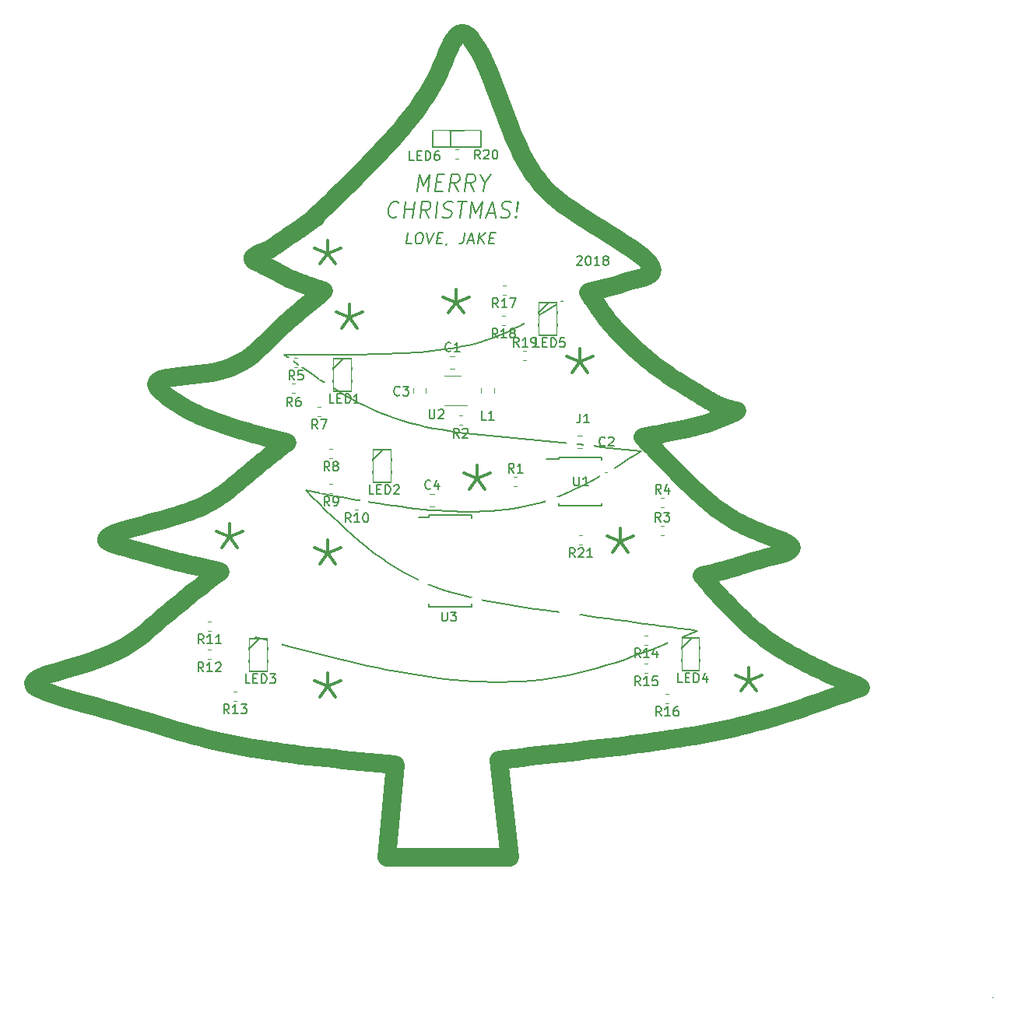
<source format=gto>
G04 #@! TF.GenerationSoftware,KiCad,Pcbnew,5.0.1*
G04 #@! TF.CreationDate,2018-12-05T15:45:31-06:00*
G04 #@! TF.ProjectId,chrimbus,636872696D6275732E6B696361645F70,rev?*
G04 #@! TF.SameCoordinates,Original*
G04 #@! TF.FileFunction,Legend,Top*
G04 #@! TF.FilePolarity,Positive*
%FSLAX46Y46*%
G04 Gerber Fmt 4.6, Leading zero omitted, Abs format (unit mm)*
G04 Created by KiCad (PCBNEW 5.0.1) date Wed 05 Dec 2018 03:45:31 PM CST*
%MOMM*%
%LPD*%
G01*
G04 APERTURE LIST*
%ADD10C,2.000000*%
%ADD11C,0.300000*%
%ADD12C,0.150000*%
%ADD13C,0.200000*%
%ADD14C,0.120000*%
%ADD15C,3.602000*%
%ADD16C,2.302000*%
%ADD17C,0.100000*%
%ADD18C,1.077000*%
%ADD19R,1.702000X1.702000*%
%ADD20R,1.602000X1.002000*%
%ADD21C,1.252000*%
%ADD22R,1.552000X0.552000*%
%ADD23R,1.202000X0.502000*%
%ADD24R,1.662000X0.752000*%
%ADD25C,0.977000*%
%ADD26C,1.102000*%
%ADD27C,0.902000*%
G04 APERTURE END LIST*
D10*
X182894294Y-80572569D02*
X182856809Y-80521124D01*
X182931798Y-80624000D02*
X182894294Y-80572569D01*
X182969315Y-80675421D02*
X182931798Y-80624000D01*
X189619301Y-96350726D02*
X189313710Y-96036358D01*
X194994085Y-108136571D02*
X195410536Y-108027940D01*
X196660000Y-112282124D02*
X196343235Y-111955684D01*
X195410536Y-108027940D02*
X195819688Y-107917222D01*
X199862862Y-103940282D02*
X199335793Y-103729762D01*
X194145127Y-108349243D02*
X194571796Y-108243533D01*
X190670691Y-87411069D02*
X190540727Y-87328129D01*
X190800802Y-87493786D02*
X190670691Y-87411069D01*
X195606436Y-101776461D02*
X195275840Y-101547697D01*
X193715539Y-108454118D02*
X194145127Y-108349243D01*
X195101635Y-110618901D02*
X194796185Y-110278673D01*
X172412685Y-59814429D02*
X172089317Y-58983820D01*
X172729069Y-60597191D02*
X172412685Y-59814429D01*
X173039567Y-61328341D02*
X172729069Y-60597191D01*
X173346881Y-62011381D02*
X173039567Y-61328341D01*
X168330280Y-50355537D02*
X167994403Y-49953726D01*
X168670237Y-50864234D02*
X168330280Y-50355537D01*
X169013344Y-51466879D02*
X168670237Y-50864234D01*
X169358667Y-52150537D02*
X169013344Y-51466879D01*
X190529778Y-97276931D02*
X190227443Y-96971304D01*
X192608360Y-88596962D02*
X192491602Y-88525735D01*
X192725063Y-88668470D02*
X192608360Y-88596962D01*
X193585698Y-108903974D02*
X193284491Y-108558576D01*
X181269565Y-78255840D02*
X181262102Y-78243251D01*
X181277027Y-78268429D02*
X181269565Y-78255840D01*
X181284489Y-78281019D02*
X181277027Y-78268429D01*
X181321081Y-78333098D02*
X181284489Y-78281019D01*
X138527806Y-86616232D02*
X137776807Y-86697130D01*
X139273396Y-86522792D02*
X138527806Y-86616232D01*
X139993931Y-86409974D02*
X139273396Y-86522792D01*
X140670321Y-86271148D02*
X139993931Y-86409974D01*
X141295249Y-86104077D02*
X140670321Y-86271148D01*
X196522046Y-90496028D02*
X196389691Y-90460883D01*
X196654725Y-90530372D02*
X196522046Y-90496028D01*
X184768536Y-82669610D02*
X184712665Y-82613073D01*
X184824564Y-82725991D02*
X184768536Y-82669610D01*
X184880738Y-82782226D02*
X184824564Y-82725991D01*
X198975022Y-106937622D02*
X199435441Y-106807236D01*
X187156340Y-93786827D02*
X186846842Y-93461969D01*
X189290503Y-93001689D02*
X189512572Y-92958451D01*
X189068415Y-93044593D02*
X189290503Y-93001689D01*
X183789085Y-81626694D02*
X183736239Y-81567314D01*
X183842085Y-81685939D02*
X183789085Y-81626694D01*
X183895246Y-81745044D02*
X183842085Y-81685939D01*
X203015165Y-105513301D02*
X202927035Y-105337141D01*
X160135176Y-60390257D02*
X159708811Y-60873397D01*
X160554315Y-59905454D02*
X160135176Y-60390257D01*
X160965976Y-59416958D02*
X160554315Y-59905454D01*
X161369919Y-58922530D02*
X160965976Y-59416958D01*
X184109512Y-81980003D02*
X184055699Y-81921487D01*
X184163491Y-82038367D02*
X184109512Y-81980003D01*
X184217637Y-82096575D02*
X184163491Y-82038367D01*
X196343235Y-111955684D02*
X196029299Y-111625797D01*
X187465730Y-94111394D02*
X187156340Y-93786827D01*
X194492149Y-109936722D02*
X194189244Y-109593392D01*
X201538342Y-116309295D02*
X201157979Y-116061501D01*
X197961000Y-113546521D02*
X197630092Y-113237316D01*
X133045838Y-124489427D02*
X133886050Y-124743971D01*
X132179314Y-124226637D02*
X133045838Y-124489427D01*
X131282167Y-123955636D02*
X132179314Y-124226637D01*
X130350085Y-123676454D02*
X131282167Y-123955636D01*
X129378759Y-123389126D02*
X130350085Y-123676454D01*
X128363877Y-123093684D02*
X129378759Y-123389126D01*
X196787649Y-90564115D02*
X196654725Y-90530372D01*
X196920734Y-90597459D02*
X196787649Y-90564115D01*
X183630969Y-81448183D02*
X183578524Y-81388451D01*
X183683537Y-81507807D02*
X183630969Y-81448183D01*
X183736239Y-81567314D02*
X183683537Y-81507807D01*
X150466495Y-76997993D02*
X150652183Y-77062667D01*
X150281780Y-76932883D02*
X150466495Y-76997993D01*
X150098148Y-76867289D02*
X150281780Y-76932883D01*
X149915706Y-76801161D02*
X150098148Y-76867289D01*
X149734563Y-76734452D02*
X149915706Y-76801161D01*
X193541741Y-89174255D02*
X193424804Y-89102197D01*
X193658904Y-89245886D02*
X193541741Y-89174255D01*
X136061967Y-89686874D02*
X136515264Y-89976699D01*
X135603090Y-89373544D02*
X136061967Y-89686874D01*
X135137046Y-89034492D02*
X135603090Y-89373544D01*
X134676781Y-88673901D02*
X135137046Y-89034492D01*
X134280726Y-88315992D02*
X134676781Y-88673901D01*
X194986039Y-91550969D02*
X195195657Y-91466710D01*
X194775429Y-91632499D02*
X194986039Y-91550969D01*
X204306067Y-117893851D02*
X203901286Y-117682042D01*
X181058872Y-77904387D02*
X181051332Y-77891845D01*
X181066421Y-77916925D02*
X181058872Y-77904387D01*
X181073975Y-77929459D02*
X181066421Y-77916925D01*
X181081535Y-77941990D02*
X181073975Y-77929459D01*
X130936950Y-105582939D02*
X131430451Y-105721745D01*
X130426295Y-105441383D02*
X130936950Y-105582939D01*
X129899963Y-105297029D02*
X130426295Y-105441383D01*
X129395357Y-105150077D02*
X129899963Y-105297029D01*
X128967475Y-105000853D02*
X129395357Y-105150077D01*
X195949567Y-102002119D02*
X195606436Y-101776461D01*
X151746352Y-77905540D02*
X151333594Y-78240998D01*
X152159769Y-77570173D02*
X151746352Y-77905540D01*
X151970184Y-77507244D02*
X152159769Y-77570173D01*
X151780708Y-77444266D02*
X151970184Y-77507244D01*
X151591448Y-77381191D02*
X151780708Y-77444266D01*
X137843308Y-125891864D02*
X138616175Y-126096247D01*
X137069993Y-125679038D02*
X137843308Y-125891864D01*
X136291921Y-125457803D02*
X137069993Y-125679038D01*
X135504781Y-125228192D02*
X136291921Y-125457803D01*
X134704261Y-124990237D02*
X135504781Y-125228192D01*
X133886050Y-124743971D02*
X134704261Y-124990237D01*
X144833229Y-73616937D02*
X144651142Y-73712021D01*
X145044457Y-73522447D02*
X144833229Y-73616937D01*
X145273917Y-73428116D02*
X145044457Y-73522447D01*
X145510701Y-73333510D02*
X145273917Y-73428116D01*
X145743899Y-73238195D02*
X145510701Y-73333510D01*
X182447651Y-79952992D02*
X182410912Y-79901021D01*
X182484487Y-80004895D02*
X182447651Y-79952992D01*
X182521415Y-80056734D02*
X182484487Y-80004895D01*
X201002665Y-106411686D02*
X201526434Y-106275698D01*
X145316500Y-74627228D02*
X145522477Y-74727917D01*
X145102336Y-74524458D02*
X145316500Y-74627228D01*
X144890864Y-74420187D02*
X145102336Y-74524458D01*
X144697924Y-74315268D02*
X144890864Y-74420187D01*
X144539386Y-74210558D02*
X144697924Y-74315268D01*
X140601991Y-91889444D02*
X141078444Y-92058266D01*
X140131056Y-91714807D02*
X140601991Y-91889444D01*
X139666005Y-91533967D02*
X140131056Y-91714807D01*
X139207158Y-91346490D02*
X139666005Y-91533967D01*
X138753858Y-91151030D02*
X139207158Y-91346490D01*
X192841707Y-88740285D02*
X192725063Y-88668470D01*
X192958289Y-88812427D02*
X192841707Y-88740285D01*
X185428896Y-76449131D02*
X186104495Y-76259387D01*
X184797634Y-76644218D02*
X185428896Y-76449131D01*
X184171738Y-76835293D02*
X184797634Y-76644218D01*
X183530230Y-77018187D02*
X184171738Y-76835293D01*
X188083750Y-94758487D02*
X187774903Y-94435378D01*
X187957740Y-93255175D02*
X188179900Y-93213483D01*
X181554361Y-77537108D02*
X181595844Y-77526720D01*
X181512872Y-77547469D02*
X181554361Y-77537108D01*
X181471375Y-77557804D02*
X181512872Y-77547469D01*
X181429873Y-77568115D02*
X181471375Y-77557804D01*
X195995389Y-90348644D02*
X195865147Y-90308295D01*
X196126282Y-90387391D02*
X195995389Y-90348644D01*
X144197930Y-84623141D02*
X143793257Y-84916381D01*
X144581093Y-84316258D02*
X144197930Y-84623141D01*
X144947087Y-83997840D02*
X144581093Y-84316258D01*
X145300255Y-83669997D02*
X144947087Y-83997840D01*
X145644941Y-83334839D02*
X145300255Y-83669997D01*
X151269971Y-69486841D02*
X151271504Y-69488360D01*
X151268423Y-69485335D02*
X151269971Y-69486841D01*
X151266863Y-69483841D02*
X151268423Y-69485335D01*
X151265291Y-69482358D02*
X151266863Y-69483841D01*
X151263710Y-69480884D02*
X151265291Y-69482358D01*
X147858650Y-75948418D02*
X148018366Y-76024721D01*
X147701349Y-75870949D02*
X147858650Y-75948418D01*
X147545783Y-75792249D02*
X147701349Y-75870949D01*
X147391151Y-75712254D02*
X147545783Y-75792249D01*
X147236651Y-75630896D02*
X147391151Y-75712254D01*
X183162177Y-80907783D02*
X183110380Y-80847483D01*
X183214004Y-80968056D02*
X183162177Y-80907783D01*
X183265873Y-81028292D02*
X183214004Y-80968056D01*
X151262119Y-69479419D02*
X151263710Y-69480884D01*
X151260521Y-69477963D02*
X151262119Y-69479419D01*
X151258917Y-69476512D02*
X151260521Y-69477963D01*
X151257307Y-69475068D02*
X151258917Y-69476512D01*
X210536240Y-120691293D02*
X210536240Y-120691293D01*
X209729242Y-120986985D02*
X210536240Y-120691293D01*
X208922046Y-121281919D02*
X209729242Y-120986985D01*
X195819688Y-107917222D02*
X196220082Y-107803999D01*
X151284479Y-69502758D02*
X151285821Y-69504445D01*
X151283120Y-69501087D02*
X151284479Y-69502758D01*
X151281741Y-69499433D02*
X151283120Y-69501087D01*
X151280340Y-69497797D02*
X151281741Y-69499433D01*
X151278918Y-69496181D02*
X151280340Y-69497797D01*
X193466889Y-100093940D02*
X193179731Y-99835460D01*
X138563189Y-101134334D02*
X138021520Y-101364088D01*
X139068160Y-100899278D02*
X138563189Y-101134334D01*
X139539957Y-100659038D02*
X139068160Y-100899278D01*
X139982105Y-100413730D02*
X139539957Y-100659038D01*
X140398127Y-100163472D02*
X139982105Y-100413730D01*
X189313710Y-96036358D02*
X189007251Y-95719658D01*
X127301128Y-122790161D02*
X128363877Y-123093684D01*
X126186202Y-122478590D02*
X127301128Y-122790161D01*
X125025586Y-122159404D02*
X126186202Y-122478590D01*
X123872645Y-121834779D02*
X125025586Y-122159404D01*
X122793461Y-121507363D02*
X123872645Y-121834779D01*
X121854113Y-121179803D02*
X122793461Y-121507363D01*
X207192119Y-119268926D02*
X206776069Y-119082498D01*
X194489798Y-89723780D02*
X194369581Y-89658990D01*
X194610659Y-89787044D02*
X194489798Y-89723780D01*
X135571759Y-106860799D02*
X136039275Y-106976899D01*
X135108162Y-106742950D02*
X135571759Y-106860799D01*
X134648838Y-106623193D02*
X135108162Y-106742950D01*
X134194054Y-106501369D02*
X134648838Y-106623193D01*
X133742418Y-106377363D02*
X134194054Y-106501369D01*
X137919070Y-110335685D02*
X137208494Y-110899195D01*
X138641668Y-109771508D02*
X137919070Y-110335685D01*
X139373282Y-109206833D02*
X138641668Y-109771508D01*
X140110906Y-108641825D02*
X139373282Y-109206833D01*
X140851536Y-108076650D02*
X140110906Y-108641825D01*
X148686840Y-71377302D02*
X148672711Y-71365263D01*
X151402513Y-77317971D02*
X151591448Y-77381191D01*
X151214011Y-77254557D02*
X151402513Y-77317971D01*
X151026050Y-77190900D02*
X151214011Y-77254557D01*
X150838738Y-77126953D02*
X151026050Y-77190900D01*
X150652183Y-77062667D02*
X150838738Y-77126953D01*
X194571796Y-108243533D02*
X194994085Y-108136571D01*
X190227443Y-96971304D02*
X189923915Y-96662472D01*
X201157979Y-116061501D02*
X200782179Y-115807701D01*
X129564131Y-116754342D02*
X128627239Y-117193961D01*
X130419115Y-116289944D02*
X129564131Y-116754342D01*
X131204911Y-115803611D02*
X130419115Y-116289944D01*
X131934235Y-115298183D02*
X131204911Y-115803611D01*
X132619804Y-114776501D02*
X131934235Y-115298183D01*
X133274338Y-114241406D02*
X132619804Y-114776501D01*
X151236189Y-69456592D02*
X151237822Y-69458000D01*
X151234556Y-69455185D02*
X151236189Y-69456592D01*
X151232922Y-69453778D02*
X151234556Y-69455185D01*
X151231287Y-69452373D02*
X151232922Y-69453778D01*
X200411209Y-115547679D02*
X200045338Y-115281217D01*
X200957277Y-104358205D02*
X200410156Y-104150084D01*
X206776069Y-119082498D02*
X206360826Y-118893094D01*
X149687703Y-70667565D02*
X149632213Y-70707154D01*
X149743179Y-70627956D02*
X149687703Y-70667565D01*
X149798644Y-70588332D02*
X149743179Y-70627956D01*
X149854102Y-70548697D02*
X149798644Y-70588332D01*
X149909553Y-70509052D02*
X149854102Y-70548697D01*
X188402050Y-93171609D02*
X188624186Y-93129523D01*
X188179900Y-93213483D02*
X188402050Y-93171609D01*
X199335793Y-103729762D02*
X198835409Y-103518694D01*
X190410941Y-87244924D02*
X190281362Y-87161409D01*
X190540727Y-87328129D02*
X190410941Y-87244924D01*
X197479098Y-102879392D02*
X197070000Y-102663308D01*
X182337703Y-79796887D02*
X182301220Y-79744735D01*
X182374265Y-79848984D02*
X182337703Y-79796887D01*
X182410912Y-79901021D02*
X182374265Y-79848984D01*
X181089099Y-77954518D02*
X181081535Y-77941990D01*
X181096665Y-77967045D02*
X181089099Y-77954518D01*
X181104234Y-77979571D02*
X181096665Y-77967045D01*
X181111803Y-77992096D02*
X181104234Y-77979571D01*
X134016177Y-87988894D02*
X134280726Y-88315992D01*
X133931740Y-87713219D02*
X134016177Y-87988894D01*
X134018718Y-87486533D02*
X133931740Y-87713219D01*
X134257462Y-87301999D02*
X134018718Y-87486533D01*
X134628327Y-87152780D02*
X134257462Y-87301999D01*
X195479129Y-90175641D02*
X195352297Y-90126888D01*
X195606935Y-90221994D02*
X195479129Y-90175641D01*
X123042586Y-119003803D02*
X122078169Y-119313387D01*
X124134852Y-118683035D02*
X123042586Y-119003803D01*
X125296665Y-118346315D02*
X124134852Y-118683035D01*
X126469724Y-117988880D02*
X125296665Y-118346315D01*
X127595725Y-117605962D02*
X126469724Y-117988880D01*
X128627239Y-117193961D02*
X127595725Y-117605962D01*
X151249219Y-69467908D02*
X151250841Y-69469333D01*
X151247595Y-69466485D02*
X151249219Y-69467908D01*
X151245970Y-69465065D02*
X151247595Y-69466485D01*
X151244343Y-69463648D02*
X151245970Y-69465065D01*
X192892450Y-99571595D02*
X192603569Y-99302098D01*
X194977636Y-89966305D02*
X194854526Y-89908444D01*
X195101599Y-90022091D02*
X194977636Y-89966305D01*
X206360826Y-118893094D02*
X205946655Y-118700497D01*
X198635825Y-114149076D02*
X198296149Y-113850556D01*
X196257743Y-90424737D02*
X196126282Y-90387391D01*
X196389691Y-90460883D02*
X196257743Y-90424737D01*
X180968867Y-77753591D02*
X180961400Y-77741004D01*
X180976337Y-77766175D02*
X180968867Y-77753591D01*
X180983811Y-77778757D02*
X180976337Y-77766175D01*
X180991289Y-77791337D02*
X180983811Y-77778757D01*
X195408782Y-110957061D02*
X195101635Y-110618901D01*
X181179760Y-78104922D02*
X181172237Y-78092370D01*
X181187275Y-78117480D02*
X181179760Y-78104922D01*
X181194783Y-78130042D02*
X181187275Y-78117480D01*
X181202283Y-78142609D02*
X181194783Y-78130042D01*
X198980309Y-114441737D02*
X198635825Y-114149076D01*
X191130430Y-97877404D02*
X190830809Y-97579061D01*
X194796185Y-110278673D02*
X194492149Y-109936722D01*
X194047160Y-100595886D02*
X193755504Y-100347321D01*
X128668770Y-104849661D02*
X128967475Y-105000853D01*
X128515181Y-104696509D02*
X128668770Y-104849661D01*
X128496197Y-104541190D02*
X128515181Y-104696509D01*
X128600715Y-104383492D02*
X128496197Y-104541190D01*
X128817632Y-104223203D02*
X128600715Y-104383492D01*
X196990879Y-107568580D02*
X197367875Y-107446480D01*
X208114457Y-121575337D02*
X208922046Y-121281919D01*
X207306278Y-121866480D02*
X208114457Y-121575337D01*
X206497311Y-122154590D02*
X207306278Y-121866480D01*
X205687360Y-122438910D02*
X206497311Y-122154590D01*
X204876228Y-122718681D02*
X205687360Y-122438910D01*
X204063719Y-122993145D02*
X204876228Y-122718681D01*
X187774903Y-94435378D02*
X187465730Y-94111394D01*
X197367875Y-107446480D02*
X197748019Y-107321946D01*
X194645924Y-101079712D02*
X194343439Y-100839922D01*
X201526434Y-106275698D02*
X202008791Y-106135744D01*
X187513395Y-93338135D02*
X187735571Y-93296716D01*
X181222289Y-77619375D02*
X181263814Y-77609156D01*
X181180760Y-77629581D02*
X181222289Y-77619375D01*
X181139229Y-77639776D02*
X181180760Y-77629581D01*
X181097696Y-77649961D02*
X181139229Y-77639776D01*
X187771928Y-85371655D02*
X187651694Y-85275117D01*
X187892711Y-85467517D02*
X187771928Y-85371655D01*
X188014039Y-85562702D02*
X187892711Y-85467517D01*
X149965000Y-70469403D02*
X149909553Y-70509052D01*
X150020446Y-70429752D02*
X149965000Y-70469403D01*
X150075894Y-70390103D02*
X150020446Y-70429752D01*
X150131345Y-70350459D02*
X150075894Y-70390103D01*
X150186802Y-70310823D02*
X150131345Y-70350459D01*
X183006839Y-80726838D02*
X182969315Y-80675421D01*
X183058604Y-80787165D02*
X183006839Y-80726838D01*
X183110380Y-80847483D02*
X183058604Y-80787165D01*
X182781926Y-80418175D02*
X182744539Y-80366661D01*
X182819351Y-80469661D02*
X182781926Y-80418175D01*
X182856809Y-80521124D02*
X182819351Y-80469661D01*
X202927035Y-105337141D02*
X202707888Y-105153049D01*
X184601438Y-82499486D02*
X184546090Y-82442431D01*
X184656964Y-82556367D02*
X184601438Y-82499486D01*
X184712665Y-82613073D02*
X184656964Y-82556367D01*
X195735635Y-90266145D02*
X195606935Y-90221994D01*
X195865147Y-90308295D02*
X195735635Y-90266145D01*
X146267510Y-75110462D02*
X146438060Y-75201375D01*
X146091479Y-75017725D02*
X146267510Y-75110462D01*
X145909164Y-74923100D02*
X146091479Y-75017725D01*
X145719764Y-74826519D02*
X145909164Y-74923100D01*
X145522477Y-74727917D02*
X145719764Y-74826519D01*
X198321041Y-124702117D02*
X199148704Y-124486025D01*
X197490555Y-124907302D02*
X198321041Y-124702117D01*
X196657395Y-125102051D02*
X197490555Y-124907302D01*
X195821730Y-125286910D02*
X196657395Y-125102051D01*
X194983729Y-125462424D02*
X195821730Y-125286910D01*
X194143561Y-125629141D02*
X194983729Y-125462424D01*
X199932741Y-106676355D02*
X200462947Y-106544855D01*
X152701692Y-68029187D02*
X152211105Y-68502741D01*
X153191133Y-67555463D02*
X152701692Y-68029187D01*
X153679045Y-67081510D02*
X153191133Y-67555463D01*
X154165045Y-66607271D02*
X153679045Y-67081510D01*
X183101084Y-127244391D02*
X183954042Y-127142340D01*
X182248310Y-127345252D02*
X183101084Y-127244391D01*
X181395758Y-127445138D02*
X182248310Y-127345252D01*
X180543411Y-127544124D02*
X181395758Y-127445138D01*
X179691252Y-127642286D02*
X180543411Y-127544124D01*
X178839264Y-127739697D02*
X179691252Y-127642286D01*
X145985486Y-82994476D02*
X145644941Y-83334839D01*
X146326232Y-82651017D02*
X145985486Y-82994476D01*
X146671523Y-82306573D02*
X146326232Y-82651017D01*
X147025022Y-81962954D02*
X146671523Y-82306573D01*
X147387081Y-81620513D02*
X147025022Y-81962954D01*
X182083547Y-79430950D02*
X182047406Y-79378555D01*
X182119715Y-79483326D02*
X182083547Y-79430950D01*
X182155918Y-79535677D02*
X182119715Y-79483326D01*
X182192163Y-79587998D02*
X182155918Y-79535677D01*
X202379531Y-104962068D02*
X201963772Y-104765239D01*
X148342338Y-71581166D02*
X148178509Y-71688942D01*
X148507253Y-71473249D02*
X148342338Y-71581166D01*
X148672711Y-71365263D02*
X148507253Y-71473249D01*
X148742508Y-71337963D02*
X148686840Y-71377302D01*
X148798175Y-71298622D02*
X148742508Y-71337963D01*
X193706026Y-91994878D02*
X193921952Y-91928151D01*
X193489217Y-92059055D02*
X193706026Y-91994878D01*
X201963772Y-104765239D02*
X201482418Y-104563604D01*
X171085948Y-56331221D02*
X170743508Y-55436555D01*
X171425017Y-57229279D02*
X171085948Y-56331221D01*
X171759784Y-58117790D02*
X171425017Y-57229279D01*
X172089317Y-58983820D02*
X171759784Y-58117790D01*
X153302922Y-128468320D02*
X154240186Y-128563869D01*
X152370328Y-128369992D02*
X153302922Y-128468320D01*
X151443070Y-128268491D02*
X152370328Y-128369992D01*
X150521817Y-128163418D02*
X151443070Y-128268491D01*
X149607234Y-128054377D02*
X150521817Y-128163418D01*
X148699988Y-127940971D02*
X149607234Y-128054377D01*
X187735571Y-93296716D02*
X187957740Y-93255175D01*
X195819542Y-91200289D02*
X196026179Y-91107843D01*
X195612309Y-91291097D02*
X195819542Y-91200289D01*
X143032073Y-92683151D02*
X143530595Y-92828710D01*
X142537229Y-92533714D02*
X143032073Y-92683151D01*
X142046431Y-92380013D02*
X142537229Y-92533714D01*
X141560047Y-92221659D02*
X142046431Y-92380013D01*
X141078444Y-92058266D02*
X141560047Y-92221659D01*
X185448046Y-83339036D02*
X185391028Y-83283641D01*
X185505086Y-83394409D02*
X185448046Y-83339036D01*
X185562137Y-83449771D02*
X185505086Y-83394409D01*
X181119371Y-78004622D02*
X181111803Y-77992096D01*
X181126938Y-78017149D02*
X181119371Y-78004622D01*
X181134502Y-78029677D02*
X181126938Y-78017149D01*
X181142061Y-78042208D02*
X181134502Y-78029677D01*
X196306817Y-102224956D02*
X195949567Y-102002119D01*
X191952800Y-92450767D02*
X192173801Y-92399818D01*
X191731484Y-92500485D02*
X191952800Y-92450767D01*
X181239699Y-78205492D02*
X181232225Y-78192910D01*
X181247170Y-78218077D02*
X181239699Y-78205492D01*
X181254637Y-78230663D02*
X181247170Y-78218077D01*
X181262102Y-78243251D02*
X181254637Y-78230663D01*
X196679767Y-102445258D02*
X196306817Y-102224956D01*
X158389960Y-62316878D02*
X157938364Y-62796251D01*
X158835821Y-61836649D02*
X158389960Y-62316878D01*
X159275565Y-61355508D02*
X158835821Y-61836649D01*
X159708811Y-60873397D02*
X159275565Y-61355508D01*
X182548636Y-77282585D02*
X182590032Y-77271854D01*
X182507239Y-77293312D02*
X182548636Y-77282585D01*
X182465841Y-77304034D02*
X182507239Y-77293312D01*
X182424442Y-77314750D02*
X182465841Y-77304034D01*
X190178643Y-92826434D02*
X190400615Y-92781560D01*
X189956644Y-92870854D02*
X190178643Y-92826434D01*
X158973202Y-129013841D02*
X159924475Y-129101058D01*
X158022597Y-128926228D02*
X158973202Y-129013841D01*
X157073325Y-128837821D02*
X158022597Y-128926228D01*
X156126055Y-128748223D02*
X157073325Y-128837821D01*
X155181453Y-128657038D02*
X156126055Y-128748223D01*
X154240186Y-128563869D02*
X155181453Y-128657038D01*
X154648752Y-66132691D02*
X154165045Y-66607271D01*
X155129783Y-65657711D02*
X154648752Y-66132691D01*
X155607755Y-65182275D02*
X155129783Y-65657711D01*
X156082287Y-64706325D02*
X155607755Y-65182275D01*
X197303145Y-112923285D02*
X196979875Y-112604773D01*
X198544824Y-107067128D02*
X198975022Y-106937622D01*
X192141055Y-88313490D02*
X192024130Y-88243134D01*
X192257945Y-88384025D02*
X192141055Y-88313490D01*
X190830809Y-97579061D02*
X190529778Y-97276931D01*
X200410156Y-104150084D02*
X199862862Y-103940282D01*
X205946655Y-118700497D02*
X205533825Y-118504491D01*
X192374796Y-88454765D02*
X192257945Y-88384025D01*
X192491602Y-88525735D02*
X192374796Y-88454765D01*
X161765904Y-58419933D02*
X161369919Y-58922530D01*
X162153691Y-57906929D02*
X161765904Y-58419933D01*
X162533042Y-57381279D02*
X162153691Y-57906929D01*
X162903716Y-56840746D02*
X162533042Y-57381279D01*
X181149616Y-78054742D02*
X181142061Y-78042208D01*
X181157164Y-78067280D02*
X181149616Y-78054742D01*
X181164705Y-78079822D02*
X181157164Y-78067280D01*
X181172237Y-78092370D02*
X181164705Y-78079822D01*
X196232320Y-91014032D02*
X196438063Y-90919130D01*
X196026179Y-91107843D02*
X196232320Y-91014032D01*
X174932083Y-64835343D02*
X174599381Y-64336963D01*
X175278124Y-65307969D02*
X174932083Y-64835343D01*
X175640255Y-65758566D02*
X175278124Y-65307969D01*
X176021232Y-66190860D02*
X175640255Y-65758566D01*
X193755504Y-100347321D02*
X193466889Y-100093940D01*
X201482418Y-104563604D02*
X200957277Y-104358205D01*
X183904296Y-71826381D02*
X183061359Y-71305586D01*
X184740476Y-72356934D02*
X183904296Y-71826381D01*
X185538329Y-72888075D02*
X184740476Y-72356934D01*
X186266280Y-73410635D02*
X185538329Y-72888075D01*
X150797739Y-69876109D02*
X150742125Y-69915525D01*
X150853364Y-69836709D02*
X150797739Y-69876109D01*
X150908998Y-69797322D02*
X150853364Y-69836709D01*
X150964640Y-69757947D02*
X150908998Y-69797322D01*
X151020290Y-69718583D02*
X150964640Y-69757947D01*
X144252738Y-97117651D02*
X143896083Y-97414420D01*
X144617259Y-96817721D02*
X144252738Y-97117651D01*
X144988860Y-96514945D02*
X144617259Y-96817721D01*
X145366753Y-96209641D02*
X144988860Y-96514945D01*
X145750152Y-95902123D02*
X145366753Y-96209641D01*
X147757041Y-81279161D02*
X147387081Y-81620513D01*
X148134243Y-80938806D02*
X147757041Y-81279161D01*
X148518030Y-80599358D02*
X148134243Y-80938806D01*
X148907743Y-80260727D02*
X148518030Y-80599358D01*
X149302724Y-79922821D02*
X148907743Y-80260727D01*
X178305159Y-68208195D02*
X177788656Y-67811527D01*
X178857028Y-68608917D02*
X178305159Y-68208195D01*
X179447015Y-69017416D02*
X178857028Y-68608917D01*
X180077876Y-69437420D02*
X179447015Y-69017416D01*
X205533825Y-118504491D02*
X205122605Y-118304859D01*
X180939009Y-77703239D02*
X180931548Y-77690649D01*
X180946471Y-77715828D02*
X180939009Y-77703239D01*
X180953935Y-77728417D02*
X180946471Y-77715828D01*
X180961400Y-77741004D02*
X180953935Y-77728417D01*
X148681036Y-76319274D02*
X148852114Y-76390489D01*
X148512013Y-76247138D02*
X148681036Y-76319274D01*
X148345155Y-76174033D02*
X148512013Y-76247138D01*
X148180570Y-76099910D02*
X148345155Y-76174033D01*
X148018366Y-76024721D02*
X148180570Y-76099910D01*
X196220082Y-107803999D02*
X196610263Y-107687855D01*
X180998772Y-77803914D02*
X180991289Y-77791337D01*
X181006260Y-77816488D02*
X180998772Y-77803914D01*
X181013754Y-77829058D02*
X181006260Y-77816488D01*
X181021254Y-77841625D02*
X181013754Y-77829058D01*
X194249958Y-89592811D02*
X194130874Y-89525381D01*
X194369581Y-89658990D02*
X194249958Y-89592811D01*
X202747424Y-105839341D02*
X202952774Y-105680595D01*
X129135846Y-104060111D02*
X128817632Y-104223203D01*
X129544253Y-103894004D02*
X129135846Y-104060111D01*
X130031750Y-103724671D02*
X129544253Y-103894004D01*
X130587235Y-103551898D02*
X130031750Y-103724671D01*
X131199604Y-103375474D02*
X130587235Y-103551898D01*
X205122605Y-118304859D02*
X204713263Y-118101384D01*
X193776347Y-89316951D02*
X193658904Y-89245886D01*
X193894121Y-89387313D02*
X193776347Y-89316951D01*
X204713263Y-118101384D02*
X204306067Y-117893851D01*
X148853839Y-71259278D02*
X148798175Y-71298622D01*
X148909500Y-71219928D02*
X148853839Y-71259278D01*
X148965156Y-71180572D02*
X148909500Y-71219928D01*
X149020806Y-71141207D02*
X148965156Y-71180572D01*
X149076449Y-71101833D02*
X149020806Y-71141207D01*
X194343439Y-100839922D02*
X194047160Y-100595886D01*
X193179731Y-99835460D02*
X192892450Y-99571595D01*
X186709238Y-84479885D02*
X186593473Y-84378102D01*
X186825374Y-84581237D02*
X186709238Y-84479885D01*
X186941918Y-84682114D02*
X186825374Y-84581237D01*
X182558427Y-80108512D02*
X182521415Y-80056734D01*
X182595519Y-80160234D02*
X182558427Y-80108512D01*
X182632682Y-80211906D02*
X182595519Y-80160234D01*
X193271597Y-92120848D02*
X193489217Y-92059055D01*
X193053235Y-92180422D02*
X193271597Y-92120848D01*
X188846309Y-93087194D02*
X189068415Y-93044593D01*
X188624186Y-93129523D02*
X188846309Y-93087194D01*
X151277473Y-69494583D02*
X151278918Y-69496181D01*
X151276008Y-69493003D02*
X151277473Y-69494583D01*
X151274524Y-69491440D02*
X151276008Y-69493003D01*
X151273023Y-69489893D02*
X151274524Y-69491440D01*
X151271504Y-69488360D02*
X151273023Y-69489893D01*
X183317792Y-81088484D02*
X183265873Y-81028292D01*
X183369774Y-81148622D02*
X183317792Y-81088484D01*
X183421828Y-81208696D02*
X183369774Y-81148622D01*
X197748019Y-107321946D02*
X198138079Y-107195365D01*
X196610263Y-107687855D02*
X196990879Y-107568580D01*
X151297355Y-69520089D02*
X151298606Y-69521853D01*
X151296101Y-69518326D02*
X151297355Y-69520089D01*
X151294845Y-69516566D02*
X151296101Y-69518326D01*
X151293584Y-69514811D02*
X151294845Y-69516566D01*
X151292316Y-69513061D02*
X151293584Y-69514811D01*
X188392162Y-95080432D02*
X188083750Y-94758487D01*
X147800748Y-127822803D02*
X148699988Y-127940971D01*
X146910180Y-127699477D02*
X147800748Y-127822803D01*
X146028952Y-127570596D02*
X146910180Y-127699477D01*
X145157729Y-127435763D02*
X146028952Y-127570596D01*
X144297180Y-127294581D02*
X145157729Y-127435763D01*
X143447972Y-127146653D02*
X144297180Y-127294581D01*
X149132083Y-71062446D02*
X149076449Y-71101833D01*
X149187707Y-71023046D02*
X149132083Y-71062446D01*
X149243321Y-70983630D02*
X149187707Y-71023046D01*
X149298923Y-70944198D02*
X149243321Y-70983630D01*
X149354511Y-70904747D02*
X149298923Y-70944198D01*
X191191728Y-87741053D02*
X191061350Y-87658734D01*
X191322135Y-87823328D02*
X191191728Y-87741053D01*
X207608791Y-119452649D02*
X207192119Y-119268926D01*
X181388366Y-77578403D02*
X181429873Y-77568115D01*
X181346853Y-77588672D02*
X181388366Y-77578403D01*
X181305335Y-77598922D02*
X181346853Y-77588672D01*
X181263814Y-77609156D02*
X181305335Y-77598922D01*
X193887188Y-109249028D02*
X193585698Y-108903974D01*
X181503868Y-78593616D02*
X181467351Y-78541484D01*
X181540355Y-78645768D02*
X181503868Y-78593616D01*
X181576807Y-78697946D02*
X181540355Y-78645768D01*
X181613220Y-78750151D02*
X181576807Y-78697946D01*
X133910552Y-113695740D02*
X133274338Y-114241406D01*
X134541164Y-113142345D02*
X133910552Y-113695740D01*
X135178892Y-112584060D02*
X134541164Y-113142345D01*
X135835424Y-112023554D02*
X135178892Y-112584060D01*
X136512943Y-111461874D02*
X135835424Y-112023554D01*
X137208494Y-110899195D02*
X136512943Y-111461874D01*
X131857755Y-103195188D02*
X131199604Y-103375474D01*
X132550585Y-103010827D02*
X131857755Y-103195188D01*
X133266990Y-102822179D02*
X132550585Y-103010827D01*
X133995869Y-102629033D02*
X133266990Y-102822179D01*
X134726118Y-102431176D02*
X133995869Y-102629033D01*
X197053901Y-90630602D02*
X196920734Y-90597459D01*
X196848754Y-90727142D02*
X197053901Y-90630602D01*
X173653767Y-62650038D02*
X173346881Y-62011381D01*
X173962976Y-63248036D02*
X173653767Y-62650038D01*
X174277263Y-63809103D02*
X173962976Y-63248036D01*
X174599381Y-64336963D02*
X174277263Y-63809103D01*
X182228456Y-79640285D02*
X182192163Y-79587998D01*
X182264806Y-79692532D02*
X182228456Y-79640285D01*
X182301220Y-79744735D02*
X182264806Y-79692532D01*
X182714214Y-77239642D02*
X182755607Y-77228900D01*
X182672821Y-77250382D02*
X182714214Y-77239642D01*
X182631427Y-77261120D02*
X182672821Y-77250382D01*
X182590032Y-77271854D02*
X182631427Y-77261120D01*
X184271952Y-82154626D02*
X184217637Y-82096575D01*
X184326436Y-82212516D02*
X184271952Y-82154626D01*
X184381090Y-82270244D02*
X184326436Y-82212516D01*
X146138270Y-95592709D02*
X145750152Y-95902123D01*
X146530322Y-95281713D02*
X146138270Y-95592709D01*
X146925519Y-94969454D02*
X146530322Y-95281713D01*
X147323077Y-94656246D02*
X146925519Y-94969454D01*
X147722207Y-94342405D02*
X147323077Y-94656246D01*
X181794574Y-79011676D02*
X181758391Y-78959309D01*
X181830727Y-79064063D02*
X181794574Y-79011676D01*
X181866856Y-79116468D02*
X181830727Y-79064063D01*
X181902969Y-79168883D02*
X181866856Y-79116468D01*
X189894161Y-86908558D02*
X189765706Y-86823359D01*
X190022942Y-86993270D02*
X189894161Y-86908558D01*
X202424275Y-105990674D02*
X202747424Y-105839341D01*
X182051760Y-77410872D02*
X182093179Y-77400231D01*
X182010337Y-77421499D02*
X182051760Y-77410872D01*
X181968911Y-77432111D02*
X182010337Y-77421499D01*
X181927480Y-77442706D02*
X181968911Y-77432111D01*
X149410085Y-70865275D02*
X149354511Y-70904747D01*
X149465643Y-70825782D02*
X149410085Y-70865275D01*
X149521184Y-70786265D02*
X149465643Y-70825782D01*
X149576708Y-70746722D02*
X149521184Y-70786265D01*
X149632213Y-70707154D02*
X149576708Y-70746722D01*
X203901286Y-117682042D02*
X203499189Y-117465742D01*
X188215907Y-126595706D02*
X189066511Y-126475279D01*
X187364488Y-126711704D02*
X188215907Y-126595706D01*
X186512423Y-126823821D02*
X187364488Y-126711704D01*
X185659881Y-126932601D02*
X186512423Y-126823821D01*
X184807031Y-127038593D02*
X185659881Y-126932601D01*
X183954042Y-127142340D02*
X184807031Y-127038593D01*
X186362904Y-84173415D02*
X186248027Y-84070598D01*
X186478040Y-84275931D02*
X186362904Y-84173415D01*
X186593473Y-84378102D02*
X186478040Y-84275931D01*
X182669911Y-80263531D02*
X182632682Y-80211906D01*
X182707199Y-80315115D02*
X182669911Y-80263531D01*
X182744539Y-80366661D02*
X182707199Y-80315115D01*
X193301395Y-125787607D02*
X194143561Y-125629141D01*
X192457400Y-125938367D02*
X193301395Y-125787607D01*
X191611745Y-126081968D02*
X192457400Y-125938367D01*
X190764600Y-126218957D02*
X191611745Y-126081968D01*
X189916132Y-126349878D02*
X190764600Y-126218957D01*
X189066511Y-126475279D02*
X189916132Y-126349878D01*
X177987430Y-127836433D02*
X178839264Y-127739697D01*
X177135732Y-127932570D02*
X177987430Y-127836433D01*
X176284154Y-128028181D02*
X177135732Y-127932570D01*
X175432678Y-128123343D02*
X176284154Y-128028181D01*
X174581288Y-128218130D02*
X175432678Y-128123343D01*
X173729967Y-128312617D02*
X174581288Y-128218130D01*
X193284491Y-108558576D02*
X193715539Y-108454118D01*
X196029299Y-111625797D02*
X195717909Y-111292808D01*
X195717909Y-111292808D02*
X195408782Y-110957061D01*
X198138079Y-107195365D02*
X198544824Y-107067128D01*
X181939074Y-79221305D02*
X181902969Y-79168883D01*
X181975176Y-79273727D02*
X181939074Y-79221305D01*
X182011285Y-79326146D02*
X181975176Y-79273727D01*
X182047406Y-79378555D02*
X182011285Y-79326146D01*
X200462947Y-106544855D02*
X201002665Y-106411686D01*
X186846842Y-93461969D02*
X187069029Y-93420731D01*
X183473964Y-81268699D02*
X183421828Y-81208696D01*
X183526193Y-81328620D02*
X183473964Y-81268699D01*
X183578524Y-81388451D02*
X183526193Y-81328620D01*
X182383041Y-77325461D02*
X182424442Y-77314750D01*
X182341638Y-77336166D02*
X182383041Y-77325461D01*
X182300234Y-77346864D02*
X182341638Y-77336166D01*
X182258827Y-77357555D02*
X182300234Y-77346864D01*
X197908644Y-103093794D02*
X197479098Y-102879392D01*
X191439163Y-87893146D02*
X191322135Y-87823328D01*
X191556186Y-87962990D02*
X191439163Y-87893146D01*
X203499189Y-117465742D02*
X203100042Y-117244734D01*
X184937047Y-82838327D02*
X184880738Y-82782226D01*
X184993480Y-82894305D02*
X184937047Y-82838327D01*
X185050025Y-82950170D02*
X184993480Y-82894305D01*
X185676236Y-83553494D02*
X185562137Y-83449771D01*
X185790372Y-83657173D02*
X185676236Y-83553494D01*
X185904582Y-83760766D02*
X185790372Y-83657173D01*
X150242267Y-70271199D02*
X150186802Y-70310823D01*
X150297744Y-70231591D02*
X150242267Y-70271199D01*
X150353233Y-70192001D02*
X150297744Y-70231591D01*
X150408739Y-70152433D02*
X150353233Y-70192001D01*
X150464262Y-70112890D02*
X150408739Y-70152433D01*
X144431120Y-74106910D02*
X144539386Y-74210558D01*
X144388812Y-74005173D02*
X144431120Y-74106910D01*
X144418025Y-73905705D02*
X144388812Y-74005173D01*
X144509104Y-73808132D02*
X144418025Y-73905705D01*
X144651142Y-73712021D02*
X144509104Y-73808132D01*
X188877985Y-86209838D02*
X188753042Y-86119457D01*
X189003418Y-86299523D02*
X188877985Y-86209838D01*
X189129334Y-86388511D02*
X189003418Y-86299523D01*
X194732218Y-89848645D02*
X194610659Y-89787044D01*
X194854526Y-89908444D02*
X194732218Y-89848645D01*
X195226469Y-90075665D02*
X195101599Y-90022091D01*
X195352297Y-90126888D02*
X195226469Y-90075665D01*
X188135903Y-85657207D02*
X188014039Y-85562702D01*
X188258298Y-85751030D02*
X188135903Y-85657207D01*
X188381216Y-85844168D02*
X188258298Y-85751030D01*
X185277106Y-83172738D02*
X185220223Y-83117208D01*
X185334044Y-83228212D02*
X185277106Y-83172738D01*
X185391028Y-83283641D02*
X185334044Y-83228212D01*
X203249634Y-123261544D02*
X204063719Y-122993145D01*
X202433778Y-123523119D02*
X203249634Y-123261544D01*
X201615954Y-123777113D02*
X202433778Y-123523119D01*
X200795965Y-124022768D02*
X201615954Y-123777113D01*
X199973614Y-124259324D02*
X200795965Y-124022768D01*
X199148704Y-124486025D02*
X199973614Y-124259324D01*
X176423807Y-66608577D02*
X176021232Y-66190860D01*
X176850734Y-67015443D02*
X176423807Y-66608577D01*
X177304766Y-67415185D02*
X176850734Y-67015443D01*
X177788656Y-67811527D02*
X177304766Y-67415185D01*
X151291040Y-69511318D02*
X151292316Y-69513061D01*
X151289754Y-69509583D02*
X151291040Y-69511318D01*
X151288456Y-69507859D02*
X151289754Y-69509583D01*
X151287146Y-69506145D02*
X151288456Y-69507859D01*
X151285821Y-69504445D02*
X151287146Y-69506145D01*
X184435917Y-82327808D02*
X184381090Y-82270244D01*
X184490916Y-82385204D02*
X184435917Y-82327808D01*
X184546090Y-82442431D02*
X184490916Y-82385204D01*
X140364434Y-107969299D02*
X140851536Y-108076650D01*
X139877688Y-107861790D02*
X140364434Y-107969299D01*
X139391654Y-107753962D02*
X139877688Y-107861790D01*
X138906688Y-107645657D02*
X139391654Y-107753962D01*
X138423147Y-107536716D02*
X138906688Y-107645657D01*
X194956196Y-101315542D02*
X194645924Y-101079712D01*
X190622558Y-92736200D02*
X190844471Y-92690326D01*
X190400615Y-92781560D02*
X190622558Y-92736200D01*
X150519803Y-70073373D02*
X150464262Y-70112890D01*
X150575361Y-70033880D02*
X150519803Y-70073373D01*
X150630935Y-69994408D02*
X150575361Y-70033880D01*
X150686524Y-69954957D02*
X150630935Y-69994408D01*
X150742125Y-69915525D02*
X150686524Y-69954957D01*
X197070000Y-102663308D02*
X196679767Y-102445258D01*
X183948567Y-81804005D02*
X183895246Y-81745044D01*
X184002051Y-81862820D02*
X183948567Y-81804005D01*
X184055699Y-81921487D02*
X184002051Y-81862820D01*
X194563725Y-91711026D02*
X194775429Y-91632499D01*
X194350872Y-91786390D02*
X194563725Y-91711026D01*
X190931032Y-87576327D02*
X190800802Y-87493786D01*
X191061350Y-87658734D02*
X190931032Y-87576327D01*
X181720252Y-77495391D02*
X181761708Y-77484898D01*
X181678789Y-77505860D02*
X181720252Y-77495391D01*
X181637320Y-77516304D02*
X181678789Y-77505860D01*
X181595844Y-77526720D02*
X181637320Y-77516304D01*
X198360220Y-103306800D02*
X197908644Y-103093794D01*
X148122124Y-94028249D02*
X147722207Y-94342405D01*
X147607050Y-93900136D02*
X148122124Y-94028249D01*
X147092344Y-93771636D02*
X147607050Y-93900136D01*
X146578373Y-93642360D02*
X147092344Y-93771636D01*
X146065506Y-93511921D02*
X146578373Y-93642360D01*
X133291072Y-106251092D02*
X133742418Y-106377363D01*
X132837110Y-106122475D02*
X133291072Y-106251092D01*
X132377624Y-105991432D02*
X132837110Y-106122475D01*
X131909707Y-105857882D02*
X132377624Y-105991432D01*
X131430451Y-105721745D02*
X131909707Y-105857882D01*
X181886045Y-77453284D02*
X181927480Y-77442706D01*
X181844604Y-77463843D02*
X181886045Y-77453284D01*
X181803159Y-77474381D02*
X181844604Y-77463843D01*
X181761708Y-77484898D02*
X181803159Y-77474381D01*
X192834204Y-92237941D02*
X193053235Y-92180422D01*
X192614574Y-92293570D02*
X192834204Y-92237941D01*
X196979875Y-112604773D02*
X196660000Y-112282124D01*
X181357669Y-78385180D02*
X181321081Y-78333098D01*
X181394246Y-78437270D02*
X181357669Y-78385180D01*
X181430808Y-78489370D02*
X181394246Y-78437270D01*
X181467351Y-78541484D02*
X181430808Y-78489370D01*
X151075946Y-69679227D02*
X151020290Y-69718583D01*
X151131607Y-69639877D02*
X151075946Y-69679227D01*
X151187271Y-69600533D02*
X151131607Y-69639877D01*
X151242938Y-69561192D02*
X151187271Y-69600533D01*
X151298606Y-69521853D02*
X151242938Y-69561192D01*
X181649587Y-78802388D02*
X181613220Y-78750151D01*
X181685904Y-78854661D02*
X181649587Y-78802388D01*
X181722170Y-78906969D02*
X181685904Y-78854661D01*
X181758391Y-78959309D02*
X181722170Y-78906969D01*
X140791546Y-99908380D02*
X140398127Y-100163472D01*
X141165887Y-99648572D02*
X140791546Y-99908380D01*
X141524674Y-99384165D02*
X141165887Y-99648572D01*
X141871430Y-99115277D02*
X141524674Y-99384165D01*
X142209678Y-98842024D02*
X141871430Y-99115277D01*
X187291214Y-93379464D02*
X187513395Y-93338135D01*
X198296149Y-113850556D02*
X197961000Y-113546521D01*
X203100042Y-117244734D02*
X202704116Y-117018802D01*
X187412906Y-85080023D02*
X187294363Y-84981472D01*
X187532018Y-85177906D02*
X187412906Y-85080023D01*
X187651694Y-85275117D02*
X187532018Y-85177906D01*
X202952774Y-105680595D02*
X203015165Y-105513301D01*
X194136924Y-91858710D02*
X194350872Y-91786390D01*
X193921952Y-91928151D02*
X194136924Y-91858710D01*
X198835409Y-103518694D02*
X198360220Y-103306800D01*
X147544913Y-72117239D02*
X147394659Y-72223261D01*
X147698968Y-72010726D02*
X147544913Y-72117239D01*
X147856281Y-71903792D02*
X147698968Y-72010726D01*
X148016309Y-71796507D02*
X147856281Y-71903792D01*
X148178509Y-71688942D02*
X148016309Y-71796507D01*
X194012280Y-89456835D02*
X193894121Y-89387313D01*
X194130874Y-89525381D02*
X194012280Y-89456835D01*
X151242714Y-69462233D02*
X151244343Y-69463648D01*
X151241085Y-69460820D02*
X151242714Y-69462233D01*
X151239454Y-69459409D02*
X151241085Y-69460820D01*
X151237822Y-69458000D02*
X151239454Y-69459409D01*
X200045338Y-115281217D02*
X199684835Y-115008099D01*
X199684835Y-115008099D02*
X199329885Y-114728192D01*
X187069029Y-93420731D02*
X187291214Y-93379464D01*
X189734620Y-92914849D02*
X189956644Y-92870854D01*
X189512572Y-92958451D02*
X189734620Y-92914849D01*
X186018903Y-83864230D02*
X185904582Y-83760766D01*
X186133373Y-83967522D02*
X186018903Y-83864230D01*
X186248027Y-84070598D02*
X186133373Y-83967522D01*
X192312632Y-99027066D02*
X192019741Y-98746789D01*
X156552996Y-64229805D02*
X156082287Y-64706325D01*
X157019501Y-63752657D02*
X156552996Y-64229805D01*
X157481417Y-63274825D02*
X157019501Y-63752657D01*
X157938364Y-62796251D02*
X157481417Y-63274825D01*
X188504650Y-85936620D02*
X188381216Y-85844168D01*
X188628594Y-86028384D02*
X188504650Y-85936620D01*
X188753042Y-86119457D02*
X188628594Y-86028384D01*
X142542944Y-98564524D02*
X142209678Y-98842024D01*
X142874750Y-98282894D02*
X142542944Y-98564524D01*
X143208620Y-97997250D02*
X142874750Y-98282894D01*
X143548079Y-97707711D02*
X143208620Y-97997250D01*
X143896083Y-97414420D02*
X143548079Y-97707711D01*
X191725004Y-98461559D02*
X191428531Y-98171667D01*
X169705277Y-52902271D02*
X169358667Y-52150537D01*
X170052241Y-53709143D02*
X169705277Y-52902271D01*
X170398629Y-54558216D02*
X170052241Y-53709143D01*
X170743508Y-55436555D02*
X170398629Y-54558216D01*
X182217419Y-77368238D02*
X182258827Y-77357555D01*
X182176008Y-77378913D02*
X182217419Y-77368238D01*
X182134595Y-77389577D02*
X182176008Y-77378913D01*
X182093179Y-77400231D02*
X182134595Y-77389577D01*
X202704116Y-117018802D02*
X202311678Y-116787729D01*
X181028761Y-77854187D02*
X181021254Y-77841625D01*
X181036276Y-77866745D02*
X181028761Y-77854187D01*
X181043800Y-77879298D02*
X181036276Y-77866745D01*
X181051332Y-77891845D02*
X181043800Y-77879298D01*
X181056160Y-77660140D02*
X181097696Y-77649961D01*
X181014624Y-77670313D02*
X181056160Y-77660140D01*
X180973086Y-77680482D02*
X181014624Y-77670313D01*
X180931548Y-77690649D02*
X180973086Y-77680482D01*
X192019741Y-98746789D02*
X191725004Y-98461559D01*
X187058906Y-84782475D02*
X186941918Y-84682114D01*
X187176375Y-84882275D02*
X187058906Y-84782475D01*
X187294363Y-84981472D02*
X187176375Y-84882275D01*
X189255727Y-86476801D02*
X189129334Y-86388511D01*
X189382586Y-86564393D02*
X189255727Y-86476801D01*
X189509888Y-86651321D02*
X189382586Y-86564393D01*
X197630092Y-113237316D02*
X197303145Y-112923285D01*
X200782179Y-115807701D02*
X200411209Y-115547679D01*
X190152019Y-87077539D02*
X190022942Y-86993270D01*
X190281362Y-87161409D02*
X190152019Y-87077539D01*
X202311678Y-116787729D02*
X201922997Y-116551299D01*
X167020566Y-49518979D02*
X166710323Y-49674081D01*
X167338614Y-49522511D02*
X167020566Y-49518979D01*
X167663537Y-49671739D02*
X167338614Y-49522511D01*
X167994403Y-49953726D02*
X167663537Y-49671739D01*
X147081480Y-75548111D02*
X147236651Y-75630896D01*
X146924838Y-75463833D02*
X147081480Y-75548111D01*
X146765922Y-75377994D02*
X146924838Y-75463833D01*
X146603930Y-75290530D02*
X146765922Y-75377994D01*
X146438060Y-75201375D02*
X146603930Y-75290530D01*
X165822849Y-51074852D02*
X165531262Y-51746599D01*
X166114082Y-50479178D02*
X165822849Y-51074852D01*
X166408687Y-49999283D02*
X166114082Y-50479178D01*
X166710323Y-49674081D02*
X166408687Y-49999283D01*
X149554826Y-76667113D02*
X149734563Y-76734452D01*
X149376605Y-76599096D02*
X149554826Y-76667113D01*
X149200007Y-76530352D02*
X149376605Y-76599096D01*
X149025141Y-76460832D02*
X149200007Y-76530352D01*
X148852114Y-76390489D02*
X149025141Y-76460832D01*
X195404380Y-91379995D02*
X195612309Y-91291097D01*
X195195657Y-91466710D02*
X195404380Y-91379995D01*
X172878696Y-128406878D02*
X173729967Y-128312617D01*
X172027460Y-128500990D02*
X172878696Y-128406878D01*
X171176241Y-128595027D02*
X172027460Y-128500990D01*
X172348007Y-139209642D02*
X171176241Y-128595027D01*
X159006828Y-139209642D02*
X172348007Y-139209642D01*
X159924475Y-129101058D02*
X159006828Y-139209642D01*
X192394416Y-92347474D02*
X192614574Y-92293570D01*
X192173801Y-92399818D02*
X192394416Y-92347474D01*
X137941387Y-107426979D02*
X138423147Y-107536716D01*
X137461763Y-107316288D02*
X137941387Y-107426979D01*
X136984633Y-107204484D02*
X137461763Y-107316288D01*
X136510351Y-107091407D02*
X136984633Y-107204484D01*
X136039275Y-106976899D02*
X136510351Y-107091407D01*
X151255695Y-69473629D02*
X151257307Y-69475068D01*
X151254079Y-69472193D02*
X151255695Y-69473629D01*
X151252461Y-69470761D02*
X151254079Y-69472193D01*
X151250841Y-69469333D02*
X151252461Y-69470761D01*
X202008791Y-106135744D02*
X202424275Y-105990674D01*
X185106671Y-83005935D02*
X185050025Y-82950170D01*
X185163408Y-83061611D02*
X185106671Y-83005935D01*
X185220223Y-83117208D02*
X185163408Y-83061611D01*
X135111665Y-87032040D02*
X134628327Y-87152780D01*
X135687828Y-86932941D02*
X135111665Y-87032040D01*
X136337172Y-86848648D02*
X135687828Y-86932941D01*
X137040047Y-86772323D02*
X136337172Y-86848648D01*
X137776807Y-86697130D02*
X137040047Y-86772323D01*
X146820216Y-72640900D02*
X146670864Y-72743256D01*
X146964356Y-72537631D02*
X146820216Y-72640900D01*
X147106214Y-72433541D02*
X146964356Y-72537631D01*
X147248718Y-72328721D02*
X147106214Y-72433541D01*
X147394659Y-72223261D02*
X147248718Y-72328721D01*
X199329885Y-114728192D02*
X198980309Y-114441737D01*
X189007251Y-95719658D02*
X188700032Y-95400919D01*
X196643508Y-90823409D02*
X196848754Y-90727142D01*
X196438063Y-90919130D02*
X196643508Y-90823409D01*
X193074838Y-88884825D02*
X192958289Y-88812427D01*
X193191405Y-88957344D02*
X193074838Y-88884825D01*
X180752362Y-69872654D02*
X180077876Y-69437420D01*
X181473227Y-70326844D02*
X180752362Y-69872654D01*
X182243226Y-70803716D02*
X181473227Y-70326844D01*
X183061359Y-71305586D02*
X182243226Y-70803716D01*
X145962753Y-73141744D02*
X145743899Y-73238195D01*
X146162244Y-73043944D02*
X145962753Y-73141744D01*
X146344807Y-72944869D02*
X146162244Y-73043944D01*
X146513371Y-72844610D02*
X146344807Y-72944869D01*
X146670864Y-72743256D02*
X146513371Y-72844610D01*
X195275840Y-101547697D02*
X194956196Y-101315542D01*
X149702314Y-79585549D02*
X149302724Y-79922821D01*
X150105854Y-79248822D02*
X149702314Y-79585549D01*
X150512686Y-78912548D02*
X150105854Y-79248822D01*
X150922152Y-78576637D02*
X150512686Y-78912548D01*
X151333594Y-78240998D02*
X150922152Y-78576637D01*
X187752490Y-75573748D02*
X187847630Y-75231651D01*
X187398296Y-75852309D02*
X187752490Y-75573748D01*
X186805207Y-76070729D02*
X187398296Y-75852309D01*
X186104495Y-76259387D02*
X186805207Y-76070729D01*
X141872611Y-85910704D02*
X141295249Y-86104077D01*
X142406751Y-85693138D02*
X141872611Y-85910704D01*
X142902010Y-85453489D02*
X142406751Y-85693138D01*
X143362731Y-85193866D02*
X142902010Y-85453489D01*
X143793257Y-84916381D02*
X143362731Y-85193866D01*
X164618552Y-53836503D02*
X164294855Y-54485022D01*
X164932136Y-53159673D02*
X164618552Y-53836503D01*
X165235595Y-52454713D02*
X164932136Y-53159673D01*
X165531262Y-51746599D02*
X165235595Y-52454713D01*
X145554110Y-93379931D02*
X146065506Y-93511921D01*
X145044553Y-93246003D02*
X145554110Y-93379931D01*
X144537203Y-93109748D02*
X145044553Y-93246003D01*
X144032428Y-92970780D02*
X144537203Y-93109748D01*
X143530595Y-92828710D02*
X144032428Y-92970780D01*
X135446633Y-102228396D02*
X134726118Y-102431176D01*
X136146313Y-102020482D02*
X135446633Y-102228396D01*
X136814055Y-101807221D02*
X136146313Y-102020482D01*
X137439630Y-101588422D02*
X136814055Y-101807221D01*
X138021520Y-101364088D02*
X137439630Y-101588422D01*
X142610771Y-126991583D02*
X143447972Y-127146653D01*
X141786244Y-126828973D02*
X142610771Y-126991583D01*
X140975059Y-126658428D02*
X141786244Y-126828973D01*
X140177813Y-126479556D02*
X140975059Y-126658428D01*
X139392906Y-126292155D02*
X140177813Y-126479556D01*
X138616175Y-126096247D02*
X139392906Y-126292155D01*
X181209777Y-78155179D02*
X181202283Y-78142609D01*
X181217265Y-78167753D02*
X181209777Y-78155179D01*
X181224747Y-78180330D02*
X181217265Y-78167753D01*
X181232225Y-78192910D02*
X181224747Y-78180330D01*
X194189244Y-109593392D02*
X193887188Y-109249028D01*
X192603569Y-99302098D02*
X192312632Y-99027066D01*
X201922997Y-116551299D02*
X201538342Y-116309295D01*
X193308043Y-89029847D02*
X193191405Y-88957344D01*
X193424804Y-89102197D02*
X193308043Y-89029847D01*
X191509923Y-92549138D02*
X191731484Y-92500485D01*
X191288189Y-92596889D02*
X191509923Y-92549138D01*
X191066352Y-92643906D02*
X191288189Y-92596889D01*
X190844471Y-92690326D02*
X191066352Y-92643906D01*
X182879783Y-77196666D02*
X183530230Y-77018187D01*
X182838391Y-77207411D02*
X182879783Y-77196666D01*
X182796999Y-77218156D02*
X182838391Y-77207411D01*
X182755607Y-77228900D02*
X182796999Y-77218156D01*
X189923915Y-96662472D02*
X189619301Y-96350726D01*
X151229653Y-69450968D02*
X151231287Y-69452373D01*
X151228018Y-69449563D02*
X151229653Y-69450968D01*
X151719753Y-68976181D02*
X151228018Y-69449563D01*
X152211105Y-68502741D02*
X151719753Y-68976181D01*
X163265474Y-56283092D02*
X162903716Y-56840746D01*
X163618076Y-55706078D02*
X163265474Y-56283092D01*
X163961283Y-55107468D02*
X163618076Y-55706078D01*
X164294855Y-54485022D02*
X163961283Y-55107468D01*
X121120682Y-120854747D02*
X121854113Y-121179803D01*
X120659250Y-120534843D02*
X121120682Y-120854747D01*
X120535034Y-120222686D02*
X120659250Y-120534843D01*
X120766091Y-119918063D02*
X120535034Y-120222686D01*
X121299903Y-119616552D02*
X120766091Y-119918063D01*
X122078169Y-119313387D02*
X121299903Y-119616552D01*
X199435441Y-106807236D02*
X199932741Y-106676355D01*
X189637605Y-86737628D02*
X189509888Y-86651321D01*
X189765706Y-86823359D02*
X189637605Y-86737628D01*
X191428531Y-98171667D02*
X191130430Y-97877404D01*
X191673199Y-88032885D02*
X191556186Y-87962990D01*
X191790197Y-88102857D02*
X191673199Y-88032885D01*
X188700032Y-95400919D02*
X188392162Y-95080432D01*
X138304544Y-90945397D02*
X138753858Y-91151030D01*
X137857622Y-90727370D02*
X138304544Y-90945397D01*
X137411498Y-90494725D02*
X137857622Y-90727370D01*
X136964576Y-90245242D02*
X137411498Y-90494725D01*
X136515264Y-89976699D02*
X136964576Y-90245242D01*
X186892759Y-73915443D02*
X186266280Y-73410635D01*
X187386191Y-74393328D02*
X186892759Y-73915443D01*
X187715006Y-74835121D02*
X187386191Y-74393328D01*
X187847630Y-75231651D02*
X187715006Y-74835121D01*
X191907176Y-88172931D02*
X191790197Y-88102857D01*
X192024130Y-88243134D02*
X191907176Y-88172931D01*
X202707888Y-105153049D02*
X202379531Y-104962068D01*
X210536253Y-120691285D02*
X210117429Y-120517047D01*
X210117429Y-120517047D02*
X209698682Y-120342470D01*
X209698682Y-120342470D02*
X209280089Y-120167215D01*
X209280089Y-120167215D02*
X208861727Y-119990945D01*
X208861727Y-119990945D02*
X208443671Y-119813319D01*
X208443671Y-119813319D02*
X208026000Y-119634000D01*
X208026000Y-119634000D02*
X207608791Y-119452649D01*
D11*
X166497000Y-77359285D02*
X166497000Y-78787857D01*
X165068428Y-78216428D02*
X166497000Y-78787857D01*
X167925571Y-78216428D01*
X165639857Y-79930714D02*
X166497000Y-78787857D01*
X167354142Y-79930714D01*
X152527000Y-72025285D02*
X152527000Y-73453857D01*
X151098428Y-72882428D02*
X152527000Y-73453857D01*
X153955571Y-72882428D01*
X151669857Y-74596714D02*
X152527000Y-73453857D01*
X153384142Y-74596714D01*
X179959000Y-83836285D02*
X179959000Y-85264857D01*
X178530428Y-84693428D02*
X179959000Y-85264857D01*
X181387571Y-84693428D01*
X179101857Y-86407714D02*
X179959000Y-85264857D01*
X180816142Y-86407714D01*
X154940000Y-79010285D02*
X154940000Y-80438857D01*
X153511428Y-79867428D02*
X154940000Y-80438857D01*
X156368571Y-79867428D01*
X154082857Y-81581714D02*
X154940000Y-80438857D01*
X155797142Y-81581714D01*
X184404000Y-103394285D02*
X184404000Y-104822857D01*
X182975428Y-104251428D02*
X184404000Y-104822857D01*
X185832571Y-104251428D01*
X183546857Y-105965714D02*
X184404000Y-104822857D01*
X185261142Y-105965714D01*
X168783000Y-96536285D02*
X168783000Y-97964857D01*
X167354428Y-97393428D02*
X168783000Y-97964857D01*
X170211571Y-97393428D01*
X167925857Y-99107714D02*
X168783000Y-97964857D01*
X169640142Y-99107714D01*
X152527000Y-104664285D02*
X152527000Y-106092857D01*
X151098428Y-105521428D02*
X152527000Y-106092857D01*
X153955571Y-105521428D01*
X151669857Y-107235714D02*
X152527000Y-106092857D01*
X153384142Y-107235714D01*
X141859000Y-102886285D02*
X141859000Y-104314857D01*
X140430428Y-103743428D02*
X141859000Y-104314857D01*
X143287571Y-103743428D01*
X141001857Y-105457714D02*
X141859000Y-104314857D01*
X142716142Y-105457714D01*
X152527000Y-119142285D02*
X152527000Y-120570857D01*
X151098428Y-119999428D02*
X152527000Y-120570857D01*
X153955571Y-119999428D01*
X151669857Y-121713714D02*
X152527000Y-120570857D01*
X153384142Y-121713714D01*
X198374000Y-118507285D02*
X198374000Y-119935857D01*
X196945428Y-119364428D02*
X198374000Y-119935857D01*
X199802571Y-119364428D01*
X197516857Y-121078714D02*
X198374000Y-119935857D01*
X199231142Y-121078714D01*
D12*
X179641714Y-73842619D02*
X179689333Y-73795000D01*
X179784571Y-73747380D01*
X180022666Y-73747380D01*
X180117904Y-73795000D01*
X180165523Y-73842619D01*
X180213142Y-73937857D01*
X180213142Y-74033095D01*
X180165523Y-74175952D01*
X179594095Y-74747380D01*
X180213142Y-74747380D01*
X180832190Y-73747380D02*
X180927428Y-73747380D01*
X181022666Y-73795000D01*
X181070285Y-73842619D01*
X181117904Y-73937857D01*
X181165523Y-74128333D01*
X181165523Y-74366428D01*
X181117904Y-74556904D01*
X181070285Y-74652142D01*
X181022666Y-74699761D01*
X180927428Y-74747380D01*
X180832190Y-74747380D01*
X180736952Y-74699761D01*
X180689333Y-74652142D01*
X180641714Y-74556904D01*
X180594095Y-74366428D01*
X180594095Y-74128333D01*
X180641714Y-73937857D01*
X180689333Y-73842619D01*
X180736952Y-73795000D01*
X180832190Y-73747380D01*
X182117904Y-74747380D02*
X181546476Y-74747380D01*
X181832190Y-74747380D02*
X181832190Y-73747380D01*
X181736952Y-73890238D01*
X181641714Y-73985476D01*
X181546476Y-74033095D01*
X182689333Y-74175952D02*
X182594095Y-74128333D01*
X182546476Y-74080714D01*
X182498857Y-73985476D01*
X182498857Y-73937857D01*
X182546476Y-73842619D01*
X182594095Y-73795000D01*
X182689333Y-73747380D01*
X182879809Y-73747380D01*
X182975047Y-73795000D01*
X183022666Y-73842619D01*
X183070285Y-73937857D01*
X183070285Y-73985476D01*
X183022666Y-74080714D01*
X182975047Y-74128333D01*
X182879809Y-74175952D01*
X182689333Y-74175952D01*
X182594095Y-74223571D01*
X182546476Y-74271190D01*
X182498857Y-74366428D01*
X182498857Y-74556904D01*
X182546476Y-74652142D01*
X182594095Y-74699761D01*
X182689333Y-74747380D01*
X182879809Y-74747380D01*
X182975047Y-74699761D01*
X183022666Y-74652142D01*
X183070285Y-74556904D01*
X183070285Y-74366428D01*
X183022666Y-74271190D01*
X182975047Y-74223571D01*
X182879809Y-74175952D01*
D13*
X161695964Y-72424857D02*
X161124535Y-72424857D01*
X161274535Y-71224857D01*
X162474535Y-71224857D02*
X162703107Y-71224857D01*
X162810250Y-71282000D01*
X162910250Y-71396285D01*
X162938821Y-71624857D01*
X162888821Y-72024857D01*
X162803107Y-72253428D01*
X162674535Y-72367714D01*
X162553107Y-72424857D01*
X162324535Y-72424857D01*
X162217392Y-72367714D01*
X162117392Y-72253428D01*
X162088821Y-72024857D01*
X162138821Y-71624857D01*
X162224535Y-71396285D01*
X162353107Y-71282000D01*
X162474535Y-71224857D01*
X163331678Y-71224857D02*
X163581678Y-72424857D01*
X164131678Y-71224857D01*
X164460250Y-71796285D02*
X164860250Y-71796285D01*
X164953107Y-72424857D02*
X164381678Y-72424857D01*
X164531678Y-71224857D01*
X165103107Y-71224857D01*
X165531678Y-72367714D02*
X165524535Y-72424857D01*
X165453107Y-72539142D01*
X165388821Y-72596285D01*
X167445964Y-71224857D02*
X167338821Y-72082000D01*
X167260250Y-72253428D01*
X167131678Y-72367714D01*
X166953107Y-72424857D01*
X166838821Y-72424857D01*
X167853107Y-72082000D02*
X168424535Y-72082000D01*
X167695964Y-72424857D02*
X168245964Y-71224857D01*
X168495964Y-72424857D01*
X168895964Y-72424857D02*
X169045964Y-71224857D01*
X169581678Y-72424857D02*
X169153107Y-71739142D01*
X169731678Y-71224857D02*
X168960250Y-71910571D01*
X170174535Y-71796285D02*
X170574535Y-71796285D01*
X170667392Y-72424857D02*
X170095964Y-72424857D01*
X170245964Y-71224857D01*
X170817392Y-71224857D01*
X170078712Y-111338613D02*
X169097478Y-111138475D01*
X180042559Y-112807956D02*
X179051536Y-112674243D01*
X178014371Y-94082960D02*
X177146905Y-93995899D01*
X159152461Y-107186581D02*
X158347937Y-106632600D01*
X186844308Y-116933245D02*
X187833994Y-116555652D01*
X152748211Y-117379720D02*
X153768344Y-117631908D01*
X174304235Y-100943488D02*
X175082185Y-100757563D01*
X159092000Y-91127115D02*
X158294275Y-90810679D01*
X152321898Y-101410469D02*
X151600194Y-100696912D01*
X152534054Y-99713085D02*
X153325240Y-99862398D01*
X161315722Y-101135060D02*
X162127126Y-101227681D01*
X151467467Y-87028315D02*
X150735444Y-86537817D01*
X162380764Y-92131632D02*
X161545146Y-91916771D01*
X156780955Y-105443582D02*
X156015869Y-104813612D01*
X185944977Y-95430357D02*
X186641687Y-94989250D01*
X191788887Y-114422172D02*
X190815907Y-114287265D01*
X157176036Y-84442656D02*
X157849319Y-84427023D01*
X156503829Y-84456349D02*
X157176036Y-84442656D01*
X177542489Y-78994525D02*
X178121402Y-78642450D01*
X176963081Y-79345139D02*
X177542489Y-78994525D01*
X150735444Y-86537817D02*
X150006187Y-86039989D01*
X180609883Y-94349333D02*
X179745737Y-94259770D01*
X164930573Y-92656500D02*
X164074246Y-92499684D01*
X163923911Y-84099357D02*
X164592441Y-84023788D01*
X163252821Y-84164255D02*
X163923911Y-84099357D01*
X181017080Y-98358796D02*
X181730765Y-97970793D01*
X172851674Y-81635929D02*
X173448441Y-81336412D01*
X172250444Y-81922306D02*
X172851674Y-81635929D01*
X156015869Y-104813612D02*
X155261299Y-104163379D01*
X166221229Y-101541726D02*
X167042782Y-101566576D01*
X179574553Y-99087389D02*
X180298545Y-98731627D01*
X154437054Y-88880375D02*
X153687050Y-88437515D01*
X182440207Y-97569513D02*
X183146011Y-97156855D01*
X158096657Y-100690132D02*
X158897849Y-100811385D01*
X183848784Y-96734713D02*
X184549131Y-96304985D01*
X183000793Y-113210078D02*
X182016987Y-113075887D01*
X145654293Y-115481890D02*
X146664631Y-115761685D01*
X149158596Y-84518552D02*
X149824038Y-84517055D01*
X158294275Y-90810679D02*
X157506232Y-90468592D01*
X155816447Y-118114199D02*
X156844976Y-118342724D01*
X185940984Y-113613394D02*
X184962591Y-113478845D01*
X148553207Y-85029677D02*
X147828100Y-84520856D01*
X160810151Y-108200826D02*
X159972761Y-107710168D01*
X155704515Y-100294303D02*
X156500194Y-100431018D01*
X184059085Y-94713145D02*
X183197645Y-94621543D01*
X156844976Y-118342724D02*
X157876863Y-118561784D01*
X152202948Y-87509653D02*
X151467467Y-87028315D01*
X174535896Y-93741203D02*
X173662280Y-93658776D01*
X167317089Y-119956607D02*
X168374694Y-120026741D01*
X146664631Y-115761685D02*
X147675529Y-116039902D01*
X167528684Y-93039851D02*
X166658561Y-92924772D01*
X175407790Y-93824928D02*
X174535896Y-93741203D01*
X168682458Y-101568461D02*
X169499036Y-101543029D01*
X171644255Y-82194084D02*
X172250444Y-81922306D01*
X171032610Y-82449803D02*
X171644255Y-82194084D01*
X173518451Y-101102785D02*
X174304235Y-100943488D01*
X150489712Y-84515142D02*
X151155692Y-84512675D01*
X149824038Y-84517055D02*
X150489712Y-84515142D01*
X172060437Y-111691468D02*
X171066838Y-111522156D01*
X182335714Y-94530312D02*
X181473167Y-94439545D01*
X175216920Y-80373624D02*
X175800792Y-80036149D01*
X174630568Y-80703799D02*
X175216920Y-80373624D01*
X155261299Y-104163379D02*
X154515932Y-103495415D01*
X168124554Y-110919375D02*
X167161359Y-110678948D01*
X173641203Y-120031600D02*
X174685693Y-119954859D01*
X188868544Y-114017544D02*
X187893760Y-113882756D01*
X163093795Y-119486245D02*
X164147261Y-119629866D01*
X184857769Y-117650228D02*
X185852359Y-117298774D01*
X161545146Y-91916771D02*
X160717968Y-91678937D01*
X164074246Y-92499684D02*
X163224053Y-92325332D01*
X164344335Y-109806044D02*
X163434243Y-109456649D01*
X150881119Y-99978290D02*
X150163359Y-99257134D01*
X173058090Y-111848917D02*
X172060437Y-111691468D01*
X175725743Y-119849364D02*
X176760708Y-119713893D01*
X177790002Y-119547409D02*
X178813642Y-119350779D01*
X189808083Y-115772315D02*
X190793241Y-115370594D01*
X161665946Y-108656024D02*
X160810151Y-108200826D01*
X180298545Y-98731627D02*
X181017080Y-98358796D01*
X169097478Y-111138475D02*
X168124554Y-110919375D01*
X185247660Y-95869568D02*
X185944977Y-95430357D01*
X171926467Y-101346432D02*
X172725604Y-101236689D01*
X168374694Y-120026741D02*
X169431724Y-120075449D01*
X154790996Y-117876997D02*
X155816447Y-118114199D01*
X190815907Y-114287265D02*
X189842526Y-114152385D01*
X153687050Y-88437515D02*
X152942578Y-87979996D01*
X159701288Y-100926339D02*
X160507178Y-101034422D01*
X158347937Y-106632600D02*
X157557873Y-106050756D01*
X178844499Y-99424185D02*
X179574553Y-99087389D01*
X190793241Y-115370594D02*
X191777645Y-114964851D01*
X181854381Y-118600033D02*
X182859157Y-118302868D01*
X170487533Y-120101511D02*
X171541479Y-120103704D01*
X151600194Y-100696912D02*
X150881119Y-99978290D01*
X171541479Y-120103704D02*
X172592917Y-120080808D01*
X162127126Y-101227681D02*
X162941588Y-101311710D01*
X150163356Y-99257129D02*
X150953316Y-99409878D01*
X154117243Y-100009421D02*
X154910266Y-100153580D01*
X159875736Y-84366000D02*
X160552440Y-84338465D01*
X159199348Y-84389260D02*
X159875736Y-84366000D01*
X183982594Y-113344402D02*
X183000793Y-113210078D01*
X160995441Y-119154269D02*
X162042973Y-119327305D01*
X155193283Y-89306745D02*
X154437054Y-88880375D01*
X165257930Y-83936484D02*
X165919900Y-83836378D01*
X164592441Y-84023788D02*
X165257930Y-83936484D01*
X151730316Y-117121222D02*
X152748211Y-117379720D01*
X176278086Y-93909858D02*
X175407790Y-93824928D01*
X165792268Y-92797592D02*
X164930573Y-92656500D01*
X181730765Y-97970793D02*
X182440207Y-97569513D01*
X188821793Y-116168005D02*
X189808083Y-115772315D01*
X152942578Y-87979996D02*
X152202948Y-87509653D01*
X178107776Y-99740119D02*
X178844499Y-99424185D01*
X179745737Y-94259770D02*
X178880608Y-94170948D01*
X163758968Y-101386339D02*
X164578550Y-101450374D01*
X159951832Y-118968352D02*
X160995441Y-119154269D01*
X171909864Y-93497172D02*
X171032114Y-93415411D01*
X192761666Y-114557092D02*
X191788887Y-114422172D01*
X158523755Y-84409310D02*
X159199348Y-84389260D01*
X157849319Y-84427023D02*
X158523755Y-84409310D01*
X157557873Y-106050756D02*
X156780955Y-105443582D01*
X171066838Y-111522156D02*
X170078712Y-111338613D01*
X164147261Y-119629866D02*
X165202728Y-119756948D01*
X170154352Y-93330611D02*
X169277348Y-93240959D01*
X166577872Y-83722404D02*
X167231365Y-83593498D01*
X165919900Y-83836378D02*
X166577872Y-83722404D01*
X170415014Y-82688003D02*
X171032610Y-82449803D01*
X169790970Y-82907224D02*
X170415014Y-82688003D01*
X162579649Y-84219549D02*
X163252821Y-84164255D01*
X161904876Y-84266305D02*
X162579649Y-84219549D01*
X182859157Y-118302868D02*
X183860161Y-117985596D01*
X166259552Y-119866269D02*
X167317089Y-119956607D01*
X162042973Y-119327305D02*
X163093795Y-119486245D01*
X183197645Y-94621543D02*
X182335714Y-94530312D01*
X182016987Y-113075887D02*
X181030976Y-112941842D01*
X144644234Y-115201306D02*
X145654293Y-115481890D01*
X157876863Y-118561784D02*
X158912388Y-118770589D01*
X157506232Y-90468592D02*
X156727181Y-90102686D01*
X169160183Y-83106521D02*
X169790970Y-82907224D01*
X168523000Y-83286622D02*
X169160183Y-83106521D01*
X183146011Y-97156855D02*
X183848784Y-96734713D01*
X174041240Y-81025215D02*
X174630568Y-80703799D01*
X173448441Y-81336412D02*
X174041240Y-81025215D01*
X165399561Y-101502580D02*
X166221229Y-101541726D01*
X177363778Y-100033294D02*
X178107776Y-99740119D01*
X181030976Y-112941842D02*
X180042559Y-112807956D01*
X153047546Y-102116427D02*
X152321898Y-101410469D01*
X184549131Y-96304985D02*
X185247660Y-95869568D01*
X176760708Y-119713893D02*
X177790002Y-119547409D01*
X158897849Y-100811385D02*
X159701288Y-100926339D01*
X168401869Y-93144643D02*
X167528684Y-93039851D01*
X165202728Y-119756948D02*
X166259552Y-119866269D01*
X170312411Y-101498368D02*
X171121812Y-101433247D01*
X153778453Y-102812254D02*
X153047546Y-102116427D01*
X161228979Y-84305589D02*
X161904876Y-84266305D01*
X160552440Y-84338465D02*
X161228979Y-84305589D01*
X163434243Y-109456649D02*
X162540973Y-109074097D01*
X156500194Y-100431018D02*
X157297506Y-100563152D01*
X172592917Y-120080808D02*
X173641203Y-120031600D01*
X167879901Y-83448592D02*
X168523000Y-83286622D01*
X167231365Y-83593498D02*
X167879901Y-83448592D01*
X160717968Y-91678937D02*
X159899998Y-91416320D01*
X191777645Y-114964851D02*
X192761671Y-114557097D01*
X149279006Y-85536665D02*
X148553207Y-85029677D01*
X175082185Y-100757563D02*
X175851531Y-100543783D01*
X148493307Y-84519772D02*
X149158596Y-84518552D01*
X147828095Y-84520853D02*
X148493307Y-84519772D01*
X162540973Y-109074097D02*
X161665946Y-108656024D01*
X169277348Y-93240959D02*
X168401869Y-93144643D01*
X153156247Y-84500562D02*
X153824226Y-84494491D01*
X152488883Y-84505523D02*
X153156247Y-84500562D01*
X176611898Y-100301814D02*
X177363778Y-100033294D01*
X178880608Y-94170948D02*
X178014371Y-94082960D01*
X153325240Y-99862398D02*
X154117243Y-100009421D01*
X166658561Y-92924772D02*
X165792268Y-92797592D01*
X169431724Y-120075449D02*
X170487533Y-120101511D01*
X167863449Y-101575899D02*
X168682458Y-101568461D01*
X155956428Y-89714793D02*
X155193283Y-89306745D01*
X162941588Y-101311710D02*
X163758968Y-101386339D01*
X158912388Y-118770589D02*
X159951832Y-118968352D01*
X159972761Y-107710168D02*
X159152461Y-107186581D01*
X149700124Y-116588450D02*
X150714380Y-116857202D01*
X155832622Y-84468241D02*
X156503829Y-84456349D01*
X155162337Y-84478469D02*
X155832622Y-84468241D01*
X169499036Y-101543029D02*
X170312411Y-101498368D01*
X175851531Y-100543783D02*
X176611898Y-100301814D01*
X154515932Y-103495415D02*
X153778453Y-102812254D01*
X183860161Y-117985596D02*
X184857769Y-117650228D01*
X153768344Y-117631908D02*
X154790996Y-117876997D01*
X174685693Y-119954859D02*
X175725743Y-119849364D01*
X154492897Y-84487173D02*
X155162337Y-84478469D01*
X153824226Y-84494491D02*
X154492897Y-84487173D01*
X186641682Y-94989248D02*
X185780980Y-94897090D01*
X160507178Y-101034422D02*
X161315722Y-101135060D01*
X171121812Y-101433247D02*
X171926467Y-101346432D01*
X172725604Y-101236689D02*
X173518451Y-101102785D01*
X176382680Y-79692834D02*
X176963081Y-79345139D01*
X175800792Y-80036149D02*
X176382680Y-79692834D01*
X185780980Y-94897090D02*
X184920156Y-94805025D01*
X157297506Y-100563152D02*
X158096657Y-100690132D01*
X189842526Y-114152385D02*
X188868544Y-114017544D01*
X184920156Y-94805025D02*
X184059085Y-94713145D01*
X150953316Y-99409878D02*
X151743481Y-99562054D01*
X186917973Y-113748035D02*
X185940984Y-113613394D01*
X154910266Y-100153580D02*
X155704515Y-100294303D01*
X177146905Y-93995899D02*
X176278086Y-93909858D01*
X167161359Y-110678948D02*
X166209311Y-110414828D01*
X156727181Y-90102686D02*
X155956428Y-89714793D01*
X159899998Y-91416320D02*
X159092000Y-91127115D01*
X174058379Y-111996867D02*
X173058090Y-111848917D01*
X151743481Y-99562054D02*
X152534054Y-99713085D01*
X178813642Y-119350779D02*
X179832000Y-119126000D01*
X185852359Y-117298774D02*
X186844308Y-116933245D01*
X147675529Y-116039902D02*
X148687267Y-116315754D01*
X177060869Y-112407385D02*
X176061187Y-112273735D01*
X178057706Y-112540715D02*
X177060869Y-112407385D01*
X176061187Y-112273735D02*
X175059884Y-112137684D01*
X179051536Y-112674243D02*
X178057706Y-112540715D01*
X150714380Y-116857202D02*
X151730316Y-117121222D01*
X181473167Y-94439545D02*
X180609883Y-94349333D01*
X173662280Y-93658776D02*
X172786835Y-93577705D01*
X175059884Y-112137684D02*
X174058379Y-111996867D01*
X171032114Y-93415411D02*
X170154352Y-93330611D01*
X163224053Y-92325332D02*
X162380764Y-92131632D01*
X150006187Y-86039989D02*
X149279006Y-85536665D01*
X165269830Y-110124648D02*
X164344335Y-109806044D01*
X151822057Y-84509515D02*
X152488883Y-84505523D01*
X151155692Y-84512675D02*
X151822057Y-84509515D01*
X187833994Y-116555652D02*
X188821793Y-116168005D01*
X184962591Y-113478845D02*
X183982594Y-113344402D01*
X148687267Y-116315754D02*
X149700124Y-116588450D01*
X172786835Y-93577705D02*
X171909864Y-93497172D01*
X180845454Y-118875081D02*
X181854381Y-118600033D01*
X164578550Y-101450374D02*
X165399561Y-101502580D01*
X187893760Y-113882756D02*
X186917973Y-113748035D01*
X166209311Y-110414828D02*
X165269830Y-110124648D01*
X167042782Y-101566576D02*
X167863449Y-101575899D01*
X179832000Y-119126000D02*
X180845454Y-118875081D01*
X162304428Y-66674285D02*
X162529428Y-64874285D01*
X162935380Y-66160000D01*
X163662761Y-64874285D01*
X163437761Y-66674285D01*
X164365142Y-65731428D02*
X164931809Y-65731428D01*
X165056809Y-66674285D02*
X164247285Y-66674285D01*
X164472285Y-64874285D01*
X165281809Y-64874285D01*
X166756809Y-66674285D02*
X166297285Y-65817142D01*
X165785380Y-66674285D02*
X166010380Y-64874285D01*
X166658000Y-64874285D01*
X166809190Y-64960000D01*
X166879428Y-65045714D01*
X166938952Y-65217142D01*
X166906809Y-65474285D01*
X166804428Y-65645714D01*
X166712761Y-65731428D01*
X166540142Y-65817142D01*
X165892523Y-65817142D01*
X168456809Y-66674285D02*
X167997285Y-65817142D01*
X167485380Y-66674285D02*
X167710380Y-64874285D01*
X168358000Y-64874285D01*
X168509190Y-64960000D01*
X168579428Y-65045714D01*
X168638952Y-65217142D01*
X168606809Y-65474285D01*
X168504428Y-65645714D01*
X168412761Y-65731428D01*
X168240142Y-65817142D01*
X167592523Y-65817142D01*
X169616333Y-65817142D02*
X169509190Y-66674285D01*
X169167523Y-64874285D02*
X169616333Y-65817142D01*
X170300857Y-64874285D01*
X160099666Y-69402857D02*
X160008000Y-69488571D01*
X159754428Y-69574285D01*
X159592523Y-69574285D01*
X159360380Y-69488571D01*
X159219904Y-69317142D01*
X159160380Y-69145714D01*
X159122285Y-68802857D01*
X159154428Y-68545714D01*
X159278238Y-68202857D01*
X159380619Y-68031428D01*
X159563952Y-67860000D01*
X159817523Y-67774285D01*
X159979428Y-67774285D01*
X160211571Y-67860000D01*
X160281809Y-67945714D01*
X160806809Y-69574285D02*
X161031809Y-67774285D01*
X160924666Y-68631428D02*
X161896095Y-68631428D01*
X161778238Y-69574285D02*
X162003238Y-67774285D01*
X163559190Y-69574285D02*
X163099666Y-68717142D01*
X162587761Y-69574285D02*
X162812761Y-67774285D01*
X163460380Y-67774285D01*
X163611571Y-67860000D01*
X163681809Y-67945714D01*
X163741333Y-68117142D01*
X163709190Y-68374285D01*
X163606809Y-68545714D01*
X163515142Y-68631428D01*
X163342523Y-68717142D01*
X162694904Y-68717142D01*
X164287761Y-69574285D02*
X164512761Y-67774285D01*
X165027047Y-69488571D02*
X165259190Y-69574285D01*
X165663952Y-69574285D01*
X165836571Y-69488571D01*
X165928238Y-69402857D01*
X166030619Y-69231428D01*
X166052047Y-69060000D01*
X165992523Y-68888571D01*
X165922285Y-68802857D01*
X165771095Y-68717142D01*
X165458000Y-68631428D01*
X165306809Y-68545714D01*
X165236571Y-68460000D01*
X165177047Y-68288571D01*
X165198476Y-68117142D01*
X165300857Y-67945714D01*
X165392523Y-67860000D01*
X165565142Y-67774285D01*
X165969904Y-67774285D01*
X166202047Y-67860000D01*
X166698476Y-67774285D02*
X167669904Y-67774285D01*
X166959190Y-69574285D02*
X167184190Y-67774285D01*
X168011571Y-69574285D02*
X168236571Y-67774285D01*
X168642523Y-69060000D01*
X169369904Y-67774285D01*
X169144904Y-69574285D01*
X169937761Y-69060000D02*
X170747285Y-69060000D01*
X169711571Y-69574285D02*
X170503238Y-67774285D01*
X170844904Y-69574285D01*
X171341333Y-69488571D02*
X171573476Y-69574285D01*
X171978238Y-69574285D01*
X172150857Y-69488571D01*
X172242523Y-69402857D01*
X172344904Y-69231428D01*
X172366333Y-69060000D01*
X172306809Y-68888571D01*
X172236571Y-68802857D01*
X172085380Y-68717142D01*
X171772285Y-68631428D01*
X171621095Y-68545714D01*
X171550857Y-68460000D01*
X171491333Y-68288571D01*
X171512761Y-68117142D01*
X171615142Y-67945714D01*
X171706809Y-67860000D01*
X171879428Y-67774285D01*
X172284190Y-67774285D01*
X172516333Y-67860000D01*
X173052047Y-69402857D02*
X173122285Y-69488571D01*
X173030619Y-69574285D01*
X172960380Y-69488571D01*
X173052047Y-69402857D01*
X173030619Y-69574285D01*
X173116333Y-68888571D02*
X173163952Y-67860000D01*
X173255619Y-67774285D01*
X173325857Y-67860000D01*
X173116333Y-68888571D01*
X173255619Y-67774285D01*
X224917400Y-154469991D02*
X224917400Y-154469991D01*
D14*
G04 #@! TO.C,C4*
X163649922Y-99620000D02*
X164167078Y-99620000D01*
X163649922Y-101040000D02*
X164167078Y-101040000D01*
D12*
G04 #@! TO.C,LED6*
X163986000Y-61849000D02*
X169193000Y-61849000D01*
X169193000Y-61849000D02*
X169193000Y-60071000D01*
X169193000Y-60071000D02*
X163986000Y-60071000D01*
X163986000Y-60071000D02*
X163986000Y-61849000D01*
X165891000Y-60134500D02*
X165891000Y-61849000D01*
G04 #@! TO.C,LED1*
X153162000Y-84886800D02*
X155143200Y-84886800D01*
X155143200Y-84886800D02*
X155143200Y-88468200D01*
X155143200Y-88468200D02*
X153162000Y-88468200D01*
X153162000Y-88468200D02*
X153162000Y-84886800D01*
X153162000Y-85979000D02*
X154228800Y-84912200D01*
G04 #@! TO.C,LED2*
X157480000Y-95885000D02*
X158546800Y-94818200D01*
X157480000Y-98374200D02*
X157480000Y-94792800D01*
X159461200Y-98374200D02*
X157480000Y-98374200D01*
X159461200Y-94792800D02*
X159461200Y-98374200D01*
X157480000Y-94792800D02*
X159461200Y-94792800D01*
G04 #@! TO.C,LED3*
X144018000Y-115366800D02*
X145999200Y-115366800D01*
X145999200Y-115366800D02*
X145999200Y-118948200D01*
X145999200Y-118948200D02*
X144018000Y-118948200D01*
X144018000Y-118948200D02*
X144018000Y-115366800D01*
X144018000Y-116459000D02*
X145084800Y-115392200D01*
G04 #@! TO.C,LED4*
X191064000Y-116379000D02*
X192130800Y-115312200D01*
X191064000Y-118868200D02*
X191064000Y-115286800D01*
X193045200Y-118868200D02*
X191064000Y-118868200D01*
X193045200Y-115286800D02*
X193045200Y-118868200D01*
X191064000Y-115286800D02*
X193045200Y-115286800D01*
G04 #@! TO.C,LED5*
X175514000Y-78790800D02*
X177495200Y-78790800D01*
X177495200Y-78790800D02*
X177495200Y-82372200D01*
X177495200Y-82372200D02*
X175514000Y-82372200D01*
X175514000Y-82372200D02*
X175514000Y-78790800D01*
X175514000Y-79883000D02*
X176580800Y-78816200D01*
D14*
G04 #@! TO.C,C1*
X165857422Y-84634000D02*
X166374578Y-84634000D01*
X165857422Y-86054000D02*
X166374578Y-86054000D01*
G04 #@! TO.C,C2*
X180266078Y-93270000D02*
X179748922Y-93270000D01*
X180266078Y-94690000D02*
X179748922Y-94690000D01*
G04 #@! TO.C,C3*
X163244600Y-88108022D02*
X163244600Y-88625178D01*
X161824600Y-88108022D02*
X161824600Y-88625178D01*
G04 #@! TO.C,L1*
X169241400Y-88662252D02*
X169241400Y-88139748D01*
X170661400Y-88662252D02*
X170661400Y-88139748D01*
D12*
G04 #@! TO.C,U1*
X177663000Y-95673000D02*
X177663000Y-95798000D01*
X182313000Y-95673000D02*
X182313000Y-95898000D01*
X182313000Y-100923000D02*
X182313000Y-100698000D01*
X177663000Y-100923000D02*
X177663000Y-100698000D01*
X177663000Y-95673000D02*
X182313000Y-95673000D01*
X177663000Y-100923000D02*
X182313000Y-100923000D01*
X177663000Y-95798000D02*
X176313000Y-95798000D01*
G04 #@! TO.C,U3*
X163537000Y-101959000D02*
X163537000Y-102184000D01*
X168187000Y-101959000D02*
X168187000Y-102284000D01*
X168187000Y-111909000D02*
X168187000Y-111584000D01*
X163537000Y-111909000D02*
X163537000Y-111584000D01*
X163537000Y-101959000D02*
X168187000Y-101959000D01*
X163537000Y-111909000D02*
X168187000Y-111909000D01*
X163537000Y-102184000D02*
X162462000Y-102184000D01*
D14*
G04 #@! TO.C,U2*
X167016000Y-86782000D02*
X165216000Y-86782000D01*
X165216000Y-90002000D02*
X167666000Y-90002000D01*
G04 #@! TO.C,R10*
X155864779Y-101348000D02*
X155539221Y-101348000D01*
X155864779Y-100328000D02*
X155539221Y-100328000D01*
G04 #@! TO.C,R14*
X187360779Y-115060000D02*
X187035221Y-115060000D01*
X187360779Y-116080000D02*
X187035221Y-116080000D01*
G04 #@! TO.C,R15*
X187360779Y-119128000D02*
X187035221Y-119128000D01*
X187360779Y-118108000D02*
X187035221Y-118108000D01*
G04 #@! TO.C,R16*
X189646779Y-121410000D02*
X189321221Y-121410000D01*
X189646779Y-122430000D02*
X189321221Y-122430000D01*
G04 #@! TO.C,R17*
X171892279Y-77980000D02*
X171566721Y-77980000D01*
X171892279Y-76960000D02*
X171566721Y-76960000D01*
G04 #@! TO.C,R18*
X171841279Y-80262000D02*
X171515721Y-80262000D01*
X171841279Y-81282000D02*
X171515721Y-81282000D01*
G04 #@! TO.C,R19*
X173827221Y-84072000D02*
X174152779Y-84072000D01*
X173827221Y-85092000D02*
X174152779Y-85092000D01*
G04 #@! TO.C,R20*
X166435721Y-63121000D02*
X166761279Y-63121000D01*
X166435721Y-62101000D02*
X166761279Y-62101000D01*
G04 #@! TO.C,R21*
X180248779Y-105158000D02*
X179923221Y-105158000D01*
X180248779Y-104138000D02*
X179923221Y-104138000D01*
G04 #@! TO.C,R13*
X142631279Y-121156000D02*
X142305721Y-121156000D01*
X142631279Y-122176000D02*
X142305721Y-122176000D01*
G04 #@! TO.C,R11*
X139862779Y-114556000D02*
X139537221Y-114556000D01*
X139862779Y-113536000D02*
X139537221Y-113536000D01*
G04 #@! TO.C,R9*
X153070779Y-98550000D02*
X152745221Y-98550000D01*
X153070779Y-99570000D02*
X152745221Y-99570000D01*
G04 #@! TO.C,R8*
X153070779Y-95760000D02*
X152745221Y-95760000D01*
X153070779Y-94740000D02*
X152745221Y-94740000D01*
G04 #@! TO.C,R7*
X151775279Y-90168000D02*
X151449721Y-90168000D01*
X151775279Y-91188000D02*
X151449721Y-91188000D01*
G04 #@! TO.C,R6*
X149006779Y-88648000D02*
X148681221Y-88648000D01*
X149006779Y-87628000D02*
X148681221Y-87628000D01*
G04 #@! TO.C,R5*
X149260779Y-84834000D02*
X148935221Y-84834000D01*
X149260779Y-85854000D02*
X148935221Y-85854000D01*
G04 #@! TO.C,R4*
X188813221Y-100074000D02*
X189138779Y-100074000D01*
X188813221Y-101094000D02*
X189138779Y-101094000D01*
G04 #@! TO.C,R3*
X188787721Y-104142000D02*
X189113279Y-104142000D01*
X188787721Y-103122000D02*
X189113279Y-103122000D01*
G04 #@! TO.C,R2*
X167167679Y-92153200D02*
X166842121Y-92153200D01*
X167167679Y-91133200D02*
X166842121Y-91133200D01*
G04 #@! TO.C,R12*
X139837279Y-116584000D02*
X139511721Y-116584000D01*
X139837279Y-117604000D02*
X139511721Y-117604000D01*
G04 #@! TO.C,R1*
X172811221Y-97788000D02*
X173136779Y-97788000D01*
X172811221Y-98808000D02*
X173136779Y-98808000D01*
G04 #@! TO.C,C4*
D12*
X163741833Y-99037142D02*
X163694214Y-99084761D01*
X163551357Y-99132380D01*
X163456119Y-99132380D01*
X163313261Y-99084761D01*
X163218023Y-98989523D01*
X163170404Y-98894285D01*
X163122785Y-98703809D01*
X163122785Y-98560952D01*
X163170404Y-98370476D01*
X163218023Y-98275238D01*
X163313261Y-98180000D01*
X163456119Y-98132380D01*
X163551357Y-98132380D01*
X163694214Y-98180000D01*
X163741833Y-98227619D01*
X164598976Y-98465714D02*
X164598976Y-99132380D01*
X164360880Y-98084761D02*
X164122785Y-98799047D01*
X164741833Y-98799047D01*
G04 #@! TO.C,LED6*
X161948952Y-63317380D02*
X161472761Y-63317380D01*
X161472761Y-62317380D01*
X162282285Y-62793571D02*
X162615619Y-62793571D01*
X162758476Y-63317380D02*
X162282285Y-63317380D01*
X162282285Y-62317380D01*
X162758476Y-62317380D01*
X163187047Y-63317380D02*
X163187047Y-62317380D01*
X163425142Y-62317380D01*
X163568000Y-62365000D01*
X163663238Y-62460238D01*
X163710857Y-62555476D01*
X163758476Y-62745952D01*
X163758476Y-62888809D01*
X163710857Y-63079285D01*
X163663238Y-63174523D01*
X163568000Y-63269761D01*
X163425142Y-63317380D01*
X163187047Y-63317380D01*
X164615619Y-62317380D02*
X164425142Y-62317380D01*
X164329904Y-62365000D01*
X164282285Y-62412619D01*
X164187047Y-62555476D01*
X164139428Y-62745952D01*
X164139428Y-63126904D01*
X164187047Y-63222142D01*
X164234666Y-63269761D01*
X164329904Y-63317380D01*
X164520380Y-63317380D01*
X164615619Y-63269761D01*
X164663238Y-63222142D01*
X164710857Y-63126904D01*
X164710857Y-62888809D01*
X164663238Y-62793571D01*
X164615619Y-62745952D01*
X164520380Y-62698333D01*
X164329904Y-62698333D01*
X164234666Y-62745952D01*
X164187047Y-62793571D01*
X164139428Y-62888809D01*
G04 #@! TO.C,LED1*
X153236752Y-89758780D02*
X152760561Y-89758780D01*
X152760561Y-88758780D01*
X153570085Y-89234971D02*
X153903419Y-89234971D01*
X154046276Y-89758780D02*
X153570085Y-89758780D01*
X153570085Y-88758780D01*
X154046276Y-88758780D01*
X154474847Y-89758780D02*
X154474847Y-88758780D01*
X154712942Y-88758780D01*
X154855800Y-88806400D01*
X154951038Y-88901638D01*
X154998657Y-88996876D01*
X155046276Y-89187352D01*
X155046276Y-89330209D01*
X154998657Y-89520685D01*
X154951038Y-89615923D01*
X154855800Y-89711161D01*
X154712942Y-89758780D01*
X154474847Y-89758780D01*
X155998657Y-89758780D02*
X155427228Y-89758780D01*
X155712942Y-89758780D02*
X155712942Y-88758780D01*
X155617704Y-88901638D01*
X155522466Y-88996876D01*
X155427228Y-89044495D01*
G04 #@! TO.C,LED2*
X157554752Y-99664780D02*
X157078561Y-99664780D01*
X157078561Y-98664780D01*
X157888085Y-99140971D02*
X158221419Y-99140971D01*
X158364276Y-99664780D02*
X157888085Y-99664780D01*
X157888085Y-98664780D01*
X158364276Y-98664780D01*
X158792847Y-99664780D02*
X158792847Y-98664780D01*
X159030942Y-98664780D01*
X159173800Y-98712400D01*
X159269038Y-98807638D01*
X159316657Y-98902876D01*
X159364276Y-99093352D01*
X159364276Y-99236209D01*
X159316657Y-99426685D01*
X159269038Y-99521923D01*
X159173800Y-99617161D01*
X159030942Y-99664780D01*
X158792847Y-99664780D01*
X159745228Y-98760019D02*
X159792847Y-98712400D01*
X159888085Y-98664780D01*
X160126180Y-98664780D01*
X160221419Y-98712400D01*
X160269038Y-98760019D01*
X160316657Y-98855257D01*
X160316657Y-98950495D01*
X160269038Y-99093352D01*
X159697609Y-99664780D01*
X160316657Y-99664780D01*
G04 #@! TO.C,LED3*
X144092752Y-120238780D02*
X143616561Y-120238780D01*
X143616561Y-119238780D01*
X144426085Y-119714971D02*
X144759419Y-119714971D01*
X144902276Y-120238780D02*
X144426085Y-120238780D01*
X144426085Y-119238780D01*
X144902276Y-119238780D01*
X145330847Y-120238780D02*
X145330847Y-119238780D01*
X145568942Y-119238780D01*
X145711800Y-119286400D01*
X145807038Y-119381638D01*
X145854657Y-119476876D01*
X145902276Y-119667352D01*
X145902276Y-119810209D01*
X145854657Y-120000685D01*
X145807038Y-120095923D01*
X145711800Y-120191161D01*
X145568942Y-120238780D01*
X145330847Y-120238780D01*
X146235609Y-119238780D02*
X146854657Y-119238780D01*
X146521323Y-119619733D01*
X146664180Y-119619733D01*
X146759419Y-119667352D01*
X146807038Y-119714971D01*
X146854657Y-119810209D01*
X146854657Y-120048304D01*
X146807038Y-120143542D01*
X146759419Y-120191161D01*
X146664180Y-120238780D01*
X146378466Y-120238780D01*
X146283228Y-120191161D01*
X146235609Y-120143542D01*
G04 #@! TO.C,LED4*
X191138752Y-120158780D02*
X190662561Y-120158780D01*
X190662561Y-119158780D01*
X191472085Y-119634971D02*
X191805419Y-119634971D01*
X191948276Y-120158780D02*
X191472085Y-120158780D01*
X191472085Y-119158780D01*
X191948276Y-119158780D01*
X192376847Y-120158780D02*
X192376847Y-119158780D01*
X192614942Y-119158780D01*
X192757800Y-119206400D01*
X192853038Y-119301638D01*
X192900657Y-119396876D01*
X192948276Y-119587352D01*
X192948276Y-119730209D01*
X192900657Y-119920685D01*
X192853038Y-120015923D01*
X192757800Y-120111161D01*
X192614942Y-120158780D01*
X192376847Y-120158780D01*
X193805419Y-119492114D02*
X193805419Y-120158780D01*
X193567323Y-119111161D02*
X193329228Y-119825447D01*
X193948276Y-119825447D01*
G04 #@! TO.C,LED5*
X175588752Y-83662780D02*
X175112561Y-83662780D01*
X175112561Y-82662780D01*
X175922085Y-83138971D02*
X176255419Y-83138971D01*
X176398276Y-83662780D02*
X175922085Y-83662780D01*
X175922085Y-82662780D01*
X176398276Y-82662780D01*
X176826847Y-83662780D02*
X176826847Y-82662780D01*
X177064942Y-82662780D01*
X177207800Y-82710400D01*
X177303038Y-82805638D01*
X177350657Y-82900876D01*
X177398276Y-83091352D01*
X177398276Y-83234209D01*
X177350657Y-83424685D01*
X177303038Y-83519923D01*
X177207800Y-83615161D01*
X177064942Y-83662780D01*
X176826847Y-83662780D01*
X178303038Y-82662780D02*
X177826847Y-82662780D01*
X177779228Y-83138971D01*
X177826847Y-83091352D01*
X177922085Y-83043733D01*
X178160180Y-83043733D01*
X178255419Y-83091352D01*
X178303038Y-83138971D01*
X178350657Y-83234209D01*
X178350657Y-83472304D01*
X178303038Y-83567542D01*
X178255419Y-83615161D01*
X178160180Y-83662780D01*
X177922085Y-83662780D01*
X177826847Y-83615161D01*
X177779228Y-83567542D01*
G04 #@! TO.C,C1*
X165949333Y-84051142D02*
X165901714Y-84098761D01*
X165758857Y-84146380D01*
X165663619Y-84146380D01*
X165520761Y-84098761D01*
X165425523Y-84003523D01*
X165377904Y-83908285D01*
X165330285Y-83717809D01*
X165330285Y-83574952D01*
X165377904Y-83384476D01*
X165425523Y-83289238D01*
X165520761Y-83194000D01*
X165663619Y-83146380D01*
X165758857Y-83146380D01*
X165901714Y-83194000D01*
X165949333Y-83241619D01*
X166901714Y-84146380D02*
X166330285Y-84146380D01*
X166616000Y-84146380D02*
X166616000Y-83146380D01*
X166520761Y-83289238D01*
X166425523Y-83384476D01*
X166330285Y-83432095D01*
G04 #@! TO.C,C2*
X182713333Y-94337142D02*
X182665714Y-94384761D01*
X182522857Y-94432380D01*
X182427619Y-94432380D01*
X182284761Y-94384761D01*
X182189523Y-94289523D01*
X182141904Y-94194285D01*
X182094285Y-94003809D01*
X182094285Y-93860952D01*
X182141904Y-93670476D01*
X182189523Y-93575238D01*
X182284761Y-93480000D01*
X182427619Y-93432380D01*
X182522857Y-93432380D01*
X182665714Y-93480000D01*
X182713333Y-93527619D01*
X183094285Y-93527619D02*
X183141904Y-93480000D01*
X183237142Y-93432380D01*
X183475238Y-93432380D01*
X183570476Y-93480000D01*
X183618095Y-93527619D01*
X183665714Y-93622857D01*
X183665714Y-93718095D01*
X183618095Y-93860952D01*
X183046666Y-94432380D01*
X183665714Y-94432380D01*
G04 #@! TO.C,C3*
X160386733Y-88850742D02*
X160339114Y-88898361D01*
X160196257Y-88945980D01*
X160101019Y-88945980D01*
X159958161Y-88898361D01*
X159862923Y-88803123D01*
X159815304Y-88707885D01*
X159767685Y-88517409D01*
X159767685Y-88374552D01*
X159815304Y-88184076D01*
X159862923Y-88088838D01*
X159958161Y-87993600D01*
X160101019Y-87945980D01*
X160196257Y-87945980D01*
X160339114Y-87993600D01*
X160386733Y-88041219D01*
X160720066Y-87945980D02*
X161339114Y-87945980D01*
X161005780Y-88326933D01*
X161148638Y-88326933D01*
X161243876Y-88374552D01*
X161291495Y-88422171D01*
X161339114Y-88517409D01*
X161339114Y-88755504D01*
X161291495Y-88850742D01*
X161243876Y-88898361D01*
X161148638Y-88945980D01*
X160862923Y-88945980D01*
X160767685Y-88898361D01*
X160720066Y-88850742D01*
G04 #@! TO.C,L1*
X169789813Y-91597740D02*
X169313622Y-91597740D01*
X169313622Y-90597740D01*
X170646956Y-91597740D02*
X170075527Y-91597740D01*
X170361241Y-91597740D02*
X170361241Y-90597740D01*
X170266003Y-90740598D01*
X170170765Y-90835836D01*
X170075527Y-90883455D01*
G04 #@! TO.C,U1*
X179324095Y-97750380D02*
X179324095Y-98559904D01*
X179371714Y-98655142D01*
X179419333Y-98702761D01*
X179514571Y-98750380D01*
X179705047Y-98750380D01*
X179800285Y-98702761D01*
X179847904Y-98655142D01*
X179895523Y-98559904D01*
X179895523Y-97750380D01*
X180895523Y-98750380D02*
X180324095Y-98750380D01*
X180609809Y-98750380D02*
X180609809Y-97750380D01*
X180514571Y-97893238D01*
X180419333Y-97988476D01*
X180324095Y-98036095D01*
G04 #@! TO.C,U3*
X164973095Y-112482380D02*
X164973095Y-113291904D01*
X165020714Y-113387142D01*
X165068333Y-113434761D01*
X165163571Y-113482380D01*
X165354047Y-113482380D01*
X165449285Y-113434761D01*
X165496904Y-113387142D01*
X165544523Y-113291904D01*
X165544523Y-112482380D01*
X165925476Y-112482380D02*
X166544523Y-112482380D01*
X166211190Y-112863333D01*
X166354047Y-112863333D01*
X166449285Y-112910952D01*
X166496904Y-112958571D01*
X166544523Y-113053809D01*
X166544523Y-113291904D01*
X166496904Y-113387142D01*
X166449285Y-113434761D01*
X166354047Y-113482380D01*
X166068333Y-113482380D01*
X165973095Y-113434761D01*
X165925476Y-113387142D01*
G04 #@! TO.C,U2*
X163606575Y-90445340D02*
X163606575Y-91254864D01*
X163654194Y-91350102D01*
X163701813Y-91397721D01*
X163797051Y-91445340D01*
X163987527Y-91445340D01*
X164082765Y-91397721D01*
X164130384Y-91350102D01*
X164178003Y-91254864D01*
X164178003Y-90445340D01*
X164606575Y-90540579D02*
X164654194Y-90492960D01*
X164749432Y-90445340D01*
X164987527Y-90445340D01*
X165082765Y-90492960D01*
X165130384Y-90540579D01*
X165178003Y-90635817D01*
X165178003Y-90731055D01*
X165130384Y-90873912D01*
X164558956Y-91445340D01*
X165178003Y-91445340D01*
G04 #@! TO.C,R10*
X155059142Y-102720380D02*
X154725809Y-102244190D01*
X154487714Y-102720380D02*
X154487714Y-101720380D01*
X154868666Y-101720380D01*
X154963904Y-101768000D01*
X155011523Y-101815619D01*
X155059142Y-101910857D01*
X155059142Y-102053714D01*
X155011523Y-102148952D01*
X154963904Y-102196571D01*
X154868666Y-102244190D01*
X154487714Y-102244190D01*
X156011523Y-102720380D02*
X155440095Y-102720380D01*
X155725809Y-102720380D02*
X155725809Y-101720380D01*
X155630571Y-101863238D01*
X155535333Y-101958476D01*
X155440095Y-102006095D01*
X156630571Y-101720380D02*
X156725809Y-101720380D01*
X156821047Y-101768000D01*
X156868666Y-101815619D01*
X156916285Y-101910857D01*
X156963904Y-102101333D01*
X156963904Y-102339428D01*
X156916285Y-102529904D01*
X156868666Y-102625142D01*
X156821047Y-102672761D01*
X156725809Y-102720380D01*
X156630571Y-102720380D01*
X156535333Y-102672761D01*
X156487714Y-102625142D01*
X156440095Y-102529904D01*
X156392476Y-102339428D01*
X156392476Y-102101333D01*
X156440095Y-101910857D01*
X156487714Y-101815619D01*
X156535333Y-101768000D01*
X156630571Y-101720380D01*
G04 #@! TO.C,R14*
X186555142Y-117452380D02*
X186221809Y-116976190D01*
X185983714Y-117452380D02*
X185983714Y-116452380D01*
X186364666Y-116452380D01*
X186459904Y-116500000D01*
X186507523Y-116547619D01*
X186555142Y-116642857D01*
X186555142Y-116785714D01*
X186507523Y-116880952D01*
X186459904Y-116928571D01*
X186364666Y-116976190D01*
X185983714Y-116976190D01*
X187507523Y-117452380D02*
X186936095Y-117452380D01*
X187221809Y-117452380D02*
X187221809Y-116452380D01*
X187126571Y-116595238D01*
X187031333Y-116690476D01*
X186936095Y-116738095D01*
X188364666Y-116785714D02*
X188364666Y-117452380D01*
X188126571Y-116404761D02*
X187888476Y-117119047D01*
X188507523Y-117119047D01*
G04 #@! TO.C,R15*
X186555142Y-120500380D02*
X186221809Y-120024190D01*
X185983714Y-120500380D02*
X185983714Y-119500380D01*
X186364666Y-119500380D01*
X186459904Y-119548000D01*
X186507523Y-119595619D01*
X186555142Y-119690857D01*
X186555142Y-119833714D01*
X186507523Y-119928952D01*
X186459904Y-119976571D01*
X186364666Y-120024190D01*
X185983714Y-120024190D01*
X187507523Y-120500380D02*
X186936095Y-120500380D01*
X187221809Y-120500380D02*
X187221809Y-119500380D01*
X187126571Y-119643238D01*
X187031333Y-119738476D01*
X186936095Y-119786095D01*
X188412285Y-119500380D02*
X187936095Y-119500380D01*
X187888476Y-119976571D01*
X187936095Y-119928952D01*
X188031333Y-119881333D01*
X188269428Y-119881333D01*
X188364666Y-119928952D01*
X188412285Y-119976571D01*
X188459904Y-120071809D01*
X188459904Y-120309904D01*
X188412285Y-120405142D01*
X188364666Y-120452761D01*
X188269428Y-120500380D01*
X188031333Y-120500380D01*
X187936095Y-120452761D01*
X187888476Y-120405142D01*
G04 #@! TO.C,R16*
X188841142Y-123802380D02*
X188507809Y-123326190D01*
X188269714Y-123802380D02*
X188269714Y-122802380D01*
X188650666Y-122802380D01*
X188745904Y-122850000D01*
X188793523Y-122897619D01*
X188841142Y-122992857D01*
X188841142Y-123135714D01*
X188793523Y-123230952D01*
X188745904Y-123278571D01*
X188650666Y-123326190D01*
X188269714Y-123326190D01*
X189793523Y-123802380D02*
X189222095Y-123802380D01*
X189507809Y-123802380D02*
X189507809Y-122802380D01*
X189412571Y-122945238D01*
X189317333Y-123040476D01*
X189222095Y-123088095D01*
X190650666Y-122802380D02*
X190460190Y-122802380D01*
X190364952Y-122850000D01*
X190317333Y-122897619D01*
X190222095Y-123040476D01*
X190174476Y-123230952D01*
X190174476Y-123611904D01*
X190222095Y-123707142D01*
X190269714Y-123754761D01*
X190364952Y-123802380D01*
X190555428Y-123802380D01*
X190650666Y-123754761D01*
X190698285Y-123707142D01*
X190745904Y-123611904D01*
X190745904Y-123373809D01*
X190698285Y-123278571D01*
X190650666Y-123230952D01*
X190555428Y-123183333D01*
X190364952Y-123183333D01*
X190269714Y-123230952D01*
X190222095Y-123278571D01*
X190174476Y-123373809D01*
G04 #@! TO.C,R17*
X171086642Y-79352380D02*
X170753309Y-78876190D01*
X170515214Y-79352380D02*
X170515214Y-78352380D01*
X170896166Y-78352380D01*
X170991404Y-78400000D01*
X171039023Y-78447619D01*
X171086642Y-78542857D01*
X171086642Y-78685714D01*
X171039023Y-78780952D01*
X170991404Y-78828571D01*
X170896166Y-78876190D01*
X170515214Y-78876190D01*
X172039023Y-79352380D02*
X171467595Y-79352380D01*
X171753309Y-79352380D02*
X171753309Y-78352380D01*
X171658071Y-78495238D01*
X171562833Y-78590476D01*
X171467595Y-78638095D01*
X172372357Y-78352380D02*
X173039023Y-78352380D01*
X172610452Y-79352380D01*
G04 #@! TO.C,R18*
X171035642Y-82654380D02*
X170702309Y-82178190D01*
X170464214Y-82654380D02*
X170464214Y-81654380D01*
X170845166Y-81654380D01*
X170940404Y-81702000D01*
X170988023Y-81749619D01*
X171035642Y-81844857D01*
X171035642Y-81987714D01*
X170988023Y-82082952D01*
X170940404Y-82130571D01*
X170845166Y-82178190D01*
X170464214Y-82178190D01*
X171988023Y-82654380D02*
X171416595Y-82654380D01*
X171702309Y-82654380D02*
X171702309Y-81654380D01*
X171607071Y-81797238D01*
X171511833Y-81892476D01*
X171416595Y-81940095D01*
X172559452Y-82082952D02*
X172464214Y-82035333D01*
X172416595Y-81987714D01*
X172368976Y-81892476D01*
X172368976Y-81844857D01*
X172416595Y-81749619D01*
X172464214Y-81702000D01*
X172559452Y-81654380D01*
X172749928Y-81654380D01*
X172845166Y-81702000D01*
X172892785Y-81749619D01*
X172940404Y-81844857D01*
X172940404Y-81892476D01*
X172892785Y-81987714D01*
X172845166Y-82035333D01*
X172749928Y-82082952D01*
X172559452Y-82082952D01*
X172464214Y-82130571D01*
X172416595Y-82178190D01*
X172368976Y-82273428D01*
X172368976Y-82463904D01*
X172416595Y-82559142D01*
X172464214Y-82606761D01*
X172559452Y-82654380D01*
X172749928Y-82654380D01*
X172845166Y-82606761D01*
X172892785Y-82559142D01*
X172940404Y-82463904D01*
X172940404Y-82273428D01*
X172892785Y-82178190D01*
X172845166Y-82130571D01*
X172749928Y-82082952D01*
G04 #@! TO.C,R19*
X173347142Y-83604380D02*
X173013809Y-83128190D01*
X172775714Y-83604380D02*
X172775714Y-82604380D01*
X173156666Y-82604380D01*
X173251904Y-82652000D01*
X173299523Y-82699619D01*
X173347142Y-82794857D01*
X173347142Y-82937714D01*
X173299523Y-83032952D01*
X173251904Y-83080571D01*
X173156666Y-83128190D01*
X172775714Y-83128190D01*
X174299523Y-83604380D02*
X173728095Y-83604380D01*
X174013809Y-83604380D02*
X174013809Y-82604380D01*
X173918571Y-82747238D01*
X173823333Y-82842476D01*
X173728095Y-82890095D01*
X174775714Y-83604380D02*
X174966190Y-83604380D01*
X175061428Y-83556761D01*
X175109047Y-83509142D01*
X175204285Y-83366285D01*
X175251904Y-83175809D01*
X175251904Y-82794857D01*
X175204285Y-82699619D01*
X175156666Y-82652000D01*
X175061428Y-82604380D01*
X174870952Y-82604380D01*
X174775714Y-82652000D01*
X174728095Y-82699619D01*
X174680476Y-82794857D01*
X174680476Y-83032952D01*
X174728095Y-83128190D01*
X174775714Y-83175809D01*
X174870952Y-83223428D01*
X175061428Y-83223428D01*
X175156666Y-83175809D01*
X175204285Y-83128190D01*
X175251904Y-83032952D01*
G04 #@! TO.C,R20*
X169130642Y-63190380D02*
X168797309Y-62714190D01*
X168559214Y-63190380D02*
X168559214Y-62190380D01*
X168940166Y-62190380D01*
X169035404Y-62238000D01*
X169083023Y-62285619D01*
X169130642Y-62380857D01*
X169130642Y-62523714D01*
X169083023Y-62618952D01*
X169035404Y-62666571D01*
X168940166Y-62714190D01*
X168559214Y-62714190D01*
X169511595Y-62285619D02*
X169559214Y-62238000D01*
X169654452Y-62190380D01*
X169892547Y-62190380D01*
X169987785Y-62238000D01*
X170035404Y-62285619D01*
X170083023Y-62380857D01*
X170083023Y-62476095D01*
X170035404Y-62618952D01*
X169463976Y-63190380D01*
X170083023Y-63190380D01*
X170702071Y-62190380D02*
X170797309Y-62190380D01*
X170892547Y-62238000D01*
X170940166Y-62285619D01*
X170987785Y-62380857D01*
X171035404Y-62571333D01*
X171035404Y-62809428D01*
X170987785Y-62999904D01*
X170940166Y-63095142D01*
X170892547Y-63142761D01*
X170797309Y-63190380D01*
X170702071Y-63190380D01*
X170606833Y-63142761D01*
X170559214Y-63095142D01*
X170511595Y-62999904D01*
X170463976Y-62809428D01*
X170463976Y-62571333D01*
X170511595Y-62380857D01*
X170559214Y-62285619D01*
X170606833Y-62238000D01*
X170702071Y-62190380D01*
G04 #@! TO.C,R21*
X179443142Y-106530380D02*
X179109809Y-106054190D01*
X178871714Y-106530380D02*
X178871714Y-105530380D01*
X179252666Y-105530380D01*
X179347904Y-105578000D01*
X179395523Y-105625619D01*
X179443142Y-105720857D01*
X179443142Y-105863714D01*
X179395523Y-105958952D01*
X179347904Y-106006571D01*
X179252666Y-106054190D01*
X178871714Y-106054190D01*
X179824095Y-105625619D02*
X179871714Y-105578000D01*
X179966952Y-105530380D01*
X180205047Y-105530380D01*
X180300285Y-105578000D01*
X180347904Y-105625619D01*
X180395523Y-105720857D01*
X180395523Y-105816095D01*
X180347904Y-105958952D01*
X179776476Y-106530380D01*
X180395523Y-106530380D01*
X181347904Y-106530380D02*
X180776476Y-106530380D01*
X181062190Y-106530380D02*
X181062190Y-105530380D01*
X180966952Y-105673238D01*
X180871714Y-105768476D01*
X180776476Y-105816095D01*
G04 #@! TO.C,R13*
X141825642Y-123548380D02*
X141492309Y-123072190D01*
X141254214Y-123548380D02*
X141254214Y-122548380D01*
X141635166Y-122548380D01*
X141730404Y-122596000D01*
X141778023Y-122643619D01*
X141825642Y-122738857D01*
X141825642Y-122881714D01*
X141778023Y-122976952D01*
X141730404Y-123024571D01*
X141635166Y-123072190D01*
X141254214Y-123072190D01*
X142778023Y-123548380D02*
X142206595Y-123548380D01*
X142492309Y-123548380D02*
X142492309Y-122548380D01*
X142397071Y-122691238D01*
X142301833Y-122786476D01*
X142206595Y-122834095D01*
X143111357Y-122548380D02*
X143730404Y-122548380D01*
X143397071Y-122929333D01*
X143539928Y-122929333D01*
X143635166Y-122976952D01*
X143682785Y-123024571D01*
X143730404Y-123119809D01*
X143730404Y-123357904D01*
X143682785Y-123453142D01*
X143635166Y-123500761D01*
X143539928Y-123548380D01*
X143254214Y-123548380D01*
X143158976Y-123500761D01*
X143111357Y-123453142D01*
G04 #@! TO.C,R11*
X139057142Y-115928380D02*
X138723809Y-115452190D01*
X138485714Y-115928380D02*
X138485714Y-114928380D01*
X138866666Y-114928380D01*
X138961904Y-114976000D01*
X139009523Y-115023619D01*
X139057142Y-115118857D01*
X139057142Y-115261714D01*
X139009523Y-115356952D01*
X138961904Y-115404571D01*
X138866666Y-115452190D01*
X138485714Y-115452190D01*
X140009523Y-115928380D02*
X139438095Y-115928380D01*
X139723809Y-115928380D02*
X139723809Y-114928380D01*
X139628571Y-115071238D01*
X139533333Y-115166476D01*
X139438095Y-115214095D01*
X140961904Y-115928380D02*
X140390476Y-115928380D01*
X140676190Y-115928380D02*
X140676190Y-114928380D01*
X140580952Y-115071238D01*
X140485714Y-115166476D01*
X140390476Y-115214095D01*
G04 #@! TO.C,R9*
X152741333Y-100942380D02*
X152408000Y-100466190D01*
X152169904Y-100942380D02*
X152169904Y-99942380D01*
X152550857Y-99942380D01*
X152646095Y-99990000D01*
X152693714Y-100037619D01*
X152741333Y-100132857D01*
X152741333Y-100275714D01*
X152693714Y-100370952D01*
X152646095Y-100418571D01*
X152550857Y-100466190D01*
X152169904Y-100466190D01*
X153217523Y-100942380D02*
X153408000Y-100942380D01*
X153503238Y-100894761D01*
X153550857Y-100847142D01*
X153646095Y-100704285D01*
X153693714Y-100513809D01*
X153693714Y-100132857D01*
X153646095Y-100037619D01*
X153598476Y-99990000D01*
X153503238Y-99942380D01*
X153312761Y-99942380D01*
X153217523Y-99990000D01*
X153169904Y-100037619D01*
X153122285Y-100132857D01*
X153122285Y-100370952D01*
X153169904Y-100466190D01*
X153217523Y-100513809D01*
X153312761Y-100561428D01*
X153503238Y-100561428D01*
X153598476Y-100513809D01*
X153646095Y-100466190D01*
X153693714Y-100370952D01*
G04 #@! TO.C,R8*
X152741333Y-97132380D02*
X152408000Y-96656190D01*
X152169904Y-97132380D02*
X152169904Y-96132380D01*
X152550857Y-96132380D01*
X152646095Y-96180000D01*
X152693714Y-96227619D01*
X152741333Y-96322857D01*
X152741333Y-96465714D01*
X152693714Y-96560952D01*
X152646095Y-96608571D01*
X152550857Y-96656190D01*
X152169904Y-96656190D01*
X153312761Y-96560952D02*
X153217523Y-96513333D01*
X153169904Y-96465714D01*
X153122285Y-96370476D01*
X153122285Y-96322857D01*
X153169904Y-96227619D01*
X153217523Y-96180000D01*
X153312761Y-96132380D01*
X153503238Y-96132380D01*
X153598476Y-96180000D01*
X153646095Y-96227619D01*
X153693714Y-96322857D01*
X153693714Y-96370476D01*
X153646095Y-96465714D01*
X153598476Y-96513333D01*
X153503238Y-96560952D01*
X153312761Y-96560952D01*
X153217523Y-96608571D01*
X153169904Y-96656190D01*
X153122285Y-96751428D01*
X153122285Y-96941904D01*
X153169904Y-97037142D01*
X153217523Y-97084761D01*
X153312761Y-97132380D01*
X153503238Y-97132380D01*
X153598476Y-97084761D01*
X153646095Y-97037142D01*
X153693714Y-96941904D01*
X153693714Y-96751428D01*
X153646095Y-96656190D01*
X153598476Y-96608571D01*
X153503238Y-96560952D01*
G04 #@! TO.C,R7*
X151445833Y-92560380D02*
X151112500Y-92084190D01*
X150874404Y-92560380D02*
X150874404Y-91560380D01*
X151255357Y-91560380D01*
X151350595Y-91608000D01*
X151398214Y-91655619D01*
X151445833Y-91750857D01*
X151445833Y-91893714D01*
X151398214Y-91988952D01*
X151350595Y-92036571D01*
X151255357Y-92084190D01*
X150874404Y-92084190D01*
X151779166Y-91560380D02*
X152445833Y-91560380D01*
X152017261Y-92560380D01*
G04 #@! TO.C,R6*
X148677333Y-90114380D02*
X148344000Y-89638190D01*
X148105904Y-90114380D02*
X148105904Y-89114380D01*
X148486857Y-89114380D01*
X148582095Y-89162000D01*
X148629714Y-89209619D01*
X148677333Y-89304857D01*
X148677333Y-89447714D01*
X148629714Y-89542952D01*
X148582095Y-89590571D01*
X148486857Y-89638190D01*
X148105904Y-89638190D01*
X149534476Y-89114380D02*
X149344000Y-89114380D01*
X149248761Y-89162000D01*
X149201142Y-89209619D01*
X149105904Y-89352476D01*
X149058285Y-89542952D01*
X149058285Y-89923904D01*
X149105904Y-90019142D01*
X149153523Y-90066761D01*
X149248761Y-90114380D01*
X149439238Y-90114380D01*
X149534476Y-90066761D01*
X149582095Y-90019142D01*
X149629714Y-89923904D01*
X149629714Y-89685809D01*
X149582095Y-89590571D01*
X149534476Y-89542952D01*
X149439238Y-89495333D01*
X149248761Y-89495333D01*
X149153523Y-89542952D01*
X149105904Y-89590571D01*
X149058285Y-89685809D01*
G04 #@! TO.C,R5*
X148931333Y-87226380D02*
X148598000Y-86750190D01*
X148359904Y-87226380D02*
X148359904Y-86226380D01*
X148740857Y-86226380D01*
X148836095Y-86274000D01*
X148883714Y-86321619D01*
X148931333Y-86416857D01*
X148931333Y-86559714D01*
X148883714Y-86654952D01*
X148836095Y-86702571D01*
X148740857Y-86750190D01*
X148359904Y-86750190D01*
X149836095Y-86226380D02*
X149359904Y-86226380D01*
X149312285Y-86702571D01*
X149359904Y-86654952D01*
X149455142Y-86607333D01*
X149693238Y-86607333D01*
X149788476Y-86654952D01*
X149836095Y-86702571D01*
X149883714Y-86797809D01*
X149883714Y-87035904D01*
X149836095Y-87131142D01*
X149788476Y-87178761D01*
X149693238Y-87226380D01*
X149455142Y-87226380D01*
X149359904Y-87178761D01*
X149312285Y-87131142D01*
G04 #@! TO.C,R4*
X188809333Y-99606380D02*
X188476000Y-99130190D01*
X188237904Y-99606380D02*
X188237904Y-98606380D01*
X188618857Y-98606380D01*
X188714095Y-98654000D01*
X188761714Y-98701619D01*
X188809333Y-98796857D01*
X188809333Y-98939714D01*
X188761714Y-99034952D01*
X188714095Y-99082571D01*
X188618857Y-99130190D01*
X188237904Y-99130190D01*
X189666476Y-98939714D02*
X189666476Y-99606380D01*
X189428380Y-98558761D02*
X189190285Y-99273047D01*
X189809333Y-99273047D01*
G04 #@! TO.C,R3*
X188783833Y-102654380D02*
X188450500Y-102178190D01*
X188212404Y-102654380D02*
X188212404Y-101654380D01*
X188593357Y-101654380D01*
X188688595Y-101702000D01*
X188736214Y-101749619D01*
X188783833Y-101844857D01*
X188783833Y-101987714D01*
X188736214Y-102082952D01*
X188688595Y-102130571D01*
X188593357Y-102178190D01*
X188212404Y-102178190D01*
X189117166Y-101654380D02*
X189736214Y-101654380D01*
X189402880Y-102035333D01*
X189545738Y-102035333D01*
X189640976Y-102082952D01*
X189688595Y-102130571D01*
X189736214Y-102225809D01*
X189736214Y-102463904D01*
X189688595Y-102559142D01*
X189640976Y-102606761D01*
X189545738Y-102654380D01*
X189260023Y-102654380D01*
X189164785Y-102606761D01*
X189117166Y-102559142D01*
G04 #@! TO.C,R2*
X166838233Y-93525580D02*
X166504900Y-93049390D01*
X166266804Y-93525580D02*
X166266804Y-92525580D01*
X166647757Y-92525580D01*
X166742995Y-92573200D01*
X166790614Y-92620819D01*
X166838233Y-92716057D01*
X166838233Y-92858914D01*
X166790614Y-92954152D01*
X166742995Y-93001771D01*
X166647757Y-93049390D01*
X166266804Y-93049390D01*
X167219185Y-92620819D02*
X167266804Y-92573200D01*
X167362042Y-92525580D01*
X167600138Y-92525580D01*
X167695376Y-92573200D01*
X167742995Y-92620819D01*
X167790614Y-92716057D01*
X167790614Y-92811295D01*
X167742995Y-92954152D01*
X167171566Y-93525580D01*
X167790614Y-93525580D01*
G04 #@! TO.C,R12*
X139031642Y-118976380D02*
X138698309Y-118500190D01*
X138460214Y-118976380D02*
X138460214Y-117976380D01*
X138841166Y-117976380D01*
X138936404Y-118024000D01*
X138984023Y-118071619D01*
X139031642Y-118166857D01*
X139031642Y-118309714D01*
X138984023Y-118404952D01*
X138936404Y-118452571D01*
X138841166Y-118500190D01*
X138460214Y-118500190D01*
X139984023Y-118976380D02*
X139412595Y-118976380D01*
X139698309Y-118976380D02*
X139698309Y-117976380D01*
X139603071Y-118119238D01*
X139507833Y-118214476D01*
X139412595Y-118262095D01*
X140364976Y-118071619D02*
X140412595Y-118024000D01*
X140507833Y-117976380D01*
X140745928Y-117976380D01*
X140841166Y-118024000D01*
X140888785Y-118071619D01*
X140936404Y-118166857D01*
X140936404Y-118262095D01*
X140888785Y-118404952D01*
X140317357Y-118976380D01*
X140936404Y-118976380D01*
G04 #@! TO.C,R1*
X172807333Y-97320380D02*
X172474000Y-96844190D01*
X172235904Y-97320380D02*
X172235904Y-96320380D01*
X172616857Y-96320380D01*
X172712095Y-96368000D01*
X172759714Y-96415619D01*
X172807333Y-96510857D01*
X172807333Y-96653714D01*
X172759714Y-96748952D01*
X172712095Y-96796571D01*
X172616857Y-96844190D01*
X172235904Y-96844190D01*
X173759714Y-97320380D02*
X173188285Y-97320380D01*
X173474000Y-97320380D02*
X173474000Y-96320380D01*
X173378761Y-96463238D01*
X173283523Y-96558476D01*
X173188285Y-96606095D01*
G04 #@! TO.C,J1*
X180006666Y-90892380D02*
X180006666Y-91606666D01*
X179959047Y-91749523D01*
X179863809Y-91844761D01*
X179720952Y-91892380D01*
X179625714Y-91892380D01*
X181006666Y-91892380D02*
X180435238Y-91892380D01*
X180720952Y-91892380D02*
X180720952Y-90892380D01*
X180625714Y-91035238D01*
X180530476Y-91130476D01*
X180435238Y-91178095D01*
G04 #@! TD*
%LPC*%
D15*
G04 #@! TO.C,SW1*
X179070000Y-115824000D03*
X179070000Y-111224000D03*
G04 #@! TD*
D16*
G04 #@! TO.C,MH1*
X167132000Y-57404000D03*
G04 #@! TD*
D17*
G04 #@! TO.C,C4*
G36*
X163266641Y-99580297D02*
X163292778Y-99584174D01*
X163318409Y-99590594D01*
X163343288Y-99599495D01*
X163367174Y-99610793D01*
X163389837Y-99624377D01*
X163411060Y-99640117D01*
X163430639Y-99657861D01*
X163448383Y-99677440D01*
X163464123Y-99698663D01*
X163477707Y-99721326D01*
X163489005Y-99745212D01*
X163497906Y-99770091D01*
X163504326Y-99795722D01*
X163508203Y-99821859D01*
X163509500Y-99848250D01*
X163509500Y-100811750D01*
X163508203Y-100838141D01*
X163504326Y-100864278D01*
X163497906Y-100889909D01*
X163489005Y-100914788D01*
X163477707Y-100938674D01*
X163464123Y-100961337D01*
X163448383Y-100982560D01*
X163430639Y-101002139D01*
X163411060Y-101019883D01*
X163389837Y-101035623D01*
X163367174Y-101049207D01*
X163343288Y-101060505D01*
X163318409Y-101069406D01*
X163292778Y-101075826D01*
X163266641Y-101079703D01*
X163240250Y-101081000D01*
X162701750Y-101081000D01*
X162675359Y-101079703D01*
X162649222Y-101075826D01*
X162623591Y-101069406D01*
X162598712Y-101060505D01*
X162574826Y-101049207D01*
X162552163Y-101035623D01*
X162530940Y-101019883D01*
X162511361Y-101002139D01*
X162493617Y-100982560D01*
X162477877Y-100961337D01*
X162464293Y-100938674D01*
X162452995Y-100914788D01*
X162444094Y-100889909D01*
X162437674Y-100864278D01*
X162433797Y-100838141D01*
X162432500Y-100811750D01*
X162432500Y-99848250D01*
X162433797Y-99821859D01*
X162437674Y-99795722D01*
X162444094Y-99770091D01*
X162452995Y-99745212D01*
X162464293Y-99721326D01*
X162477877Y-99698663D01*
X162493617Y-99677440D01*
X162511361Y-99657861D01*
X162530940Y-99640117D01*
X162552163Y-99624377D01*
X162574826Y-99610793D01*
X162598712Y-99599495D01*
X162623591Y-99590594D01*
X162649222Y-99584174D01*
X162675359Y-99580297D01*
X162701750Y-99579000D01*
X163240250Y-99579000D01*
X163266641Y-99580297D01*
X163266641Y-99580297D01*
G37*
D18*
X162971000Y-100330000D03*
D17*
G36*
X165141641Y-99580297D02*
X165167778Y-99584174D01*
X165193409Y-99590594D01*
X165218288Y-99599495D01*
X165242174Y-99610793D01*
X165264837Y-99624377D01*
X165286060Y-99640117D01*
X165305639Y-99657861D01*
X165323383Y-99677440D01*
X165339123Y-99698663D01*
X165352707Y-99721326D01*
X165364005Y-99745212D01*
X165372906Y-99770091D01*
X165379326Y-99795722D01*
X165383203Y-99821859D01*
X165384500Y-99848250D01*
X165384500Y-100811750D01*
X165383203Y-100838141D01*
X165379326Y-100864278D01*
X165372906Y-100889909D01*
X165364005Y-100914788D01*
X165352707Y-100938674D01*
X165339123Y-100961337D01*
X165323383Y-100982560D01*
X165305639Y-101002139D01*
X165286060Y-101019883D01*
X165264837Y-101035623D01*
X165242174Y-101049207D01*
X165218288Y-101060505D01*
X165193409Y-101069406D01*
X165167778Y-101075826D01*
X165141641Y-101079703D01*
X165115250Y-101081000D01*
X164576750Y-101081000D01*
X164550359Y-101079703D01*
X164524222Y-101075826D01*
X164498591Y-101069406D01*
X164473712Y-101060505D01*
X164449826Y-101049207D01*
X164427163Y-101035623D01*
X164405940Y-101019883D01*
X164386361Y-101002139D01*
X164368617Y-100982560D01*
X164352877Y-100961337D01*
X164339293Y-100938674D01*
X164327995Y-100914788D01*
X164319094Y-100889909D01*
X164312674Y-100864278D01*
X164308797Y-100838141D01*
X164307500Y-100811750D01*
X164307500Y-99848250D01*
X164308797Y-99821859D01*
X164312674Y-99795722D01*
X164319094Y-99770091D01*
X164327995Y-99745212D01*
X164339293Y-99721326D01*
X164352877Y-99698663D01*
X164368617Y-99677440D01*
X164386361Y-99657861D01*
X164405940Y-99640117D01*
X164427163Y-99624377D01*
X164449826Y-99610793D01*
X164473712Y-99599495D01*
X164498591Y-99590594D01*
X164524222Y-99584174D01*
X164550359Y-99580297D01*
X164576750Y-99579000D01*
X165115250Y-99579000D01*
X165141641Y-99580297D01*
X165141641Y-99580297D01*
G37*
D18*
X164846000Y-100330000D03*
G04 #@! TD*
D19*
G04 #@! TO.C,LED6*
X164875000Y-60960000D03*
X168275000Y-60960000D03*
G04 #@! TD*
D20*
G04 #@! TO.C,LED1*
X152400000Y-85344000D03*
X152400000Y-86694000D03*
X152400000Y-88044000D03*
X155900000Y-85344000D03*
X155900000Y-86694000D03*
X155900000Y-88044000D03*
G04 #@! TD*
G04 #@! TO.C,LED2*
X160218000Y-97950000D03*
X160218000Y-96600000D03*
X160218000Y-95250000D03*
X156718000Y-97950000D03*
X156718000Y-96600000D03*
X156718000Y-95250000D03*
G04 #@! TD*
G04 #@! TO.C,LED3*
X143256000Y-115824000D03*
X143256000Y-117174000D03*
X143256000Y-118524000D03*
X146756000Y-115824000D03*
X146756000Y-117174000D03*
X146756000Y-118524000D03*
G04 #@! TD*
G04 #@! TO.C,LED4*
X193802000Y-118444000D03*
X193802000Y-117094000D03*
X193802000Y-115744000D03*
X190302000Y-118444000D03*
X190302000Y-117094000D03*
X190302000Y-115744000D03*
G04 #@! TD*
G04 #@! TO.C,LED5*
X174752000Y-79248000D03*
X174752000Y-80598000D03*
X174752000Y-81948000D03*
X178252000Y-79248000D03*
X178252000Y-80598000D03*
X178252000Y-81948000D03*
G04 #@! TD*
D17*
G04 #@! TO.C,C1*
G36*
X165474141Y-84594297D02*
X165500278Y-84598174D01*
X165525909Y-84604594D01*
X165550788Y-84613495D01*
X165574674Y-84624793D01*
X165597337Y-84638377D01*
X165618560Y-84654117D01*
X165638139Y-84671861D01*
X165655883Y-84691440D01*
X165671623Y-84712663D01*
X165685207Y-84735326D01*
X165696505Y-84759212D01*
X165705406Y-84784091D01*
X165711826Y-84809722D01*
X165715703Y-84835859D01*
X165717000Y-84862250D01*
X165717000Y-85825750D01*
X165715703Y-85852141D01*
X165711826Y-85878278D01*
X165705406Y-85903909D01*
X165696505Y-85928788D01*
X165685207Y-85952674D01*
X165671623Y-85975337D01*
X165655883Y-85996560D01*
X165638139Y-86016139D01*
X165618560Y-86033883D01*
X165597337Y-86049623D01*
X165574674Y-86063207D01*
X165550788Y-86074505D01*
X165525909Y-86083406D01*
X165500278Y-86089826D01*
X165474141Y-86093703D01*
X165447750Y-86095000D01*
X164909250Y-86095000D01*
X164882859Y-86093703D01*
X164856722Y-86089826D01*
X164831091Y-86083406D01*
X164806212Y-86074505D01*
X164782326Y-86063207D01*
X164759663Y-86049623D01*
X164738440Y-86033883D01*
X164718861Y-86016139D01*
X164701117Y-85996560D01*
X164685377Y-85975337D01*
X164671793Y-85952674D01*
X164660495Y-85928788D01*
X164651594Y-85903909D01*
X164645174Y-85878278D01*
X164641297Y-85852141D01*
X164640000Y-85825750D01*
X164640000Y-84862250D01*
X164641297Y-84835859D01*
X164645174Y-84809722D01*
X164651594Y-84784091D01*
X164660495Y-84759212D01*
X164671793Y-84735326D01*
X164685377Y-84712663D01*
X164701117Y-84691440D01*
X164718861Y-84671861D01*
X164738440Y-84654117D01*
X164759663Y-84638377D01*
X164782326Y-84624793D01*
X164806212Y-84613495D01*
X164831091Y-84604594D01*
X164856722Y-84598174D01*
X164882859Y-84594297D01*
X164909250Y-84593000D01*
X165447750Y-84593000D01*
X165474141Y-84594297D01*
X165474141Y-84594297D01*
G37*
D18*
X165178500Y-85344000D03*
D17*
G36*
X167349141Y-84594297D02*
X167375278Y-84598174D01*
X167400909Y-84604594D01*
X167425788Y-84613495D01*
X167449674Y-84624793D01*
X167472337Y-84638377D01*
X167493560Y-84654117D01*
X167513139Y-84671861D01*
X167530883Y-84691440D01*
X167546623Y-84712663D01*
X167560207Y-84735326D01*
X167571505Y-84759212D01*
X167580406Y-84784091D01*
X167586826Y-84809722D01*
X167590703Y-84835859D01*
X167592000Y-84862250D01*
X167592000Y-85825750D01*
X167590703Y-85852141D01*
X167586826Y-85878278D01*
X167580406Y-85903909D01*
X167571505Y-85928788D01*
X167560207Y-85952674D01*
X167546623Y-85975337D01*
X167530883Y-85996560D01*
X167513139Y-86016139D01*
X167493560Y-86033883D01*
X167472337Y-86049623D01*
X167449674Y-86063207D01*
X167425788Y-86074505D01*
X167400909Y-86083406D01*
X167375278Y-86089826D01*
X167349141Y-86093703D01*
X167322750Y-86095000D01*
X166784250Y-86095000D01*
X166757859Y-86093703D01*
X166731722Y-86089826D01*
X166706091Y-86083406D01*
X166681212Y-86074505D01*
X166657326Y-86063207D01*
X166634663Y-86049623D01*
X166613440Y-86033883D01*
X166593861Y-86016139D01*
X166576117Y-85996560D01*
X166560377Y-85975337D01*
X166546793Y-85952674D01*
X166535495Y-85928788D01*
X166526594Y-85903909D01*
X166520174Y-85878278D01*
X166516297Y-85852141D01*
X166515000Y-85825750D01*
X166515000Y-84862250D01*
X166516297Y-84835859D01*
X166520174Y-84809722D01*
X166526594Y-84784091D01*
X166535495Y-84759212D01*
X166546793Y-84735326D01*
X166560377Y-84712663D01*
X166576117Y-84691440D01*
X166593861Y-84671861D01*
X166613440Y-84654117D01*
X166634663Y-84638377D01*
X166657326Y-84624793D01*
X166681212Y-84613495D01*
X166706091Y-84604594D01*
X166731722Y-84598174D01*
X166757859Y-84594297D01*
X166784250Y-84593000D01*
X167322750Y-84593000D01*
X167349141Y-84594297D01*
X167349141Y-84594297D01*
G37*
D18*
X167053500Y-85344000D03*
G04 #@! TD*
D17*
G04 #@! TO.C,C2*
G36*
X179365641Y-93230297D02*
X179391778Y-93234174D01*
X179417409Y-93240594D01*
X179442288Y-93249495D01*
X179466174Y-93260793D01*
X179488837Y-93274377D01*
X179510060Y-93290117D01*
X179529639Y-93307861D01*
X179547383Y-93327440D01*
X179563123Y-93348663D01*
X179576707Y-93371326D01*
X179588005Y-93395212D01*
X179596906Y-93420091D01*
X179603326Y-93445722D01*
X179607203Y-93471859D01*
X179608500Y-93498250D01*
X179608500Y-94461750D01*
X179607203Y-94488141D01*
X179603326Y-94514278D01*
X179596906Y-94539909D01*
X179588005Y-94564788D01*
X179576707Y-94588674D01*
X179563123Y-94611337D01*
X179547383Y-94632560D01*
X179529639Y-94652139D01*
X179510060Y-94669883D01*
X179488837Y-94685623D01*
X179466174Y-94699207D01*
X179442288Y-94710505D01*
X179417409Y-94719406D01*
X179391778Y-94725826D01*
X179365641Y-94729703D01*
X179339250Y-94731000D01*
X178800750Y-94731000D01*
X178774359Y-94729703D01*
X178748222Y-94725826D01*
X178722591Y-94719406D01*
X178697712Y-94710505D01*
X178673826Y-94699207D01*
X178651163Y-94685623D01*
X178629940Y-94669883D01*
X178610361Y-94652139D01*
X178592617Y-94632560D01*
X178576877Y-94611337D01*
X178563293Y-94588674D01*
X178551995Y-94564788D01*
X178543094Y-94539909D01*
X178536674Y-94514278D01*
X178532797Y-94488141D01*
X178531500Y-94461750D01*
X178531500Y-93498250D01*
X178532797Y-93471859D01*
X178536674Y-93445722D01*
X178543094Y-93420091D01*
X178551995Y-93395212D01*
X178563293Y-93371326D01*
X178576877Y-93348663D01*
X178592617Y-93327440D01*
X178610361Y-93307861D01*
X178629940Y-93290117D01*
X178651163Y-93274377D01*
X178673826Y-93260793D01*
X178697712Y-93249495D01*
X178722591Y-93240594D01*
X178748222Y-93234174D01*
X178774359Y-93230297D01*
X178800750Y-93229000D01*
X179339250Y-93229000D01*
X179365641Y-93230297D01*
X179365641Y-93230297D01*
G37*
D18*
X179070000Y-93980000D03*
D17*
G36*
X181240641Y-93230297D02*
X181266778Y-93234174D01*
X181292409Y-93240594D01*
X181317288Y-93249495D01*
X181341174Y-93260793D01*
X181363837Y-93274377D01*
X181385060Y-93290117D01*
X181404639Y-93307861D01*
X181422383Y-93327440D01*
X181438123Y-93348663D01*
X181451707Y-93371326D01*
X181463005Y-93395212D01*
X181471906Y-93420091D01*
X181478326Y-93445722D01*
X181482203Y-93471859D01*
X181483500Y-93498250D01*
X181483500Y-94461750D01*
X181482203Y-94488141D01*
X181478326Y-94514278D01*
X181471906Y-94539909D01*
X181463005Y-94564788D01*
X181451707Y-94588674D01*
X181438123Y-94611337D01*
X181422383Y-94632560D01*
X181404639Y-94652139D01*
X181385060Y-94669883D01*
X181363837Y-94685623D01*
X181341174Y-94699207D01*
X181317288Y-94710505D01*
X181292409Y-94719406D01*
X181266778Y-94725826D01*
X181240641Y-94729703D01*
X181214250Y-94731000D01*
X180675750Y-94731000D01*
X180649359Y-94729703D01*
X180623222Y-94725826D01*
X180597591Y-94719406D01*
X180572712Y-94710505D01*
X180548826Y-94699207D01*
X180526163Y-94685623D01*
X180504940Y-94669883D01*
X180485361Y-94652139D01*
X180467617Y-94632560D01*
X180451877Y-94611337D01*
X180438293Y-94588674D01*
X180426995Y-94564788D01*
X180418094Y-94539909D01*
X180411674Y-94514278D01*
X180407797Y-94488141D01*
X180406500Y-94461750D01*
X180406500Y-93498250D01*
X180407797Y-93471859D01*
X180411674Y-93445722D01*
X180418094Y-93420091D01*
X180426995Y-93395212D01*
X180438293Y-93371326D01*
X180451877Y-93348663D01*
X180467617Y-93327440D01*
X180485361Y-93307861D01*
X180504940Y-93290117D01*
X180526163Y-93274377D01*
X180548826Y-93260793D01*
X180572712Y-93249495D01*
X180597591Y-93240594D01*
X180623222Y-93234174D01*
X180649359Y-93230297D01*
X180675750Y-93229000D01*
X181214250Y-93229000D01*
X181240641Y-93230297D01*
X181240641Y-93230297D01*
G37*
D18*
X180945000Y-93980000D03*
G04 #@! TD*
D17*
G04 #@! TO.C,C3*
G36*
X163042741Y-86891897D02*
X163068878Y-86895774D01*
X163094509Y-86902194D01*
X163119388Y-86911095D01*
X163143274Y-86922393D01*
X163165937Y-86935977D01*
X163187160Y-86951717D01*
X163206739Y-86969461D01*
X163224483Y-86989040D01*
X163240223Y-87010263D01*
X163253807Y-87032926D01*
X163265105Y-87056812D01*
X163274006Y-87081691D01*
X163280426Y-87107322D01*
X163284303Y-87133459D01*
X163285600Y-87159850D01*
X163285600Y-87698350D01*
X163284303Y-87724741D01*
X163280426Y-87750878D01*
X163274006Y-87776509D01*
X163265105Y-87801388D01*
X163253807Y-87825274D01*
X163240223Y-87847937D01*
X163224483Y-87869160D01*
X163206739Y-87888739D01*
X163187160Y-87906483D01*
X163165937Y-87922223D01*
X163143274Y-87935807D01*
X163119388Y-87947105D01*
X163094509Y-87956006D01*
X163068878Y-87962426D01*
X163042741Y-87966303D01*
X163016350Y-87967600D01*
X162052850Y-87967600D01*
X162026459Y-87966303D01*
X162000322Y-87962426D01*
X161974691Y-87956006D01*
X161949812Y-87947105D01*
X161925926Y-87935807D01*
X161903263Y-87922223D01*
X161882040Y-87906483D01*
X161862461Y-87888739D01*
X161844717Y-87869160D01*
X161828977Y-87847937D01*
X161815393Y-87825274D01*
X161804095Y-87801388D01*
X161795194Y-87776509D01*
X161788774Y-87750878D01*
X161784897Y-87724741D01*
X161783600Y-87698350D01*
X161783600Y-87159850D01*
X161784897Y-87133459D01*
X161788774Y-87107322D01*
X161795194Y-87081691D01*
X161804095Y-87056812D01*
X161815393Y-87032926D01*
X161828977Y-87010263D01*
X161844717Y-86989040D01*
X161862461Y-86969461D01*
X161882040Y-86951717D01*
X161903263Y-86935977D01*
X161925926Y-86922393D01*
X161949812Y-86911095D01*
X161974691Y-86902194D01*
X162000322Y-86895774D01*
X162026459Y-86891897D01*
X162052850Y-86890600D01*
X163016350Y-86890600D01*
X163042741Y-86891897D01*
X163042741Y-86891897D01*
G37*
D18*
X162534600Y-87429100D03*
D17*
G36*
X163042741Y-88766897D02*
X163068878Y-88770774D01*
X163094509Y-88777194D01*
X163119388Y-88786095D01*
X163143274Y-88797393D01*
X163165937Y-88810977D01*
X163187160Y-88826717D01*
X163206739Y-88844461D01*
X163224483Y-88864040D01*
X163240223Y-88885263D01*
X163253807Y-88907926D01*
X163265105Y-88931812D01*
X163274006Y-88956691D01*
X163280426Y-88982322D01*
X163284303Y-89008459D01*
X163285600Y-89034850D01*
X163285600Y-89573350D01*
X163284303Y-89599741D01*
X163280426Y-89625878D01*
X163274006Y-89651509D01*
X163265105Y-89676388D01*
X163253807Y-89700274D01*
X163240223Y-89722937D01*
X163224483Y-89744160D01*
X163206739Y-89763739D01*
X163187160Y-89781483D01*
X163165937Y-89797223D01*
X163143274Y-89810807D01*
X163119388Y-89822105D01*
X163094509Y-89831006D01*
X163068878Y-89837426D01*
X163042741Y-89841303D01*
X163016350Y-89842600D01*
X162052850Y-89842600D01*
X162026459Y-89841303D01*
X162000322Y-89837426D01*
X161974691Y-89831006D01*
X161949812Y-89822105D01*
X161925926Y-89810807D01*
X161903263Y-89797223D01*
X161882040Y-89781483D01*
X161862461Y-89763739D01*
X161844717Y-89744160D01*
X161828977Y-89722937D01*
X161815393Y-89700274D01*
X161804095Y-89676388D01*
X161795194Y-89651509D01*
X161788774Y-89625878D01*
X161784897Y-89599741D01*
X161783600Y-89573350D01*
X161783600Y-89034850D01*
X161784897Y-89008459D01*
X161788774Y-88982322D01*
X161795194Y-88956691D01*
X161804095Y-88931812D01*
X161815393Y-88907926D01*
X161828977Y-88885263D01*
X161844717Y-88864040D01*
X161862461Y-88844461D01*
X161882040Y-88826717D01*
X161903263Y-88810977D01*
X161925926Y-88797393D01*
X161949812Y-88786095D01*
X161974691Y-88777194D01*
X162000322Y-88770774D01*
X162026459Y-88766897D01*
X162052850Y-88765600D01*
X163016350Y-88765600D01*
X163042741Y-88766897D01*
X163042741Y-88766897D01*
G37*
D18*
X162534600Y-89304100D03*
G04 #@! TD*
D17*
G04 #@! TO.C,L1*
G36*
X170456905Y-88801311D02*
X170483325Y-88805230D01*
X170509235Y-88811720D01*
X170534383Y-88820718D01*
X170558528Y-88832138D01*
X170581438Y-88845869D01*
X170602892Y-88861780D01*
X170622682Y-88879718D01*
X170640620Y-88899508D01*
X170656531Y-88920962D01*
X170670262Y-88943872D01*
X170681682Y-88968017D01*
X170690680Y-88993165D01*
X170697170Y-89019075D01*
X170701089Y-89045495D01*
X170702400Y-89072173D01*
X170702400Y-89779827D01*
X170701089Y-89806505D01*
X170697170Y-89832925D01*
X170690680Y-89858835D01*
X170681682Y-89883983D01*
X170670262Y-89908128D01*
X170656531Y-89931038D01*
X170640620Y-89952492D01*
X170622682Y-89972282D01*
X170602892Y-89990220D01*
X170581438Y-90006131D01*
X170558528Y-90019862D01*
X170534383Y-90031282D01*
X170509235Y-90040280D01*
X170483325Y-90046770D01*
X170456905Y-90050689D01*
X170430227Y-90052000D01*
X169472573Y-90052000D01*
X169445895Y-90050689D01*
X169419475Y-90046770D01*
X169393565Y-90040280D01*
X169368417Y-90031282D01*
X169344272Y-90019862D01*
X169321362Y-90006131D01*
X169299908Y-89990220D01*
X169280118Y-89972282D01*
X169262180Y-89952492D01*
X169246269Y-89931038D01*
X169232538Y-89908128D01*
X169221118Y-89883983D01*
X169212120Y-89858835D01*
X169205630Y-89832925D01*
X169201711Y-89806505D01*
X169200400Y-89779827D01*
X169200400Y-89072173D01*
X169201711Y-89045495D01*
X169205630Y-89019075D01*
X169212120Y-88993165D01*
X169221118Y-88968017D01*
X169232538Y-88943872D01*
X169246269Y-88920962D01*
X169262180Y-88899508D01*
X169280118Y-88879718D01*
X169299908Y-88861780D01*
X169321362Y-88845869D01*
X169344272Y-88832138D01*
X169368417Y-88820718D01*
X169393565Y-88811720D01*
X169419475Y-88805230D01*
X169445895Y-88801311D01*
X169472573Y-88800000D01*
X170430227Y-88800000D01*
X170456905Y-88801311D01*
X170456905Y-88801311D01*
G37*
D21*
X169951400Y-89426000D03*
D17*
G36*
X170456905Y-86751311D02*
X170483325Y-86755230D01*
X170509235Y-86761720D01*
X170534383Y-86770718D01*
X170558528Y-86782138D01*
X170581438Y-86795869D01*
X170602892Y-86811780D01*
X170622682Y-86829718D01*
X170640620Y-86849508D01*
X170656531Y-86870962D01*
X170670262Y-86893872D01*
X170681682Y-86918017D01*
X170690680Y-86943165D01*
X170697170Y-86969075D01*
X170701089Y-86995495D01*
X170702400Y-87022173D01*
X170702400Y-87729827D01*
X170701089Y-87756505D01*
X170697170Y-87782925D01*
X170690680Y-87808835D01*
X170681682Y-87833983D01*
X170670262Y-87858128D01*
X170656531Y-87881038D01*
X170640620Y-87902492D01*
X170622682Y-87922282D01*
X170602892Y-87940220D01*
X170581438Y-87956131D01*
X170558528Y-87969862D01*
X170534383Y-87981282D01*
X170509235Y-87990280D01*
X170483325Y-87996770D01*
X170456905Y-88000689D01*
X170430227Y-88002000D01*
X169472573Y-88002000D01*
X169445895Y-88000689D01*
X169419475Y-87996770D01*
X169393565Y-87990280D01*
X169368417Y-87981282D01*
X169344272Y-87969862D01*
X169321362Y-87956131D01*
X169299908Y-87940220D01*
X169280118Y-87922282D01*
X169262180Y-87902492D01*
X169246269Y-87881038D01*
X169232538Y-87858128D01*
X169221118Y-87833983D01*
X169212120Y-87808835D01*
X169205630Y-87782925D01*
X169201711Y-87756505D01*
X169200400Y-87729827D01*
X169200400Y-87022173D01*
X169201711Y-86995495D01*
X169205630Y-86969075D01*
X169212120Y-86943165D01*
X169221118Y-86918017D01*
X169232538Y-86893872D01*
X169246269Y-86870962D01*
X169262180Y-86849508D01*
X169280118Y-86829718D01*
X169299908Y-86811780D01*
X169321362Y-86795869D01*
X169344272Y-86782138D01*
X169368417Y-86770718D01*
X169393565Y-86761720D01*
X169419475Y-86755230D01*
X169445895Y-86751311D01*
X169472573Y-86750000D01*
X170430227Y-86750000D01*
X170456905Y-86751311D01*
X170456905Y-86751311D01*
G37*
D21*
X169951400Y-87376000D03*
G04 #@! TD*
D22*
G04 #@! TO.C,U1*
X177038000Y-96348000D03*
X177038000Y-96998000D03*
X177038000Y-97648000D03*
X177038000Y-98298000D03*
X177038000Y-98948000D03*
X177038000Y-99598000D03*
X177038000Y-100248000D03*
X182938000Y-100248000D03*
X182938000Y-99598000D03*
X182938000Y-98948000D03*
X182938000Y-98298000D03*
X182938000Y-97648000D03*
X182938000Y-96998000D03*
X182938000Y-96348000D03*
G04 #@! TD*
D23*
G04 #@! TO.C,U3*
X163012000Y-102709000D03*
X163012000Y-103359000D03*
X163012000Y-104009000D03*
X163012000Y-104659000D03*
X163012000Y-105309000D03*
X163012000Y-105959000D03*
X163012000Y-106609000D03*
X163012000Y-107259000D03*
X163012000Y-107909000D03*
X163012000Y-108559000D03*
X163012000Y-109209000D03*
X163012000Y-109859000D03*
X163012000Y-110509000D03*
X163012000Y-111159000D03*
X168712000Y-111159000D03*
X168712000Y-110509000D03*
X168712000Y-109859000D03*
X168712000Y-109209000D03*
X168712000Y-108559000D03*
X168712000Y-107909000D03*
X168712000Y-107259000D03*
X168712000Y-106609000D03*
X168712000Y-105959000D03*
X168712000Y-105309000D03*
X168712000Y-104659000D03*
X168712000Y-104009000D03*
X168712000Y-103359000D03*
X168712000Y-102709000D03*
G04 #@! TD*
D24*
G04 #@! TO.C,U2*
X167466000Y-89342000D03*
X167466000Y-88392000D03*
X167466000Y-87442000D03*
X164766000Y-87442000D03*
X164766000Y-89342000D03*
G04 #@! TD*
D17*
G04 #@! TO.C,R10*
G36*
X156757691Y-100313176D02*
X156781401Y-100316693D01*
X156804652Y-100322517D01*
X156827220Y-100330592D01*
X156848889Y-100340841D01*
X156869448Y-100353164D01*
X156888701Y-100367442D01*
X156906461Y-100383539D01*
X156922558Y-100401299D01*
X156936836Y-100420552D01*
X156949159Y-100441111D01*
X156959408Y-100462780D01*
X156967483Y-100485348D01*
X156973307Y-100508599D01*
X156976824Y-100532309D01*
X156978000Y-100556250D01*
X156978000Y-101119750D01*
X156976824Y-101143691D01*
X156973307Y-101167401D01*
X156967483Y-101190652D01*
X156959408Y-101213220D01*
X156949159Y-101234889D01*
X156936836Y-101255448D01*
X156922558Y-101274701D01*
X156906461Y-101292461D01*
X156888701Y-101308558D01*
X156869448Y-101322836D01*
X156848889Y-101335159D01*
X156827220Y-101345408D01*
X156804652Y-101353483D01*
X156781401Y-101359307D01*
X156757691Y-101362824D01*
X156733750Y-101364000D01*
X156245250Y-101364000D01*
X156221309Y-101362824D01*
X156197599Y-101359307D01*
X156174348Y-101353483D01*
X156151780Y-101345408D01*
X156130111Y-101335159D01*
X156109552Y-101322836D01*
X156090299Y-101308558D01*
X156072539Y-101292461D01*
X156056442Y-101274701D01*
X156042164Y-101255448D01*
X156029841Y-101234889D01*
X156019592Y-101213220D01*
X156011517Y-101190652D01*
X156005693Y-101167401D01*
X156002176Y-101143691D01*
X156001000Y-101119750D01*
X156001000Y-100556250D01*
X156002176Y-100532309D01*
X156005693Y-100508599D01*
X156011517Y-100485348D01*
X156019592Y-100462780D01*
X156029841Y-100441111D01*
X156042164Y-100420552D01*
X156056442Y-100401299D01*
X156072539Y-100383539D01*
X156090299Y-100367442D01*
X156109552Y-100353164D01*
X156130111Y-100340841D01*
X156151780Y-100330592D01*
X156174348Y-100322517D01*
X156197599Y-100316693D01*
X156221309Y-100313176D01*
X156245250Y-100312000D01*
X156733750Y-100312000D01*
X156757691Y-100313176D01*
X156757691Y-100313176D01*
G37*
D25*
X156489500Y-100838000D03*
D17*
G36*
X155182691Y-100313176D02*
X155206401Y-100316693D01*
X155229652Y-100322517D01*
X155252220Y-100330592D01*
X155273889Y-100340841D01*
X155294448Y-100353164D01*
X155313701Y-100367442D01*
X155331461Y-100383539D01*
X155347558Y-100401299D01*
X155361836Y-100420552D01*
X155374159Y-100441111D01*
X155384408Y-100462780D01*
X155392483Y-100485348D01*
X155398307Y-100508599D01*
X155401824Y-100532309D01*
X155403000Y-100556250D01*
X155403000Y-101119750D01*
X155401824Y-101143691D01*
X155398307Y-101167401D01*
X155392483Y-101190652D01*
X155384408Y-101213220D01*
X155374159Y-101234889D01*
X155361836Y-101255448D01*
X155347558Y-101274701D01*
X155331461Y-101292461D01*
X155313701Y-101308558D01*
X155294448Y-101322836D01*
X155273889Y-101335159D01*
X155252220Y-101345408D01*
X155229652Y-101353483D01*
X155206401Y-101359307D01*
X155182691Y-101362824D01*
X155158750Y-101364000D01*
X154670250Y-101364000D01*
X154646309Y-101362824D01*
X154622599Y-101359307D01*
X154599348Y-101353483D01*
X154576780Y-101345408D01*
X154555111Y-101335159D01*
X154534552Y-101322836D01*
X154515299Y-101308558D01*
X154497539Y-101292461D01*
X154481442Y-101274701D01*
X154467164Y-101255448D01*
X154454841Y-101234889D01*
X154444592Y-101213220D01*
X154436517Y-101190652D01*
X154430693Y-101167401D01*
X154427176Y-101143691D01*
X154426000Y-101119750D01*
X154426000Y-100556250D01*
X154427176Y-100532309D01*
X154430693Y-100508599D01*
X154436517Y-100485348D01*
X154444592Y-100462780D01*
X154454841Y-100441111D01*
X154467164Y-100420552D01*
X154481442Y-100401299D01*
X154497539Y-100383539D01*
X154515299Y-100367442D01*
X154534552Y-100353164D01*
X154555111Y-100340841D01*
X154576780Y-100330592D01*
X154599348Y-100322517D01*
X154622599Y-100316693D01*
X154646309Y-100313176D01*
X154670250Y-100312000D01*
X155158750Y-100312000D01*
X155182691Y-100313176D01*
X155182691Y-100313176D01*
G37*
D25*
X154914500Y-100838000D03*
G04 #@! TD*
D17*
G04 #@! TO.C,R14*
G36*
X186678691Y-115045176D02*
X186702401Y-115048693D01*
X186725652Y-115054517D01*
X186748220Y-115062592D01*
X186769889Y-115072841D01*
X186790448Y-115085164D01*
X186809701Y-115099442D01*
X186827461Y-115115539D01*
X186843558Y-115133299D01*
X186857836Y-115152552D01*
X186870159Y-115173111D01*
X186880408Y-115194780D01*
X186888483Y-115217348D01*
X186894307Y-115240599D01*
X186897824Y-115264309D01*
X186899000Y-115288250D01*
X186899000Y-115851750D01*
X186897824Y-115875691D01*
X186894307Y-115899401D01*
X186888483Y-115922652D01*
X186880408Y-115945220D01*
X186870159Y-115966889D01*
X186857836Y-115987448D01*
X186843558Y-116006701D01*
X186827461Y-116024461D01*
X186809701Y-116040558D01*
X186790448Y-116054836D01*
X186769889Y-116067159D01*
X186748220Y-116077408D01*
X186725652Y-116085483D01*
X186702401Y-116091307D01*
X186678691Y-116094824D01*
X186654750Y-116096000D01*
X186166250Y-116096000D01*
X186142309Y-116094824D01*
X186118599Y-116091307D01*
X186095348Y-116085483D01*
X186072780Y-116077408D01*
X186051111Y-116067159D01*
X186030552Y-116054836D01*
X186011299Y-116040558D01*
X185993539Y-116024461D01*
X185977442Y-116006701D01*
X185963164Y-115987448D01*
X185950841Y-115966889D01*
X185940592Y-115945220D01*
X185932517Y-115922652D01*
X185926693Y-115899401D01*
X185923176Y-115875691D01*
X185922000Y-115851750D01*
X185922000Y-115288250D01*
X185923176Y-115264309D01*
X185926693Y-115240599D01*
X185932517Y-115217348D01*
X185940592Y-115194780D01*
X185950841Y-115173111D01*
X185963164Y-115152552D01*
X185977442Y-115133299D01*
X185993539Y-115115539D01*
X186011299Y-115099442D01*
X186030552Y-115085164D01*
X186051111Y-115072841D01*
X186072780Y-115062592D01*
X186095348Y-115054517D01*
X186118599Y-115048693D01*
X186142309Y-115045176D01*
X186166250Y-115044000D01*
X186654750Y-115044000D01*
X186678691Y-115045176D01*
X186678691Y-115045176D01*
G37*
D25*
X186410500Y-115570000D03*
D17*
G36*
X188253691Y-115045176D02*
X188277401Y-115048693D01*
X188300652Y-115054517D01*
X188323220Y-115062592D01*
X188344889Y-115072841D01*
X188365448Y-115085164D01*
X188384701Y-115099442D01*
X188402461Y-115115539D01*
X188418558Y-115133299D01*
X188432836Y-115152552D01*
X188445159Y-115173111D01*
X188455408Y-115194780D01*
X188463483Y-115217348D01*
X188469307Y-115240599D01*
X188472824Y-115264309D01*
X188474000Y-115288250D01*
X188474000Y-115851750D01*
X188472824Y-115875691D01*
X188469307Y-115899401D01*
X188463483Y-115922652D01*
X188455408Y-115945220D01*
X188445159Y-115966889D01*
X188432836Y-115987448D01*
X188418558Y-116006701D01*
X188402461Y-116024461D01*
X188384701Y-116040558D01*
X188365448Y-116054836D01*
X188344889Y-116067159D01*
X188323220Y-116077408D01*
X188300652Y-116085483D01*
X188277401Y-116091307D01*
X188253691Y-116094824D01*
X188229750Y-116096000D01*
X187741250Y-116096000D01*
X187717309Y-116094824D01*
X187693599Y-116091307D01*
X187670348Y-116085483D01*
X187647780Y-116077408D01*
X187626111Y-116067159D01*
X187605552Y-116054836D01*
X187586299Y-116040558D01*
X187568539Y-116024461D01*
X187552442Y-116006701D01*
X187538164Y-115987448D01*
X187525841Y-115966889D01*
X187515592Y-115945220D01*
X187507517Y-115922652D01*
X187501693Y-115899401D01*
X187498176Y-115875691D01*
X187497000Y-115851750D01*
X187497000Y-115288250D01*
X187498176Y-115264309D01*
X187501693Y-115240599D01*
X187507517Y-115217348D01*
X187515592Y-115194780D01*
X187525841Y-115173111D01*
X187538164Y-115152552D01*
X187552442Y-115133299D01*
X187568539Y-115115539D01*
X187586299Y-115099442D01*
X187605552Y-115085164D01*
X187626111Y-115072841D01*
X187647780Y-115062592D01*
X187670348Y-115054517D01*
X187693599Y-115048693D01*
X187717309Y-115045176D01*
X187741250Y-115044000D01*
X188229750Y-115044000D01*
X188253691Y-115045176D01*
X188253691Y-115045176D01*
G37*
D25*
X187985500Y-115570000D03*
G04 #@! TD*
D17*
G04 #@! TO.C,R15*
G36*
X188253691Y-118093176D02*
X188277401Y-118096693D01*
X188300652Y-118102517D01*
X188323220Y-118110592D01*
X188344889Y-118120841D01*
X188365448Y-118133164D01*
X188384701Y-118147442D01*
X188402461Y-118163539D01*
X188418558Y-118181299D01*
X188432836Y-118200552D01*
X188445159Y-118221111D01*
X188455408Y-118242780D01*
X188463483Y-118265348D01*
X188469307Y-118288599D01*
X188472824Y-118312309D01*
X188474000Y-118336250D01*
X188474000Y-118899750D01*
X188472824Y-118923691D01*
X188469307Y-118947401D01*
X188463483Y-118970652D01*
X188455408Y-118993220D01*
X188445159Y-119014889D01*
X188432836Y-119035448D01*
X188418558Y-119054701D01*
X188402461Y-119072461D01*
X188384701Y-119088558D01*
X188365448Y-119102836D01*
X188344889Y-119115159D01*
X188323220Y-119125408D01*
X188300652Y-119133483D01*
X188277401Y-119139307D01*
X188253691Y-119142824D01*
X188229750Y-119144000D01*
X187741250Y-119144000D01*
X187717309Y-119142824D01*
X187693599Y-119139307D01*
X187670348Y-119133483D01*
X187647780Y-119125408D01*
X187626111Y-119115159D01*
X187605552Y-119102836D01*
X187586299Y-119088558D01*
X187568539Y-119072461D01*
X187552442Y-119054701D01*
X187538164Y-119035448D01*
X187525841Y-119014889D01*
X187515592Y-118993220D01*
X187507517Y-118970652D01*
X187501693Y-118947401D01*
X187498176Y-118923691D01*
X187497000Y-118899750D01*
X187497000Y-118336250D01*
X187498176Y-118312309D01*
X187501693Y-118288599D01*
X187507517Y-118265348D01*
X187515592Y-118242780D01*
X187525841Y-118221111D01*
X187538164Y-118200552D01*
X187552442Y-118181299D01*
X187568539Y-118163539D01*
X187586299Y-118147442D01*
X187605552Y-118133164D01*
X187626111Y-118120841D01*
X187647780Y-118110592D01*
X187670348Y-118102517D01*
X187693599Y-118096693D01*
X187717309Y-118093176D01*
X187741250Y-118092000D01*
X188229750Y-118092000D01*
X188253691Y-118093176D01*
X188253691Y-118093176D01*
G37*
D25*
X187985500Y-118618000D03*
D17*
G36*
X186678691Y-118093176D02*
X186702401Y-118096693D01*
X186725652Y-118102517D01*
X186748220Y-118110592D01*
X186769889Y-118120841D01*
X186790448Y-118133164D01*
X186809701Y-118147442D01*
X186827461Y-118163539D01*
X186843558Y-118181299D01*
X186857836Y-118200552D01*
X186870159Y-118221111D01*
X186880408Y-118242780D01*
X186888483Y-118265348D01*
X186894307Y-118288599D01*
X186897824Y-118312309D01*
X186899000Y-118336250D01*
X186899000Y-118899750D01*
X186897824Y-118923691D01*
X186894307Y-118947401D01*
X186888483Y-118970652D01*
X186880408Y-118993220D01*
X186870159Y-119014889D01*
X186857836Y-119035448D01*
X186843558Y-119054701D01*
X186827461Y-119072461D01*
X186809701Y-119088558D01*
X186790448Y-119102836D01*
X186769889Y-119115159D01*
X186748220Y-119125408D01*
X186725652Y-119133483D01*
X186702401Y-119139307D01*
X186678691Y-119142824D01*
X186654750Y-119144000D01*
X186166250Y-119144000D01*
X186142309Y-119142824D01*
X186118599Y-119139307D01*
X186095348Y-119133483D01*
X186072780Y-119125408D01*
X186051111Y-119115159D01*
X186030552Y-119102836D01*
X186011299Y-119088558D01*
X185993539Y-119072461D01*
X185977442Y-119054701D01*
X185963164Y-119035448D01*
X185950841Y-119014889D01*
X185940592Y-118993220D01*
X185932517Y-118970652D01*
X185926693Y-118947401D01*
X185923176Y-118923691D01*
X185922000Y-118899750D01*
X185922000Y-118336250D01*
X185923176Y-118312309D01*
X185926693Y-118288599D01*
X185932517Y-118265348D01*
X185940592Y-118242780D01*
X185950841Y-118221111D01*
X185963164Y-118200552D01*
X185977442Y-118181299D01*
X185993539Y-118163539D01*
X186011299Y-118147442D01*
X186030552Y-118133164D01*
X186051111Y-118120841D01*
X186072780Y-118110592D01*
X186095348Y-118102517D01*
X186118599Y-118096693D01*
X186142309Y-118093176D01*
X186166250Y-118092000D01*
X186654750Y-118092000D01*
X186678691Y-118093176D01*
X186678691Y-118093176D01*
G37*
D25*
X186410500Y-118618000D03*
G04 #@! TD*
D17*
G04 #@! TO.C,R16*
G36*
X188964691Y-121395176D02*
X188988401Y-121398693D01*
X189011652Y-121404517D01*
X189034220Y-121412592D01*
X189055889Y-121422841D01*
X189076448Y-121435164D01*
X189095701Y-121449442D01*
X189113461Y-121465539D01*
X189129558Y-121483299D01*
X189143836Y-121502552D01*
X189156159Y-121523111D01*
X189166408Y-121544780D01*
X189174483Y-121567348D01*
X189180307Y-121590599D01*
X189183824Y-121614309D01*
X189185000Y-121638250D01*
X189185000Y-122201750D01*
X189183824Y-122225691D01*
X189180307Y-122249401D01*
X189174483Y-122272652D01*
X189166408Y-122295220D01*
X189156159Y-122316889D01*
X189143836Y-122337448D01*
X189129558Y-122356701D01*
X189113461Y-122374461D01*
X189095701Y-122390558D01*
X189076448Y-122404836D01*
X189055889Y-122417159D01*
X189034220Y-122427408D01*
X189011652Y-122435483D01*
X188988401Y-122441307D01*
X188964691Y-122444824D01*
X188940750Y-122446000D01*
X188452250Y-122446000D01*
X188428309Y-122444824D01*
X188404599Y-122441307D01*
X188381348Y-122435483D01*
X188358780Y-122427408D01*
X188337111Y-122417159D01*
X188316552Y-122404836D01*
X188297299Y-122390558D01*
X188279539Y-122374461D01*
X188263442Y-122356701D01*
X188249164Y-122337448D01*
X188236841Y-122316889D01*
X188226592Y-122295220D01*
X188218517Y-122272652D01*
X188212693Y-122249401D01*
X188209176Y-122225691D01*
X188208000Y-122201750D01*
X188208000Y-121638250D01*
X188209176Y-121614309D01*
X188212693Y-121590599D01*
X188218517Y-121567348D01*
X188226592Y-121544780D01*
X188236841Y-121523111D01*
X188249164Y-121502552D01*
X188263442Y-121483299D01*
X188279539Y-121465539D01*
X188297299Y-121449442D01*
X188316552Y-121435164D01*
X188337111Y-121422841D01*
X188358780Y-121412592D01*
X188381348Y-121404517D01*
X188404599Y-121398693D01*
X188428309Y-121395176D01*
X188452250Y-121394000D01*
X188940750Y-121394000D01*
X188964691Y-121395176D01*
X188964691Y-121395176D01*
G37*
D25*
X188696500Y-121920000D03*
D17*
G36*
X190539691Y-121395176D02*
X190563401Y-121398693D01*
X190586652Y-121404517D01*
X190609220Y-121412592D01*
X190630889Y-121422841D01*
X190651448Y-121435164D01*
X190670701Y-121449442D01*
X190688461Y-121465539D01*
X190704558Y-121483299D01*
X190718836Y-121502552D01*
X190731159Y-121523111D01*
X190741408Y-121544780D01*
X190749483Y-121567348D01*
X190755307Y-121590599D01*
X190758824Y-121614309D01*
X190760000Y-121638250D01*
X190760000Y-122201750D01*
X190758824Y-122225691D01*
X190755307Y-122249401D01*
X190749483Y-122272652D01*
X190741408Y-122295220D01*
X190731159Y-122316889D01*
X190718836Y-122337448D01*
X190704558Y-122356701D01*
X190688461Y-122374461D01*
X190670701Y-122390558D01*
X190651448Y-122404836D01*
X190630889Y-122417159D01*
X190609220Y-122427408D01*
X190586652Y-122435483D01*
X190563401Y-122441307D01*
X190539691Y-122444824D01*
X190515750Y-122446000D01*
X190027250Y-122446000D01*
X190003309Y-122444824D01*
X189979599Y-122441307D01*
X189956348Y-122435483D01*
X189933780Y-122427408D01*
X189912111Y-122417159D01*
X189891552Y-122404836D01*
X189872299Y-122390558D01*
X189854539Y-122374461D01*
X189838442Y-122356701D01*
X189824164Y-122337448D01*
X189811841Y-122316889D01*
X189801592Y-122295220D01*
X189793517Y-122272652D01*
X189787693Y-122249401D01*
X189784176Y-122225691D01*
X189783000Y-122201750D01*
X189783000Y-121638250D01*
X189784176Y-121614309D01*
X189787693Y-121590599D01*
X189793517Y-121567348D01*
X189801592Y-121544780D01*
X189811841Y-121523111D01*
X189824164Y-121502552D01*
X189838442Y-121483299D01*
X189854539Y-121465539D01*
X189872299Y-121449442D01*
X189891552Y-121435164D01*
X189912111Y-121422841D01*
X189933780Y-121412592D01*
X189956348Y-121404517D01*
X189979599Y-121398693D01*
X190003309Y-121395176D01*
X190027250Y-121394000D01*
X190515750Y-121394000D01*
X190539691Y-121395176D01*
X190539691Y-121395176D01*
G37*
D25*
X190271500Y-121920000D03*
G04 #@! TD*
D17*
G04 #@! TO.C,R17*
G36*
X172785191Y-76945176D02*
X172808901Y-76948693D01*
X172832152Y-76954517D01*
X172854720Y-76962592D01*
X172876389Y-76972841D01*
X172896948Y-76985164D01*
X172916201Y-76999442D01*
X172933961Y-77015539D01*
X172950058Y-77033299D01*
X172964336Y-77052552D01*
X172976659Y-77073111D01*
X172986908Y-77094780D01*
X172994983Y-77117348D01*
X173000807Y-77140599D01*
X173004324Y-77164309D01*
X173005500Y-77188250D01*
X173005500Y-77751750D01*
X173004324Y-77775691D01*
X173000807Y-77799401D01*
X172994983Y-77822652D01*
X172986908Y-77845220D01*
X172976659Y-77866889D01*
X172964336Y-77887448D01*
X172950058Y-77906701D01*
X172933961Y-77924461D01*
X172916201Y-77940558D01*
X172896948Y-77954836D01*
X172876389Y-77967159D01*
X172854720Y-77977408D01*
X172832152Y-77985483D01*
X172808901Y-77991307D01*
X172785191Y-77994824D01*
X172761250Y-77996000D01*
X172272750Y-77996000D01*
X172248809Y-77994824D01*
X172225099Y-77991307D01*
X172201848Y-77985483D01*
X172179280Y-77977408D01*
X172157611Y-77967159D01*
X172137052Y-77954836D01*
X172117799Y-77940558D01*
X172100039Y-77924461D01*
X172083942Y-77906701D01*
X172069664Y-77887448D01*
X172057341Y-77866889D01*
X172047092Y-77845220D01*
X172039017Y-77822652D01*
X172033193Y-77799401D01*
X172029676Y-77775691D01*
X172028500Y-77751750D01*
X172028500Y-77188250D01*
X172029676Y-77164309D01*
X172033193Y-77140599D01*
X172039017Y-77117348D01*
X172047092Y-77094780D01*
X172057341Y-77073111D01*
X172069664Y-77052552D01*
X172083942Y-77033299D01*
X172100039Y-77015539D01*
X172117799Y-76999442D01*
X172137052Y-76985164D01*
X172157611Y-76972841D01*
X172179280Y-76962592D01*
X172201848Y-76954517D01*
X172225099Y-76948693D01*
X172248809Y-76945176D01*
X172272750Y-76944000D01*
X172761250Y-76944000D01*
X172785191Y-76945176D01*
X172785191Y-76945176D01*
G37*
D25*
X172517000Y-77470000D03*
D17*
G36*
X171210191Y-76945176D02*
X171233901Y-76948693D01*
X171257152Y-76954517D01*
X171279720Y-76962592D01*
X171301389Y-76972841D01*
X171321948Y-76985164D01*
X171341201Y-76999442D01*
X171358961Y-77015539D01*
X171375058Y-77033299D01*
X171389336Y-77052552D01*
X171401659Y-77073111D01*
X171411908Y-77094780D01*
X171419983Y-77117348D01*
X171425807Y-77140599D01*
X171429324Y-77164309D01*
X171430500Y-77188250D01*
X171430500Y-77751750D01*
X171429324Y-77775691D01*
X171425807Y-77799401D01*
X171419983Y-77822652D01*
X171411908Y-77845220D01*
X171401659Y-77866889D01*
X171389336Y-77887448D01*
X171375058Y-77906701D01*
X171358961Y-77924461D01*
X171341201Y-77940558D01*
X171321948Y-77954836D01*
X171301389Y-77967159D01*
X171279720Y-77977408D01*
X171257152Y-77985483D01*
X171233901Y-77991307D01*
X171210191Y-77994824D01*
X171186250Y-77996000D01*
X170697750Y-77996000D01*
X170673809Y-77994824D01*
X170650099Y-77991307D01*
X170626848Y-77985483D01*
X170604280Y-77977408D01*
X170582611Y-77967159D01*
X170562052Y-77954836D01*
X170542799Y-77940558D01*
X170525039Y-77924461D01*
X170508942Y-77906701D01*
X170494664Y-77887448D01*
X170482341Y-77866889D01*
X170472092Y-77845220D01*
X170464017Y-77822652D01*
X170458193Y-77799401D01*
X170454676Y-77775691D01*
X170453500Y-77751750D01*
X170453500Y-77188250D01*
X170454676Y-77164309D01*
X170458193Y-77140599D01*
X170464017Y-77117348D01*
X170472092Y-77094780D01*
X170482341Y-77073111D01*
X170494664Y-77052552D01*
X170508942Y-77033299D01*
X170525039Y-77015539D01*
X170542799Y-76999442D01*
X170562052Y-76985164D01*
X170582611Y-76972841D01*
X170604280Y-76962592D01*
X170626848Y-76954517D01*
X170650099Y-76948693D01*
X170673809Y-76945176D01*
X170697750Y-76944000D01*
X171186250Y-76944000D01*
X171210191Y-76945176D01*
X171210191Y-76945176D01*
G37*
D25*
X170942000Y-77470000D03*
G04 #@! TD*
D17*
G04 #@! TO.C,R18*
G36*
X171159191Y-80247176D02*
X171182901Y-80250693D01*
X171206152Y-80256517D01*
X171228720Y-80264592D01*
X171250389Y-80274841D01*
X171270948Y-80287164D01*
X171290201Y-80301442D01*
X171307961Y-80317539D01*
X171324058Y-80335299D01*
X171338336Y-80354552D01*
X171350659Y-80375111D01*
X171360908Y-80396780D01*
X171368983Y-80419348D01*
X171374807Y-80442599D01*
X171378324Y-80466309D01*
X171379500Y-80490250D01*
X171379500Y-81053750D01*
X171378324Y-81077691D01*
X171374807Y-81101401D01*
X171368983Y-81124652D01*
X171360908Y-81147220D01*
X171350659Y-81168889D01*
X171338336Y-81189448D01*
X171324058Y-81208701D01*
X171307961Y-81226461D01*
X171290201Y-81242558D01*
X171270948Y-81256836D01*
X171250389Y-81269159D01*
X171228720Y-81279408D01*
X171206152Y-81287483D01*
X171182901Y-81293307D01*
X171159191Y-81296824D01*
X171135250Y-81298000D01*
X170646750Y-81298000D01*
X170622809Y-81296824D01*
X170599099Y-81293307D01*
X170575848Y-81287483D01*
X170553280Y-81279408D01*
X170531611Y-81269159D01*
X170511052Y-81256836D01*
X170491799Y-81242558D01*
X170474039Y-81226461D01*
X170457942Y-81208701D01*
X170443664Y-81189448D01*
X170431341Y-81168889D01*
X170421092Y-81147220D01*
X170413017Y-81124652D01*
X170407193Y-81101401D01*
X170403676Y-81077691D01*
X170402500Y-81053750D01*
X170402500Y-80490250D01*
X170403676Y-80466309D01*
X170407193Y-80442599D01*
X170413017Y-80419348D01*
X170421092Y-80396780D01*
X170431341Y-80375111D01*
X170443664Y-80354552D01*
X170457942Y-80335299D01*
X170474039Y-80317539D01*
X170491799Y-80301442D01*
X170511052Y-80287164D01*
X170531611Y-80274841D01*
X170553280Y-80264592D01*
X170575848Y-80256517D01*
X170599099Y-80250693D01*
X170622809Y-80247176D01*
X170646750Y-80246000D01*
X171135250Y-80246000D01*
X171159191Y-80247176D01*
X171159191Y-80247176D01*
G37*
D25*
X170891000Y-80772000D03*
D17*
G36*
X172734191Y-80247176D02*
X172757901Y-80250693D01*
X172781152Y-80256517D01*
X172803720Y-80264592D01*
X172825389Y-80274841D01*
X172845948Y-80287164D01*
X172865201Y-80301442D01*
X172882961Y-80317539D01*
X172899058Y-80335299D01*
X172913336Y-80354552D01*
X172925659Y-80375111D01*
X172935908Y-80396780D01*
X172943983Y-80419348D01*
X172949807Y-80442599D01*
X172953324Y-80466309D01*
X172954500Y-80490250D01*
X172954500Y-81053750D01*
X172953324Y-81077691D01*
X172949807Y-81101401D01*
X172943983Y-81124652D01*
X172935908Y-81147220D01*
X172925659Y-81168889D01*
X172913336Y-81189448D01*
X172899058Y-81208701D01*
X172882961Y-81226461D01*
X172865201Y-81242558D01*
X172845948Y-81256836D01*
X172825389Y-81269159D01*
X172803720Y-81279408D01*
X172781152Y-81287483D01*
X172757901Y-81293307D01*
X172734191Y-81296824D01*
X172710250Y-81298000D01*
X172221750Y-81298000D01*
X172197809Y-81296824D01*
X172174099Y-81293307D01*
X172150848Y-81287483D01*
X172128280Y-81279408D01*
X172106611Y-81269159D01*
X172086052Y-81256836D01*
X172066799Y-81242558D01*
X172049039Y-81226461D01*
X172032942Y-81208701D01*
X172018664Y-81189448D01*
X172006341Y-81168889D01*
X171996092Y-81147220D01*
X171988017Y-81124652D01*
X171982193Y-81101401D01*
X171978676Y-81077691D01*
X171977500Y-81053750D01*
X171977500Y-80490250D01*
X171978676Y-80466309D01*
X171982193Y-80442599D01*
X171988017Y-80419348D01*
X171996092Y-80396780D01*
X172006341Y-80375111D01*
X172018664Y-80354552D01*
X172032942Y-80335299D01*
X172049039Y-80317539D01*
X172066799Y-80301442D01*
X172086052Y-80287164D01*
X172106611Y-80274841D01*
X172128280Y-80264592D01*
X172150848Y-80256517D01*
X172174099Y-80250693D01*
X172197809Y-80247176D01*
X172221750Y-80246000D01*
X172710250Y-80246000D01*
X172734191Y-80247176D01*
X172734191Y-80247176D01*
G37*
D25*
X172466000Y-80772000D03*
G04 #@! TD*
D17*
G04 #@! TO.C,R19*
G36*
X173470691Y-84057176D02*
X173494401Y-84060693D01*
X173517652Y-84066517D01*
X173540220Y-84074592D01*
X173561889Y-84084841D01*
X173582448Y-84097164D01*
X173601701Y-84111442D01*
X173619461Y-84127539D01*
X173635558Y-84145299D01*
X173649836Y-84164552D01*
X173662159Y-84185111D01*
X173672408Y-84206780D01*
X173680483Y-84229348D01*
X173686307Y-84252599D01*
X173689824Y-84276309D01*
X173691000Y-84300250D01*
X173691000Y-84863750D01*
X173689824Y-84887691D01*
X173686307Y-84911401D01*
X173680483Y-84934652D01*
X173672408Y-84957220D01*
X173662159Y-84978889D01*
X173649836Y-84999448D01*
X173635558Y-85018701D01*
X173619461Y-85036461D01*
X173601701Y-85052558D01*
X173582448Y-85066836D01*
X173561889Y-85079159D01*
X173540220Y-85089408D01*
X173517652Y-85097483D01*
X173494401Y-85103307D01*
X173470691Y-85106824D01*
X173446750Y-85108000D01*
X172958250Y-85108000D01*
X172934309Y-85106824D01*
X172910599Y-85103307D01*
X172887348Y-85097483D01*
X172864780Y-85089408D01*
X172843111Y-85079159D01*
X172822552Y-85066836D01*
X172803299Y-85052558D01*
X172785539Y-85036461D01*
X172769442Y-85018701D01*
X172755164Y-84999448D01*
X172742841Y-84978889D01*
X172732592Y-84957220D01*
X172724517Y-84934652D01*
X172718693Y-84911401D01*
X172715176Y-84887691D01*
X172714000Y-84863750D01*
X172714000Y-84300250D01*
X172715176Y-84276309D01*
X172718693Y-84252599D01*
X172724517Y-84229348D01*
X172732592Y-84206780D01*
X172742841Y-84185111D01*
X172755164Y-84164552D01*
X172769442Y-84145299D01*
X172785539Y-84127539D01*
X172803299Y-84111442D01*
X172822552Y-84097164D01*
X172843111Y-84084841D01*
X172864780Y-84074592D01*
X172887348Y-84066517D01*
X172910599Y-84060693D01*
X172934309Y-84057176D01*
X172958250Y-84056000D01*
X173446750Y-84056000D01*
X173470691Y-84057176D01*
X173470691Y-84057176D01*
G37*
D25*
X173202500Y-84582000D03*
D17*
G36*
X175045691Y-84057176D02*
X175069401Y-84060693D01*
X175092652Y-84066517D01*
X175115220Y-84074592D01*
X175136889Y-84084841D01*
X175157448Y-84097164D01*
X175176701Y-84111442D01*
X175194461Y-84127539D01*
X175210558Y-84145299D01*
X175224836Y-84164552D01*
X175237159Y-84185111D01*
X175247408Y-84206780D01*
X175255483Y-84229348D01*
X175261307Y-84252599D01*
X175264824Y-84276309D01*
X175266000Y-84300250D01*
X175266000Y-84863750D01*
X175264824Y-84887691D01*
X175261307Y-84911401D01*
X175255483Y-84934652D01*
X175247408Y-84957220D01*
X175237159Y-84978889D01*
X175224836Y-84999448D01*
X175210558Y-85018701D01*
X175194461Y-85036461D01*
X175176701Y-85052558D01*
X175157448Y-85066836D01*
X175136889Y-85079159D01*
X175115220Y-85089408D01*
X175092652Y-85097483D01*
X175069401Y-85103307D01*
X175045691Y-85106824D01*
X175021750Y-85108000D01*
X174533250Y-85108000D01*
X174509309Y-85106824D01*
X174485599Y-85103307D01*
X174462348Y-85097483D01*
X174439780Y-85089408D01*
X174418111Y-85079159D01*
X174397552Y-85066836D01*
X174378299Y-85052558D01*
X174360539Y-85036461D01*
X174344442Y-85018701D01*
X174330164Y-84999448D01*
X174317841Y-84978889D01*
X174307592Y-84957220D01*
X174299517Y-84934652D01*
X174293693Y-84911401D01*
X174290176Y-84887691D01*
X174289000Y-84863750D01*
X174289000Y-84300250D01*
X174290176Y-84276309D01*
X174293693Y-84252599D01*
X174299517Y-84229348D01*
X174307592Y-84206780D01*
X174317841Y-84185111D01*
X174330164Y-84164552D01*
X174344442Y-84145299D01*
X174360539Y-84127539D01*
X174378299Y-84111442D01*
X174397552Y-84097164D01*
X174418111Y-84084841D01*
X174439780Y-84074592D01*
X174462348Y-84066517D01*
X174485599Y-84060693D01*
X174509309Y-84057176D01*
X174533250Y-84056000D01*
X175021750Y-84056000D01*
X175045691Y-84057176D01*
X175045691Y-84057176D01*
G37*
D25*
X174777500Y-84582000D03*
G04 #@! TD*
D17*
G04 #@! TO.C,R20*
G36*
X167654191Y-62086176D02*
X167677901Y-62089693D01*
X167701152Y-62095517D01*
X167723720Y-62103592D01*
X167745389Y-62113841D01*
X167765948Y-62126164D01*
X167785201Y-62140442D01*
X167802961Y-62156539D01*
X167819058Y-62174299D01*
X167833336Y-62193552D01*
X167845659Y-62214111D01*
X167855908Y-62235780D01*
X167863983Y-62258348D01*
X167869807Y-62281599D01*
X167873324Y-62305309D01*
X167874500Y-62329250D01*
X167874500Y-62892750D01*
X167873324Y-62916691D01*
X167869807Y-62940401D01*
X167863983Y-62963652D01*
X167855908Y-62986220D01*
X167845659Y-63007889D01*
X167833336Y-63028448D01*
X167819058Y-63047701D01*
X167802961Y-63065461D01*
X167785201Y-63081558D01*
X167765948Y-63095836D01*
X167745389Y-63108159D01*
X167723720Y-63118408D01*
X167701152Y-63126483D01*
X167677901Y-63132307D01*
X167654191Y-63135824D01*
X167630250Y-63137000D01*
X167141750Y-63137000D01*
X167117809Y-63135824D01*
X167094099Y-63132307D01*
X167070848Y-63126483D01*
X167048280Y-63118408D01*
X167026611Y-63108159D01*
X167006052Y-63095836D01*
X166986799Y-63081558D01*
X166969039Y-63065461D01*
X166952942Y-63047701D01*
X166938664Y-63028448D01*
X166926341Y-63007889D01*
X166916092Y-62986220D01*
X166908017Y-62963652D01*
X166902193Y-62940401D01*
X166898676Y-62916691D01*
X166897500Y-62892750D01*
X166897500Y-62329250D01*
X166898676Y-62305309D01*
X166902193Y-62281599D01*
X166908017Y-62258348D01*
X166916092Y-62235780D01*
X166926341Y-62214111D01*
X166938664Y-62193552D01*
X166952942Y-62174299D01*
X166969039Y-62156539D01*
X166986799Y-62140442D01*
X167006052Y-62126164D01*
X167026611Y-62113841D01*
X167048280Y-62103592D01*
X167070848Y-62095517D01*
X167094099Y-62089693D01*
X167117809Y-62086176D01*
X167141750Y-62085000D01*
X167630250Y-62085000D01*
X167654191Y-62086176D01*
X167654191Y-62086176D01*
G37*
D25*
X167386000Y-62611000D03*
D17*
G36*
X166079191Y-62086176D02*
X166102901Y-62089693D01*
X166126152Y-62095517D01*
X166148720Y-62103592D01*
X166170389Y-62113841D01*
X166190948Y-62126164D01*
X166210201Y-62140442D01*
X166227961Y-62156539D01*
X166244058Y-62174299D01*
X166258336Y-62193552D01*
X166270659Y-62214111D01*
X166280908Y-62235780D01*
X166288983Y-62258348D01*
X166294807Y-62281599D01*
X166298324Y-62305309D01*
X166299500Y-62329250D01*
X166299500Y-62892750D01*
X166298324Y-62916691D01*
X166294807Y-62940401D01*
X166288983Y-62963652D01*
X166280908Y-62986220D01*
X166270659Y-63007889D01*
X166258336Y-63028448D01*
X166244058Y-63047701D01*
X166227961Y-63065461D01*
X166210201Y-63081558D01*
X166190948Y-63095836D01*
X166170389Y-63108159D01*
X166148720Y-63118408D01*
X166126152Y-63126483D01*
X166102901Y-63132307D01*
X166079191Y-63135824D01*
X166055250Y-63137000D01*
X165566750Y-63137000D01*
X165542809Y-63135824D01*
X165519099Y-63132307D01*
X165495848Y-63126483D01*
X165473280Y-63118408D01*
X165451611Y-63108159D01*
X165431052Y-63095836D01*
X165411799Y-63081558D01*
X165394039Y-63065461D01*
X165377942Y-63047701D01*
X165363664Y-63028448D01*
X165351341Y-63007889D01*
X165341092Y-62986220D01*
X165333017Y-62963652D01*
X165327193Y-62940401D01*
X165323676Y-62916691D01*
X165322500Y-62892750D01*
X165322500Y-62329250D01*
X165323676Y-62305309D01*
X165327193Y-62281599D01*
X165333017Y-62258348D01*
X165341092Y-62235780D01*
X165351341Y-62214111D01*
X165363664Y-62193552D01*
X165377942Y-62174299D01*
X165394039Y-62156539D01*
X165411799Y-62140442D01*
X165431052Y-62126164D01*
X165451611Y-62113841D01*
X165473280Y-62103592D01*
X165495848Y-62095517D01*
X165519099Y-62089693D01*
X165542809Y-62086176D01*
X165566750Y-62085000D01*
X166055250Y-62085000D01*
X166079191Y-62086176D01*
X166079191Y-62086176D01*
G37*
D25*
X165811000Y-62611000D03*
G04 #@! TD*
D17*
G04 #@! TO.C,R21*
G36*
X181141691Y-104123176D02*
X181165401Y-104126693D01*
X181188652Y-104132517D01*
X181211220Y-104140592D01*
X181232889Y-104150841D01*
X181253448Y-104163164D01*
X181272701Y-104177442D01*
X181290461Y-104193539D01*
X181306558Y-104211299D01*
X181320836Y-104230552D01*
X181333159Y-104251111D01*
X181343408Y-104272780D01*
X181351483Y-104295348D01*
X181357307Y-104318599D01*
X181360824Y-104342309D01*
X181362000Y-104366250D01*
X181362000Y-104929750D01*
X181360824Y-104953691D01*
X181357307Y-104977401D01*
X181351483Y-105000652D01*
X181343408Y-105023220D01*
X181333159Y-105044889D01*
X181320836Y-105065448D01*
X181306558Y-105084701D01*
X181290461Y-105102461D01*
X181272701Y-105118558D01*
X181253448Y-105132836D01*
X181232889Y-105145159D01*
X181211220Y-105155408D01*
X181188652Y-105163483D01*
X181165401Y-105169307D01*
X181141691Y-105172824D01*
X181117750Y-105174000D01*
X180629250Y-105174000D01*
X180605309Y-105172824D01*
X180581599Y-105169307D01*
X180558348Y-105163483D01*
X180535780Y-105155408D01*
X180514111Y-105145159D01*
X180493552Y-105132836D01*
X180474299Y-105118558D01*
X180456539Y-105102461D01*
X180440442Y-105084701D01*
X180426164Y-105065448D01*
X180413841Y-105044889D01*
X180403592Y-105023220D01*
X180395517Y-105000652D01*
X180389693Y-104977401D01*
X180386176Y-104953691D01*
X180385000Y-104929750D01*
X180385000Y-104366250D01*
X180386176Y-104342309D01*
X180389693Y-104318599D01*
X180395517Y-104295348D01*
X180403592Y-104272780D01*
X180413841Y-104251111D01*
X180426164Y-104230552D01*
X180440442Y-104211299D01*
X180456539Y-104193539D01*
X180474299Y-104177442D01*
X180493552Y-104163164D01*
X180514111Y-104150841D01*
X180535780Y-104140592D01*
X180558348Y-104132517D01*
X180581599Y-104126693D01*
X180605309Y-104123176D01*
X180629250Y-104122000D01*
X181117750Y-104122000D01*
X181141691Y-104123176D01*
X181141691Y-104123176D01*
G37*
D25*
X180873500Y-104648000D03*
D17*
G36*
X179566691Y-104123176D02*
X179590401Y-104126693D01*
X179613652Y-104132517D01*
X179636220Y-104140592D01*
X179657889Y-104150841D01*
X179678448Y-104163164D01*
X179697701Y-104177442D01*
X179715461Y-104193539D01*
X179731558Y-104211299D01*
X179745836Y-104230552D01*
X179758159Y-104251111D01*
X179768408Y-104272780D01*
X179776483Y-104295348D01*
X179782307Y-104318599D01*
X179785824Y-104342309D01*
X179787000Y-104366250D01*
X179787000Y-104929750D01*
X179785824Y-104953691D01*
X179782307Y-104977401D01*
X179776483Y-105000652D01*
X179768408Y-105023220D01*
X179758159Y-105044889D01*
X179745836Y-105065448D01*
X179731558Y-105084701D01*
X179715461Y-105102461D01*
X179697701Y-105118558D01*
X179678448Y-105132836D01*
X179657889Y-105145159D01*
X179636220Y-105155408D01*
X179613652Y-105163483D01*
X179590401Y-105169307D01*
X179566691Y-105172824D01*
X179542750Y-105174000D01*
X179054250Y-105174000D01*
X179030309Y-105172824D01*
X179006599Y-105169307D01*
X178983348Y-105163483D01*
X178960780Y-105155408D01*
X178939111Y-105145159D01*
X178918552Y-105132836D01*
X178899299Y-105118558D01*
X178881539Y-105102461D01*
X178865442Y-105084701D01*
X178851164Y-105065448D01*
X178838841Y-105044889D01*
X178828592Y-105023220D01*
X178820517Y-105000652D01*
X178814693Y-104977401D01*
X178811176Y-104953691D01*
X178810000Y-104929750D01*
X178810000Y-104366250D01*
X178811176Y-104342309D01*
X178814693Y-104318599D01*
X178820517Y-104295348D01*
X178828592Y-104272780D01*
X178838841Y-104251111D01*
X178851164Y-104230552D01*
X178865442Y-104211299D01*
X178881539Y-104193539D01*
X178899299Y-104177442D01*
X178918552Y-104163164D01*
X178939111Y-104150841D01*
X178960780Y-104140592D01*
X178983348Y-104132517D01*
X179006599Y-104126693D01*
X179030309Y-104123176D01*
X179054250Y-104122000D01*
X179542750Y-104122000D01*
X179566691Y-104123176D01*
X179566691Y-104123176D01*
G37*
D25*
X179298500Y-104648000D03*
G04 #@! TD*
D17*
G04 #@! TO.C,R13*
G36*
X141949191Y-121141176D02*
X141972901Y-121144693D01*
X141996152Y-121150517D01*
X142018720Y-121158592D01*
X142040389Y-121168841D01*
X142060948Y-121181164D01*
X142080201Y-121195442D01*
X142097961Y-121211539D01*
X142114058Y-121229299D01*
X142128336Y-121248552D01*
X142140659Y-121269111D01*
X142150908Y-121290780D01*
X142158983Y-121313348D01*
X142164807Y-121336599D01*
X142168324Y-121360309D01*
X142169500Y-121384250D01*
X142169500Y-121947750D01*
X142168324Y-121971691D01*
X142164807Y-121995401D01*
X142158983Y-122018652D01*
X142150908Y-122041220D01*
X142140659Y-122062889D01*
X142128336Y-122083448D01*
X142114058Y-122102701D01*
X142097961Y-122120461D01*
X142080201Y-122136558D01*
X142060948Y-122150836D01*
X142040389Y-122163159D01*
X142018720Y-122173408D01*
X141996152Y-122181483D01*
X141972901Y-122187307D01*
X141949191Y-122190824D01*
X141925250Y-122192000D01*
X141436750Y-122192000D01*
X141412809Y-122190824D01*
X141389099Y-122187307D01*
X141365848Y-122181483D01*
X141343280Y-122173408D01*
X141321611Y-122163159D01*
X141301052Y-122150836D01*
X141281799Y-122136558D01*
X141264039Y-122120461D01*
X141247942Y-122102701D01*
X141233664Y-122083448D01*
X141221341Y-122062889D01*
X141211092Y-122041220D01*
X141203017Y-122018652D01*
X141197193Y-121995401D01*
X141193676Y-121971691D01*
X141192500Y-121947750D01*
X141192500Y-121384250D01*
X141193676Y-121360309D01*
X141197193Y-121336599D01*
X141203017Y-121313348D01*
X141211092Y-121290780D01*
X141221341Y-121269111D01*
X141233664Y-121248552D01*
X141247942Y-121229299D01*
X141264039Y-121211539D01*
X141281799Y-121195442D01*
X141301052Y-121181164D01*
X141321611Y-121168841D01*
X141343280Y-121158592D01*
X141365848Y-121150517D01*
X141389099Y-121144693D01*
X141412809Y-121141176D01*
X141436750Y-121140000D01*
X141925250Y-121140000D01*
X141949191Y-121141176D01*
X141949191Y-121141176D01*
G37*
D25*
X141681000Y-121666000D03*
D17*
G36*
X143524191Y-121141176D02*
X143547901Y-121144693D01*
X143571152Y-121150517D01*
X143593720Y-121158592D01*
X143615389Y-121168841D01*
X143635948Y-121181164D01*
X143655201Y-121195442D01*
X143672961Y-121211539D01*
X143689058Y-121229299D01*
X143703336Y-121248552D01*
X143715659Y-121269111D01*
X143725908Y-121290780D01*
X143733983Y-121313348D01*
X143739807Y-121336599D01*
X143743324Y-121360309D01*
X143744500Y-121384250D01*
X143744500Y-121947750D01*
X143743324Y-121971691D01*
X143739807Y-121995401D01*
X143733983Y-122018652D01*
X143725908Y-122041220D01*
X143715659Y-122062889D01*
X143703336Y-122083448D01*
X143689058Y-122102701D01*
X143672961Y-122120461D01*
X143655201Y-122136558D01*
X143635948Y-122150836D01*
X143615389Y-122163159D01*
X143593720Y-122173408D01*
X143571152Y-122181483D01*
X143547901Y-122187307D01*
X143524191Y-122190824D01*
X143500250Y-122192000D01*
X143011750Y-122192000D01*
X142987809Y-122190824D01*
X142964099Y-122187307D01*
X142940848Y-122181483D01*
X142918280Y-122173408D01*
X142896611Y-122163159D01*
X142876052Y-122150836D01*
X142856799Y-122136558D01*
X142839039Y-122120461D01*
X142822942Y-122102701D01*
X142808664Y-122083448D01*
X142796341Y-122062889D01*
X142786092Y-122041220D01*
X142778017Y-122018652D01*
X142772193Y-121995401D01*
X142768676Y-121971691D01*
X142767500Y-121947750D01*
X142767500Y-121384250D01*
X142768676Y-121360309D01*
X142772193Y-121336599D01*
X142778017Y-121313348D01*
X142786092Y-121290780D01*
X142796341Y-121269111D01*
X142808664Y-121248552D01*
X142822942Y-121229299D01*
X142839039Y-121211539D01*
X142856799Y-121195442D01*
X142876052Y-121181164D01*
X142896611Y-121168841D01*
X142918280Y-121158592D01*
X142940848Y-121150517D01*
X142964099Y-121144693D01*
X142987809Y-121141176D01*
X143011750Y-121140000D01*
X143500250Y-121140000D01*
X143524191Y-121141176D01*
X143524191Y-121141176D01*
G37*
D25*
X143256000Y-121666000D03*
G04 #@! TD*
D17*
G04 #@! TO.C,R11*
G36*
X140755691Y-113521176D02*
X140779401Y-113524693D01*
X140802652Y-113530517D01*
X140825220Y-113538592D01*
X140846889Y-113548841D01*
X140867448Y-113561164D01*
X140886701Y-113575442D01*
X140904461Y-113591539D01*
X140920558Y-113609299D01*
X140934836Y-113628552D01*
X140947159Y-113649111D01*
X140957408Y-113670780D01*
X140965483Y-113693348D01*
X140971307Y-113716599D01*
X140974824Y-113740309D01*
X140976000Y-113764250D01*
X140976000Y-114327750D01*
X140974824Y-114351691D01*
X140971307Y-114375401D01*
X140965483Y-114398652D01*
X140957408Y-114421220D01*
X140947159Y-114442889D01*
X140934836Y-114463448D01*
X140920558Y-114482701D01*
X140904461Y-114500461D01*
X140886701Y-114516558D01*
X140867448Y-114530836D01*
X140846889Y-114543159D01*
X140825220Y-114553408D01*
X140802652Y-114561483D01*
X140779401Y-114567307D01*
X140755691Y-114570824D01*
X140731750Y-114572000D01*
X140243250Y-114572000D01*
X140219309Y-114570824D01*
X140195599Y-114567307D01*
X140172348Y-114561483D01*
X140149780Y-114553408D01*
X140128111Y-114543159D01*
X140107552Y-114530836D01*
X140088299Y-114516558D01*
X140070539Y-114500461D01*
X140054442Y-114482701D01*
X140040164Y-114463448D01*
X140027841Y-114442889D01*
X140017592Y-114421220D01*
X140009517Y-114398652D01*
X140003693Y-114375401D01*
X140000176Y-114351691D01*
X139999000Y-114327750D01*
X139999000Y-113764250D01*
X140000176Y-113740309D01*
X140003693Y-113716599D01*
X140009517Y-113693348D01*
X140017592Y-113670780D01*
X140027841Y-113649111D01*
X140040164Y-113628552D01*
X140054442Y-113609299D01*
X140070539Y-113591539D01*
X140088299Y-113575442D01*
X140107552Y-113561164D01*
X140128111Y-113548841D01*
X140149780Y-113538592D01*
X140172348Y-113530517D01*
X140195599Y-113524693D01*
X140219309Y-113521176D01*
X140243250Y-113520000D01*
X140731750Y-113520000D01*
X140755691Y-113521176D01*
X140755691Y-113521176D01*
G37*
D25*
X140487500Y-114046000D03*
D17*
G36*
X139180691Y-113521176D02*
X139204401Y-113524693D01*
X139227652Y-113530517D01*
X139250220Y-113538592D01*
X139271889Y-113548841D01*
X139292448Y-113561164D01*
X139311701Y-113575442D01*
X139329461Y-113591539D01*
X139345558Y-113609299D01*
X139359836Y-113628552D01*
X139372159Y-113649111D01*
X139382408Y-113670780D01*
X139390483Y-113693348D01*
X139396307Y-113716599D01*
X139399824Y-113740309D01*
X139401000Y-113764250D01*
X139401000Y-114327750D01*
X139399824Y-114351691D01*
X139396307Y-114375401D01*
X139390483Y-114398652D01*
X139382408Y-114421220D01*
X139372159Y-114442889D01*
X139359836Y-114463448D01*
X139345558Y-114482701D01*
X139329461Y-114500461D01*
X139311701Y-114516558D01*
X139292448Y-114530836D01*
X139271889Y-114543159D01*
X139250220Y-114553408D01*
X139227652Y-114561483D01*
X139204401Y-114567307D01*
X139180691Y-114570824D01*
X139156750Y-114572000D01*
X138668250Y-114572000D01*
X138644309Y-114570824D01*
X138620599Y-114567307D01*
X138597348Y-114561483D01*
X138574780Y-114553408D01*
X138553111Y-114543159D01*
X138532552Y-114530836D01*
X138513299Y-114516558D01*
X138495539Y-114500461D01*
X138479442Y-114482701D01*
X138465164Y-114463448D01*
X138452841Y-114442889D01*
X138442592Y-114421220D01*
X138434517Y-114398652D01*
X138428693Y-114375401D01*
X138425176Y-114351691D01*
X138424000Y-114327750D01*
X138424000Y-113764250D01*
X138425176Y-113740309D01*
X138428693Y-113716599D01*
X138434517Y-113693348D01*
X138442592Y-113670780D01*
X138452841Y-113649111D01*
X138465164Y-113628552D01*
X138479442Y-113609299D01*
X138495539Y-113591539D01*
X138513299Y-113575442D01*
X138532552Y-113561164D01*
X138553111Y-113548841D01*
X138574780Y-113538592D01*
X138597348Y-113530517D01*
X138620599Y-113524693D01*
X138644309Y-113521176D01*
X138668250Y-113520000D01*
X139156750Y-113520000D01*
X139180691Y-113521176D01*
X139180691Y-113521176D01*
G37*
D25*
X138912500Y-114046000D03*
G04 #@! TD*
D17*
G04 #@! TO.C,R9*
G36*
X152388691Y-98535176D02*
X152412401Y-98538693D01*
X152435652Y-98544517D01*
X152458220Y-98552592D01*
X152479889Y-98562841D01*
X152500448Y-98575164D01*
X152519701Y-98589442D01*
X152537461Y-98605539D01*
X152553558Y-98623299D01*
X152567836Y-98642552D01*
X152580159Y-98663111D01*
X152590408Y-98684780D01*
X152598483Y-98707348D01*
X152604307Y-98730599D01*
X152607824Y-98754309D01*
X152609000Y-98778250D01*
X152609000Y-99341750D01*
X152607824Y-99365691D01*
X152604307Y-99389401D01*
X152598483Y-99412652D01*
X152590408Y-99435220D01*
X152580159Y-99456889D01*
X152567836Y-99477448D01*
X152553558Y-99496701D01*
X152537461Y-99514461D01*
X152519701Y-99530558D01*
X152500448Y-99544836D01*
X152479889Y-99557159D01*
X152458220Y-99567408D01*
X152435652Y-99575483D01*
X152412401Y-99581307D01*
X152388691Y-99584824D01*
X152364750Y-99586000D01*
X151876250Y-99586000D01*
X151852309Y-99584824D01*
X151828599Y-99581307D01*
X151805348Y-99575483D01*
X151782780Y-99567408D01*
X151761111Y-99557159D01*
X151740552Y-99544836D01*
X151721299Y-99530558D01*
X151703539Y-99514461D01*
X151687442Y-99496701D01*
X151673164Y-99477448D01*
X151660841Y-99456889D01*
X151650592Y-99435220D01*
X151642517Y-99412652D01*
X151636693Y-99389401D01*
X151633176Y-99365691D01*
X151632000Y-99341750D01*
X151632000Y-98778250D01*
X151633176Y-98754309D01*
X151636693Y-98730599D01*
X151642517Y-98707348D01*
X151650592Y-98684780D01*
X151660841Y-98663111D01*
X151673164Y-98642552D01*
X151687442Y-98623299D01*
X151703539Y-98605539D01*
X151721299Y-98589442D01*
X151740552Y-98575164D01*
X151761111Y-98562841D01*
X151782780Y-98552592D01*
X151805348Y-98544517D01*
X151828599Y-98538693D01*
X151852309Y-98535176D01*
X151876250Y-98534000D01*
X152364750Y-98534000D01*
X152388691Y-98535176D01*
X152388691Y-98535176D01*
G37*
D25*
X152120500Y-99060000D03*
D17*
G36*
X153963691Y-98535176D02*
X153987401Y-98538693D01*
X154010652Y-98544517D01*
X154033220Y-98552592D01*
X154054889Y-98562841D01*
X154075448Y-98575164D01*
X154094701Y-98589442D01*
X154112461Y-98605539D01*
X154128558Y-98623299D01*
X154142836Y-98642552D01*
X154155159Y-98663111D01*
X154165408Y-98684780D01*
X154173483Y-98707348D01*
X154179307Y-98730599D01*
X154182824Y-98754309D01*
X154184000Y-98778250D01*
X154184000Y-99341750D01*
X154182824Y-99365691D01*
X154179307Y-99389401D01*
X154173483Y-99412652D01*
X154165408Y-99435220D01*
X154155159Y-99456889D01*
X154142836Y-99477448D01*
X154128558Y-99496701D01*
X154112461Y-99514461D01*
X154094701Y-99530558D01*
X154075448Y-99544836D01*
X154054889Y-99557159D01*
X154033220Y-99567408D01*
X154010652Y-99575483D01*
X153987401Y-99581307D01*
X153963691Y-99584824D01*
X153939750Y-99586000D01*
X153451250Y-99586000D01*
X153427309Y-99584824D01*
X153403599Y-99581307D01*
X153380348Y-99575483D01*
X153357780Y-99567408D01*
X153336111Y-99557159D01*
X153315552Y-99544836D01*
X153296299Y-99530558D01*
X153278539Y-99514461D01*
X153262442Y-99496701D01*
X153248164Y-99477448D01*
X153235841Y-99456889D01*
X153225592Y-99435220D01*
X153217517Y-99412652D01*
X153211693Y-99389401D01*
X153208176Y-99365691D01*
X153207000Y-99341750D01*
X153207000Y-98778250D01*
X153208176Y-98754309D01*
X153211693Y-98730599D01*
X153217517Y-98707348D01*
X153225592Y-98684780D01*
X153235841Y-98663111D01*
X153248164Y-98642552D01*
X153262442Y-98623299D01*
X153278539Y-98605539D01*
X153296299Y-98589442D01*
X153315552Y-98575164D01*
X153336111Y-98562841D01*
X153357780Y-98552592D01*
X153380348Y-98544517D01*
X153403599Y-98538693D01*
X153427309Y-98535176D01*
X153451250Y-98534000D01*
X153939750Y-98534000D01*
X153963691Y-98535176D01*
X153963691Y-98535176D01*
G37*
D25*
X153695500Y-99060000D03*
G04 #@! TD*
D17*
G04 #@! TO.C,R8*
G36*
X153963691Y-94725176D02*
X153987401Y-94728693D01*
X154010652Y-94734517D01*
X154033220Y-94742592D01*
X154054889Y-94752841D01*
X154075448Y-94765164D01*
X154094701Y-94779442D01*
X154112461Y-94795539D01*
X154128558Y-94813299D01*
X154142836Y-94832552D01*
X154155159Y-94853111D01*
X154165408Y-94874780D01*
X154173483Y-94897348D01*
X154179307Y-94920599D01*
X154182824Y-94944309D01*
X154184000Y-94968250D01*
X154184000Y-95531750D01*
X154182824Y-95555691D01*
X154179307Y-95579401D01*
X154173483Y-95602652D01*
X154165408Y-95625220D01*
X154155159Y-95646889D01*
X154142836Y-95667448D01*
X154128558Y-95686701D01*
X154112461Y-95704461D01*
X154094701Y-95720558D01*
X154075448Y-95734836D01*
X154054889Y-95747159D01*
X154033220Y-95757408D01*
X154010652Y-95765483D01*
X153987401Y-95771307D01*
X153963691Y-95774824D01*
X153939750Y-95776000D01*
X153451250Y-95776000D01*
X153427309Y-95774824D01*
X153403599Y-95771307D01*
X153380348Y-95765483D01*
X153357780Y-95757408D01*
X153336111Y-95747159D01*
X153315552Y-95734836D01*
X153296299Y-95720558D01*
X153278539Y-95704461D01*
X153262442Y-95686701D01*
X153248164Y-95667448D01*
X153235841Y-95646889D01*
X153225592Y-95625220D01*
X153217517Y-95602652D01*
X153211693Y-95579401D01*
X153208176Y-95555691D01*
X153207000Y-95531750D01*
X153207000Y-94968250D01*
X153208176Y-94944309D01*
X153211693Y-94920599D01*
X153217517Y-94897348D01*
X153225592Y-94874780D01*
X153235841Y-94853111D01*
X153248164Y-94832552D01*
X153262442Y-94813299D01*
X153278539Y-94795539D01*
X153296299Y-94779442D01*
X153315552Y-94765164D01*
X153336111Y-94752841D01*
X153357780Y-94742592D01*
X153380348Y-94734517D01*
X153403599Y-94728693D01*
X153427309Y-94725176D01*
X153451250Y-94724000D01*
X153939750Y-94724000D01*
X153963691Y-94725176D01*
X153963691Y-94725176D01*
G37*
D25*
X153695500Y-95250000D03*
D17*
G36*
X152388691Y-94725176D02*
X152412401Y-94728693D01*
X152435652Y-94734517D01*
X152458220Y-94742592D01*
X152479889Y-94752841D01*
X152500448Y-94765164D01*
X152519701Y-94779442D01*
X152537461Y-94795539D01*
X152553558Y-94813299D01*
X152567836Y-94832552D01*
X152580159Y-94853111D01*
X152590408Y-94874780D01*
X152598483Y-94897348D01*
X152604307Y-94920599D01*
X152607824Y-94944309D01*
X152609000Y-94968250D01*
X152609000Y-95531750D01*
X152607824Y-95555691D01*
X152604307Y-95579401D01*
X152598483Y-95602652D01*
X152590408Y-95625220D01*
X152580159Y-95646889D01*
X152567836Y-95667448D01*
X152553558Y-95686701D01*
X152537461Y-95704461D01*
X152519701Y-95720558D01*
X152500448Y-95734836D01*
X152479889Y-95747159D01*
X152458220Y-95757408D01*
X152435652Y-95765483D01*
X152412401Y-95771307D01*
X152388691Y-95774824D01*
X152364750Y-95776000D01*
X151876250Y-95776000D01*
X151852309Y-95774824D01*
X151828599Y-95771307D01*
X151805348Y-95765483D01*
X151782780Y-95757408D01*
X151761111Y-95747159D01*
X151740552Y-95734836D01*
X151721299Y-95720558D01*
X151703539Y-95704461D01*
X151687442Y-95686701D01*
X151673164Y-95667448D01*
X151660841Y-95646889D01*
X151650592Y-95625220D01*
X151642517Y-95602652D01*
X151636693Y-95579401D01*
X151633176Y-95555691D01*
X151632000Y-95531750D01*
X151632000Y-94968250D01*
X151633176Y-94944309D01*
X151636693Y-94920599D01*
X151642517Y-94897348D01*
X151650592Y-94874780D01*
X151660841Y-94853111D01*
X151673164Y-94832552D01*
X151687442Y-94813299D01*
X151703539Y-94795539D01*
X151721299Y-94779442D01*
X151740552Y-94765164D01*
X151761111Y-94752841D01*
X151782780Y-94742592D01*
X151805348Y-94734517D01*
X151828599Y-94728693D01*
X151852309Y-94725176D01*
X151876250Y-94724000D01*
X152364750Y-94724000D01*
X152388691Y-94725176D01*
X152388691Y-94725176D01*
G37*
D25*
X152120500Y-95250000D03*
G04 #@! TD*
D17*
G04 #@! TO.C,R7*
G36*
X151093191Y-90153176D02*
X151116901Y-90156693D01*
X151140152Y-90162517D01*
X151162720Y-90170592D01*
X151184389Y-90180841D01*
X151204948Y-90193164D01*
X151224201Y-90207442D01*
X151241961Y-90223539D01*
X151258058Y-90241299D01*
X151272336Y-90260552D01*
X151284659Y-90281111D01*
X151294908Y-90302780D01*
X151302983Y-90325348D01*
X151308807Y-90348599D01*
X151312324Y-90372309D01*
X151313500Y-90396250D01*
X151313500Y-90959750D01*
X151312324Y-90983691D01*
X151308807Y-91007401D01*
X151302983Y-91030652D01*
X151294908Y-91053220D01*
X151284659Y-91074889D01*
X151272336Y-91095448D01*
X151258058Y-91114701D01*
X151241961Y-91132461D01*
X151224201Y-91148558D01*
X151204948Y-91162836D01*
X151184389Y-91175159D01*
X151162720Y-91185408D01*
X151140152Y-91193483D01*
X151116901Y-91199307D01*
X151093191Y-91202824D01*
X151069250Y-91204000D01*
X150580750Y-91204000D01*
X150556809Y-91202824D01*
X150533099Y-91199307D01*
X150509848Y-91193483D01*
X150487280Y-91185408D01*
X150465611Y-91175159D01*
X150445052Y-91162836D01*
X150425799Y-91148558D01*
X150408039Y-91132461D01*
X150391942Y-91114701D01*
X150377664Y-91095448D01*
X150365341Y-91074889D01*
X150355092Y-91053220D01*
X150347017Y-91030652D01*
X150341193Y-91007401D01*
X150337676Y-90983691D01*
X150336500Y-90959750D01*
X150336500Y-90396250D01*
X150337676Y-90372309D01*
X150341193Y-90348599D01*
X150347017Y-90325348D01*
X150355092Y-90302780D01*
X150365341Y-90281111D01*
X150377664Y-90260552D01*
X150391942Y-90241299D01*
X150408039Y-90223539D01*
X150425799Y-90207442D01*
X150445052Y-90193164D01*
X150465611Y-90180841D01*
X150487280Y-90170592D01*
X150509848Y-90162517D01*
X150533099Y-90156693D01*
X150556809Y-90153176D01*
X150580750Y-90152000D01*
X151069250Y-90152000D01*
X151093191Y-90153176D01*
X151093191Y-90153176D01*
G37*
D25*
X150825000Y-90678000D03*
D17*
G36*
X152668191Y-90153176D02*
X152691901Y-90156693D01*
X152715152Y-90162517D01*
X152737720Y-90170592D01*
X152759389Y-90180841D01*
X152779948Y-90193164D01*
X152799201Y-90207442D01*
X152816961Y-90223539D01*
X152833058Y-90241299D01*
X152847336Y-90260552D01*
X152859659Y-90281111D01*
X152869908Y-90302780D01*
X152877983Y-90325348D01*
X152883807Y-90348599D01*
X152887324Y-90372309D01*
X152888500Y-90396250D01*
X152888500Y-90959750D01*
X152887324Y-90983691D01*
X152883807Y-91007401D01*
X152877983Y-91030652D01*
X152869908Y-91053220D01*
X152859659Y-91074889D01*
X152847336Y-91095448D01*
X152833058Y-91114701D01*
X152816961Y-91132461D01*
X152799201Y-91148558D01*
X152779948Y-91162836D01*
X152759389Y-91175159D01*
X152737720Y-91185408D01*
X152715152Y-91193483D01*
X152691901Y-91199307D01*
X152668191Y-91202824D01*
X152644250Y-91204000D01*
X152155750Y-91204000D01*
X152131809Y-91202824D01*
X152108099Y-91199307D01*
X152084848Y-91193483D01*
X152062280Y-91185408D01*
X152040611Y-91175159D01*
X152020052Y-91162836D01*
X152000799Y-91148558D01*
X151983039Y-91132461D01*
X151966942Y-91114701D01*
X151952664Y-91095448D01*
X151940341Y-91074889D01*
X151930092Y-91053220D01*
X151922017Y-91030652D01*
X151916193Y-91007401D01*
X151912676Y-90983691D01*
X151911500Y-90959750D01*
X151911500Y-90396250D01*
X151912676Y-90372309D01*
X151916193Y-90348599D01*
X151922017Y-90325348D01*
X151930092Y-90302780D01*
X151940341Y-90281111D01*
X151952664Y-90260552D01*
X151966942Y-90241299D01*
X151983039Y-90223539D01*
X152000799Y-90207442D01*
X152020052Y-90193164D01*
X152040611Y-90180841D01*
X152062280Y-90170592D01*
X152084848Y-90162517D01*
X152108099Y-90156693D01*
X152131809Y-90153176D01*
X152155750Y-90152000D01*
X152644250Y-90152000D01*
X152668191Y-90153176D01*
X152668191Y-90153176D01*
G37*
D25*
X152400000Y-90678000D03*
G04 #@! TD*
D17*
G04 #@! TO.C,R6*
G36*
X149899691Y-87613176D02*
X149923401Y-87616693D01*
X149946652Y-87622517D01*
X149969220Y-87630592D01*
X149990889Y-87640841D01*
X150011448Y-87653164D01*
X150030701Y-87667442D01*
X150048461Y-87683539D01*
X150064558Y-87701299D01*
X150078836Y-87720552D01*
X150091159Y-87741111D01*
X150101408Y-87762780D01*
X150109483Y-87785348D01*
X150115307Y-87808599D01*
X150118824Y-87832309D01*
X150120000Y-87856250D01*
X150120000Y-88419750D01*
X150118824Y-88443691D01*
X150115307Y-88467401D01*
X150109483Y-88490652D01*
X150101408Y-88513220D01*
X150091159Y-88534889D01*
X150078836Y-88555448D01*
X150064558Y-88574701D01*
X150048461Y-88592461D01*
X150030701Y-88608558D01*
X150011448Y-88622836D01*
X149990889Y-88635159D01*
X149969220Y-88645408D01*
X149946652Y-88653483D01*
X149923401Y-88659307D01*
X149899691Y-88662824D01*
X149875750Y-88664000D01*
X149387250Y-88664000D01*
X149363309Y-88662824D01*
X149339599Y-88659307D01*
X149316348Y-88653483D01*
X149293780Y-88645408D01*
X149272111Y-88635159D01*
X149251552Y-88622836D01*
X149232299Y-88608558D01*
X149214539Y-88592461D01*
X149198442Y-88574701D01*
X149184164Y-88555448D01*
X149171841Y-88534889D01*
X149161592Y-88513220D01*
X149153517Y-88490652D01*
X149147693Y-88467401D01*
X149144176Y-88443691D01*
X149143000Y-88419750D01*
X149143000Y-87856250D01*
X149144176Y-87832309D01*
X149147693Y-87808599D01*
X149153517Y-87785348D01*
X149161592Y-87762780D01*
X149171841Y-87741111D01*
X149184164Y-87720552D01*
X149198442Y-87701299D01*
X149214539Y-87683539D01*
X149232299Y-87667442D01*
X149251552Y-87653164D01*
X149272111Y-87640841D01*
X149293780Y-87630592D01*
X149316348Y-87622517D01*
X149339599Y-87616693D01*
X149363309Y-87613176D01*
X149387250Y-87612000D01*
X149875750Y-87612000D01*
X149899691Y-87613176D01*
X149899691Y-87613176D01*
G37*
D25*
X149631500Y-88138000D03*
D17*
G36*
X148324691Y-87613176D02*
X148348401Y-87616693D01*
X148371652Y-87622517D01*
X148394220Y-87630592D01*
X148415889Y-87640841D01*
X148436448Y-87653164D01*
X148455701Y-87667442D01*
X148473461Y-87683539D01*
X148489558Y-87701299D01*
X148503836Y-87720552D01*
X148516159Y-87741111D01*
X148526408Y-87762780D01*
X148534483Y-87785348D01*
X148540307Y-87808599D01*
X148543824Y-87832309D01*
X148545000Y-87856250D01*
X148545000Y-88419750D01*
X148543824Y-88443691D01*
X148540307Y-88467401D01*
X148534483Y-88490652D01*
X148526408Y-88513220D01*
X148516159Y-88534889D01*
X148503836Y-88555448D01*
X148489558Y-88574701D01*
X148473461Y-88592461D01*
X148455701Y-88608558D01*
X148436448Y-88622836D01*
X148415889Y-88635159D01*
X148394220Y-88645408D01*
X148371652Y-88653483D01*
X148348401Y-88659307D01*
X148324691Y-88662824D01*
X148300750Y-88664000D01*
X147812250Y-88664000D01*
X147788309Y-88662824D01*
X147764599Y-88659307D01*
X147741348Y-88653483D01*
X147718780Y-88645408D01*
X147697111Y-88635159D01*
X147676552Y-88622836D01*
X147657299Y-88608558D01*
X147639539Y-88592461D01*
X147623442Y-88574701D01*
X147609164Y-88555448D01*
X147596841Y-88534889D01*
X147586592Y-88513220D01*
X147578517Y-88490652D01*
X147572693Y-88467401D01*
X147569176Y-88443691D01*
X147568000Y-88419750D01*
X147568000Y-87856250D01*
X147569176Y-87832309D01*
X147572693Y-87808599D01*
X147578517Y-87785348D01*
X147586592Y-87762780D01*
X147596841Y-87741111D01*
X147609164Y-87720552D01*
X147623442Y-87701299D01*
X147639539Y-87683539D01*
X147657299Y-87667442D01*
X147676552Y-87653164D01*
X147697111Y-87640841D01*
X147718780Y-87630592D01*
X147741348Y-87622517D01*
X147764599Y-87616693D01*
X147788309Y-87613176D01*
X147812250Y-87612000D01*
X148300750Y-87612000D01*
X148324691Y-87613176D01*
X148324691Y-87613176D01*
G37*
D25*
X148056500Y-88138000D03*
G04 #@! TD*
D17*
G04 #@! TO.C,R5*
G36*
X148578691Y-84819176D02*
X148602401Y-84822693D01*
X148625652Y-84828517D01*
X148648220Y-84836592D01*
X148669889Y-84846841D01*
X148690448Y-84859164D01*
X148709701Y-84873442D01*
X148727461Y-84889539D01*
X148743558Y-84907299D01*
X148757836Y-84926552D01*
X148770159Y-84947111D01*
X148780408Y-84968780D01*
X148788483Y-84991348D01*
X148794307Y-85014599D01*
X148797824Y-85038309D01*
X148799000Y-85062250D01*
X148799000Y-85625750D01*
X148797824Y-85649691D01*
X148794307Y-85673401D01*
X148788483Y-85696652D01*
X148780408Y-85719220D01*
X148770159Y-85740889D01*
X148757836Y-85761448D01*
X148743558Y-85780701D01*
X148727461Y-85798461D01*
X148709701Y-85814558D01*
X148690448Y-85828836D01*
X148669889Y-85841159D01*
X148648220Y-85851408D01*
X148625652Y-85859483D01*
X148602401Y-85865307D01*
X148578691Y-85868824D01*
X148554750Y-85870000D01*
X148066250Y-85870000D01*
X148042309Y-85868824D01*
X148018599Y-85865307D01*
X147995348Y-85859483D01*
X147972780Y-85851408D01*
X147951111Y-85841159D01*
X147930552Y-85828836D01*
X147911299Y-85814558D01*
X147893539Y-85798461D01*
X147877442Y-85780701D01*
X147863164Y-85761448D01*
X147850841Y-85740889D01*
X147840592Y-85719220D01*
X147832517Y-85696652D01*
X147826693Y-85673401D01*
X147823176Y-85649691D01*
X147822000Y-85625750D01*
X147822000Y-85062250D01*
X147823176Y-85038309D01*
X147826693Y-85014599D01*
X147832517Y-84991348D01*
X147840592Y-84968780D01*
X147850841Y-84947111D01*
X147863164Y-84926552D01*
X147877442Y-84907299D01*
X147893539Y-84889539D01*
X147911299Y-84873442D01*
X147930552Y-84859164D01*
X147951111Y-84846841D01*
X147972780Y-84836592D01*
X147995348Y-84828517D01*
X148018599Y-84822693D01*
X148042309Y-84819176D01*
X148066250Y-84818000D01*
X148554750Y-84818000D01*
X148578691Y-84819176D01*
X148578691Y-84819176D01*
G37*
D25*
X148310500Y-85344000D03*
D17*
G36*
X150153691Y-84819176D02*
X150177401Y-84822693D01*
X150200652Y-84828517D01*
X150223220Y-84836592D01*
X150244889Y-84846841D01*
X150265448Y-84859164D01*
X150284701Y-84873442D01*
X150302461Y-84889539D01*
X150318558Y-84907299D01*
X150332836Y-84926552D01*
X150345159Y-84947111D01*
X150355408Y-84968780D01*
X150363483Y-84991348D01*
X150369307Y-85014599D01*
X150372824Y-85038309D01*
X150374000Y-85062250D01*
X150374000Y-85625750D01*
X150372824Y-85649691D01*
X150369307Y-85673401D01*
X150363483Y-85696652D01*
X150355408Y-85719220D01*
X150345159Y-85740889D01*
X150332836Y-85761448D01*
X150318558Y-85780701D01*
X150302461Y-85798461D01*
X150284701Y-85814558D01*
X150265448Y-85828836D01*
X150244889Y-85841159D01*
X150223220Y-85851408D01*
X150200652Y-85859483D01*
X150177401Y-85865307D01*
X150153691Y-85868824D01*
X150129750Y-85870000D01*
X149641250Y-85870000D01*
X149617309Y-85868824D01*
X149593599Y-85865307D01*
X149570348Y-85859483D01*
X149547780Y-85851408D01*
X149526111Y-85841159D01*
X149505552Y-85828836D01*
X149486299Y-85814558D01*
X149468539Y-85798461D01*
X149452442Y-85780701D01*
X149438164Y-85761448D01*
X149425841Y-85740889D01*
X149415592Y-85719220D01*
X149407517Y-85696652D01*
X149401693Y-85673401D01*
X149398176Y-85649691D01*
X149397000Y-85625750D01*
X149397000Y-85062250D01*
X149398176Y-85038309D01*
X149401693Y-85014599D01*
X149407517Y-84991348D01*
X149415592Y-84968780D01*
X149425841Y-84947111D01*
X149438164Y-84926552D01*
X149452442Y-84907299D01*
X149468539Y-84889539D01*
X149486299Y-84873442D01*
X149505552Y-84859164D01*
X149526111Y-84846841D01*
X149547780Y-84836592D01*
X149570348Y-84828517D01*
X149593599Y-84822693D01*
X149617309Y-84819176D01*
X149641250Y-84818000D01*
X150129750Y-84818000D01*
X150153691Y-84819176D01*
X150153691Y-84819176D01*
G37*
D25*
X149885500Y-85344000D03*
G04 #@! TD*
D17*
G04 #@! TO.C,R4*
G36*
X188456691Y-100059176D02*
X188480401Y-100062693D01*
X188503652Y-100068517D01*
X188526220Y-100076592D01*
X188547889Y-100086841D01*
X188568448Y-100099164D01*
X188587701Y-100113442D01*
X188605461Y-100129539D01*
X188621558Y-100147299D01*
X188635836Y-100166552D01*
X188648159Y-100187111D01*
X188658408Y-100208780D01*
X188666483Y-100231348D01*
X188672307Y-100254599D01*
X188675824Y-100278309D01*
X188677000Y-100302250D01*
X188677000Y-100865750D01*
X188675824Y-100889691D01*
X188672307Y-100913401D01*
X188666483Y-100936652D01*
X188658408Y-100959220D01*
X188648159Y-100980889D01*
X188635836Y-101001448D01*
X188621558Y-101020701D01*
X188605461Y-101038461D01*
X188587701Y-101054558D01*
X188568448Y-101068836D01*
X188547889Y-101081159D01*
X188526220Y-101091408D01*
X188503652Y-101099483D01*
X188480401Y-101105307D01*
X188456691Y-101108824D01*
X188432750Y-101110000D01*
X187944250Y-101110000D01*
X187920309Y-101108824D01*
X187896599Y-101105307D01*
X187873348Y-101099483D01*
X187850780Y-101091408D01*
X187829111Y-101081159D01*
X187808552Y-101068836D01*
X187789299Y-101054558D01*
X187771539Y-101038461D01*
X187755442Y-101020701D01*
X187741164Y-101001448D01*
X187728841Y-100980889D01*
X187718592Y-100959220D01*
X187710517Y-100936652D01*
X187704693Y-100913401D01*
X187701176Y-100889691D01*
X187700000Y-100865750D01*
X187700000Y-100302250D01*
X187701176Y-100278309D01*
X187704693Y-100254599D01*
X187710517Y-100231348D01*
X187718592Y-100208780D01*
X187728841Y-100187111D01*
X187741164Y-100166552D01*
X187755442Y-100147299D01*
X187771539Y-100129539D01*
X187789299Y-100113442D01*
X187808552Y-100099164D01*
X187829111Y-100086841D01*
X187850780Y-100076592D01*
X187873348Y-100068517D01*
X187896599Y-100062693D01*
X187920309Y-100059176D01*
X187944250Y-100058000D01*
X188432750Y-100058000D01*
X188456691Y-100059176D01*
X188456691Y-100059176D01*
G37*
D25*
X188188500Y-100584000D03*
D17*
G36*
X190031691Y-100059176D02*
X190055401Y-100062693D01*
X190078652Y-100068517D01*
X190101220Y-100076592D01*
X190122889Y-100086841D01*
X190143448Y-100099164D01*
X190162701Y-100113442D01*
X190180461Y-100129539D01*
X190196558Y-100147299D01*
X190210836Y-100166552D01*
X190223159Y-100187111D01*
X190233408Y-100208780D01*
X190241483Y-100231348D01*
X190247307Y-100254599D01*
X190250824Y-100278309D01*
X190252000Y-100302250D01*
X190252000Y-100865750D01*
X190250824Y-100889691D01*
X190247307Y-100913401D01*
X190241483Y-100936652D01*
X190233408Y-100959220D01*
X190223159Y-100980889D01*
X190210836Y-101001448D01*
X190196558Y-101020701D01*
X190180461Y-101038461D01*
X190162701Y-101054558D01*
X190143448Y-101068836D01*
X190122889Y-101081159D01*
X190101220Y-101091408D01*
X190078652Y-101099483D01*
X190055401Y-101105307D01*
X190031691Y-101108824D01*
X190007750Y-101110000D01*
X189519250Y-101110000D01*
X189495309Y-101108824D01*
X189471599Y-101105307D01*
X189448348Y-101099483D01*
X189425780Y-101091408D01*
X189404111Y-101081159D01*
X189383552Y-101068836D01*
X189364299Y-101054558D01*
X189346539Y-101038461D01*
X189330442Y-101020701D01*
X189316164Y-101001448D01*
X189303841Y-100980889D01*
X189293592Y-100959220D01*
X189285517Y-100936652D01*
X189279693Y-100913401D01*
X189276176Y-100889691D01*
X189275000Y-100865750D01*
X189275000Y-100302250D01*
X189276176Y-100278309D01*
X189279693Y-100254599D01*
X189285517Y-100231348D01*
X189293592Y-100208780D01*
X189303841Y-100187111D01*
X189316164Y-100166552D01*
X189330442Y-100147299D01*
X189346539Y-100129539D01*
X189364299Y-100113442D01*
X189383552Y-100099164D01*
X189404111Y-100086841D01*
X189425780Y-100076592D01*
X189448348Y-100068517D01*
X189471599Y-100062693D01*
X189495309Y-100059176D01*
X189519250Y-100058000D01*
X190007750Y-100058000D01*
X190031691Y-100059176D01*
X190031691Y-100059176D01*
G37*
D25*
X189763500Y-100584000D03*
G04 #@! TD*
D17*
G04 #@! TO.C,R3*
G36*
X190006191Y-103107176D02*
X190029901Y-103110693D01*
X190053152Y-103116517D01*
X190075720Y-103124592D01*
X190097389Y-103134841D01*
X190117948Y-103147164D01*
X190137201Y-103161442D01*
X190154961Y-103177539D01*
X190171058Y-103195299D01*
X190185336Y-103214552D01*
X190197659Y-103235111D01*
X190207908Y-103256780D01*
X190215983Y-103279348D01*
X190221807Y-103302599D01*
X190225324Y-103326309D01*
X190226500Y-103350250D01*
X190226500Y-103913750D01*
X190225324Y-103937691D01*
X190221807Y-103961401D01*
X190215983Y-103984652D01*
X190207908Y-104007220D01*
X190197659Y-104028889D01*
X190185336Y-104049448D01*
X190171058Y-104068701D01*
X190154961Y-104086461D01*
X190137201Y-104102558D01*
X190117948Y-104116836D01*
X190097389Y-104129159D01*
X190075720Y-104139408D01*
X190053152Y-104147483D01*
X190029901Y-104153307D01*
X190006191Y-104156824D01*
X189982250Y-104158000D01*
X189493750Y-104158000D01*
X189469809Y-104156824D01*
X189446099Y-104153307D01*
X189422848Y-104147483D01*
X189400280Y-104139408D01*
X189378611Y-104129159D01*
X189358052Y-104116836D01*
X189338799Y-104102558D01*
X189321039Y-104086461D01*
X189304942Y-104068701D01*
X189290664Y-104049448D01*
X189278341Y-104028889D01*
X189268092Y-104007220D01*
X189260017Y-103984652D01*
X189254193Y-103961401D01*
X189250676Y-103937691D01*
X189249500Y-103913750D01*
X189249500Y-103350250D01*
X189250676Y-103326309D01*
X189254193Y-103302599D01*
X189260017Y-103279348D01*
X189268092Y-103256780D01*
X189278341Y-103235111D01*
X189290664Y-103214552D01*
X189304942Y-103195299D01*
X189321039Y-103177539D01*
X189338799Y-103161442D01*
X189358052Y-103147164D01*
X189378611Y-103134841D01*
X189400280Y-103124592D01*
X189422848Y-103116517D01*
X189446099Y-103110693D01*
X189469809Y-103107176D01*
X189493750Y-103106000D01*
X189982250Y-103106000D01*
X190006191Y-103107176D01*
X190006191Y-103107176D01*
G37*
D25*
X189738000Y-103632000D03*
D17*
G36*
X188431191Y-103107176D02*
X188454901Y-103110693D01*
X188478152Y-103116517D01*
X188500720Y-103124592D01*
X188522389Y-103134841D01*
X188542948Y-103147164D01*
X188562201Y-103161442D01*
X188579961Y-103177539D01*
X188596058Y-103195299D01*
X188610336Y-103214552D01*
X188622659Y-103235111D01*
X188632908Y-103256780D01*
X188640983Y-103279348D01*
X188646807Y-103302599D01*
X188650324Y-103326309D01*
X188651500Y-103350250D01*
X188651500Y-103913750D01*
X188650324Y-103937691D01*
X188646807Y-103961401D01*
X188640983Y-103984652D01*
X188632908Y-104007220D01*
X188622659Y-104028889D01*
X188610336Y-104049448D01*
X188596058Y-104068701D01*
X188579961Y-104086461D01*
X188562201Y-104102558D01*
X188542948Y-104116836D01*
X188522389Y-104129159D01*
X188500720Y-104139408D01*
X188478152Y-104147483D01*
X188454901Y-104153307D01*
X188431191Y-104156824D01*
X188407250Y-104158000D01*
X187918750Y-104158000D01*
X187894809Y-104156824D01*
X187871099Y-104153307D01*
X187847848Y-104147483D01*
X187825280Y-104139408D01*
X187803611Y-104129159D01*
X187783052Y-104116836D01*
X187763799Y-104102558D01*
X187746039Y-104086461D01*
X187729942Y-104068701D01*
X187715664Y-104049448D01*
X187703341Y-104028889D01*
X187693092Y-104007220D01*
X187685017Y-103984652D01*
X187679193Y-103961401D01*
X187675676Y-103937691D01*
X187674500Y-103913750D01*
X187674500Y-103350250D01*
X187675676Y-103326309D01*
X187679193Y-103302599D01*
X187685017Y-103279348D01*
X187693092Y-103256780D01*
X187703341Y-103235111D01*
X187715664Y-103214552D01*
X187729942Y-103195299D01*
X187746039Y-103177539D01*
X187763799Y-103161442D01*
X187783052Y-103147164D01*
X187803611Y-103134841D01*
X187825280Y-103124592D01*
X187847848Y-103116517D01*
X187871099Y-103110693D01*
X187894809Y-103107176D01*
X187918750Y-103106000D01*
X188407250Y-103106000D01*
X188431191Y-103107176D01*
X188431191Y-103107176D01*
G37*
D25*
X188163000Y-103632000D03*
G04 #@! TD*
D17*
G04 #@! TO.C,R2*
G36*
X168060591Y-91118376D02*
X168084301Y-91121893D01*
X168107552Y-91127717D01*
X168130120Y-91135792D01*
X168151789Y-91146041D01*
X168172348Y-91158364D01*
X168191601Y-91172642D01*
X168209361Y-91188739D01*
X168225458Y-91206499D01*
X168239736Y-91225752D01*
X168252059Y-91246311D01*
X168262308Y-91267980D01*
X168270383Y-91290548D01*
X168276207Y-91313799D01*
X168279724Y-91337509D01*
X168280900Y-91361450D01*
X168280900Y-91924950D01*
X168279724Y-91948891D01*
X168276207Y-91972601D01*
X168270383Y-91995852D01*
X168262308Y-92018420D01*
X168252059Y-92040089D01*
X168239736Y-92060648D01*
X168225458Y-92079901D01*
X168209361Y-92097661D01*
X168191601Y-92113758D01*
X168172348Y-92128036D01*
X168151789Y-92140359D01*
X168130120Y-92150608D01*
X168107552Y-92158683D01*
X168084301Y-92164507D01*
X168060591Y-92168024D01*
X168036650Y-92169200D01*
X167548150Y-92169200D01*
X167524209Y-92168024D01*
X167500499Y-92164507D01*
X167477248Y-92158683D01*
X167454680Y-92150608D01*
X167433011Y-92140359D01*
X167412452Y-92128036D01*
X167393199Y-92113758D01*
X167375439Y-92097661D01*
X167359342Y-92079901D01*
X167345064Y-92060648D01*
X167332741Y-92040089D01*
X167322492Y-92018420D01*
X167314417Y-91995852D01*
X167308593Y-91972601D01*
X167305076Y-91948891D01*
X167303900Y-91924950D01*
X167303900Y-91361450D01*
X167305076Y-91337509D01*
X167308593Y-91313799D01*
X167314417Y-91290548D01*
X167322492Y-91267980D01*
X167332741Y-91246311D01*
X167345064Y-91225752D01*
X167359342Y-91206499D01*
X167375439Y-91188739D01*
X167393199Y-91172642D01*
X167412452Y-91158364D01*
X167433011Y-91146041D01*
X167454680Y-91135792D01*
X167477248Y-91127717D01*
X167500499Y-91121893D01*
X167524209Y-91118376D01*
X167548150Y-91117200D01*
X168036650Y-91117200D01*
X168060591Y-91118376D01*
X168060591Y-91118376D01*
G37*
D25*
X167792400Y-91643200D03*
D17*
G36*
X166485591Y-91118376D02*
X166509301Y-91121893D01*
X166532552Y-91127717D01*
X166555120Y-91135792D01*
X166576789Y-91146041D01*
X166597348Y-91158364D01*
X166616601Y-91172642D01*
X166634361Y-91188739D01*
X166650458Y-91206499D01*
X166664736Y-91225752D01*
X166677059Y-91246311D01*
X166687308Y-91267980D01*
X166695383Y-91290548D01*
X166701207Y-91313799D01*
X166704724Y-91337509D01*
X166705900Y-91361450D01*
X166705900Y-91924950D01*
X166704724Y-91948891D01*
X166701207Y-91972601D01*
X166695383Y-91995852D01*
X166687308Y-92018420D01*
X166677059Y-92040089D01*
X166664736Y-92060648D01*
X166650458Y-92079901D01*
X166634361Y-92097661D01*
X166616601Y-92113758D01*
X166597348Y-92128036D01*
X166576789Y-92140359D01*
X166555120Y-92150608D01*
X166532552Y-92158683D01*
X166509301Y-92164507D01*
X166485591Y-92168024D01*
X166461650Y-92169200D01*
X165973150Y-92169200D01*
X165949209Y-92168024D01*
X165925499Y-92164507D01*
X165902248Y-92158683D01*
X165879680Y-92150608D01*
X165858011Y-92140359D01*
X165837452Y-92128036D01*
X165818199Y-92113758D01*
X165800439Y-92097661D01*
X165784342Y-92079901D01*
X165770064Y-92060648D01*
X165757741Y-92040089D01*
X165747492Y-92018420D01*
X165739417Y-91995852D01*
X165733593Y-91972601D01*
X165730076Y-91948891D01*
X165728900Y-91924950D01*
X165728900Y-91361450D01*
X165730076Y-91337509D01*
X165733593Y-91313799D01*
X165739417Y-91290548D01*
X165747492Y-91267980D01*
X165757741Y-91246311D01*
X165770064Y-91225752D01*
X165784342Y-91206499D01*
X165800439Y-91188739D01*
X165818199Y-91172642D01*
X165837452Y-91158364D01*
X165858011Y-91146041D01*
X165879680Y-91135792D01*
X165902248Y-91127717D01*
X165925499Y-91121893D01*
X165949209Y-91118376D01*
X165973150Y-91117200D01*
X166461650Y-91117200D01*
X166485591Y-91118376D01*
X166485591Y-91118376D01*
G37*
D25*
X166217400Y-91643200D03*
G04 #@! TD*
D17*
G04 #@! TO.C,R12*
G36*
X139155191Y-116569176D02*
X139178901Y-116572693D01*
X139202152Y-116578517D01*
X139224720Y-116586592D01*
X139246389Y-116596841D01*
X139266948Y-116609164D01*
X139286201Y-116623442D01*
X139303961Y-116639539D01*
X139320058Y-116657299D01*
X139334336Y-116676552D01*
X139346659Y-116697111D01*
X139356908Y-116718780D01*
X139364983Y-116741348D01*
X139370807Y-116764599D01*
X139374324Y-116788309D01*
X139375500Y-116812250D01*
X139375500Y-117375750D01*
X139374324Y-117399691D01*
X139370807Y-117423401D01*
X139364983Y-117446652D01*
X139356908Y-117469220D01*
X139346659Y-117490889D01*
X139334336Y-117511448D01*
X139320058Y-117530701D01*
X139303961Y-117548461D01*
X139286201Y-117564558D01*
X139266948Y-117578836D01*
X139246389Y-117591159D01*
X139224720Y-117601408D01*
X139202152Y-117609483D01*
X139178901Y-117615307D01*
X139155191Y-117618824D01*
X139131250Y-117620000D01*
X138642750Y-117620000D01*
X138618809Y-117618824D01*
X138595099Y-117615307D01*
X138571848Y-117609483D01*
X138549280Y-117601408D01*
X138527611Y-117591159D01*
X138507052Y-117578836D01*
X138487799Y-117564558D01*
X138470039Y-117548461D01*
X138453942Y-117530701D01*
X138439664Y-117511448D01*
X138427341Y-117490889D01*
X138417092Y-117469220D01*
X138409017Y-117446652D01*
X138403193Y-117423401D01*
X138399676Y-117399691D01*
X138398500Y-117375750D01*
X138398500Y-116812250D01*
X138399676Y-116788309D01*
X138403193Y-116764599D01*
X138409017Y-116741348D01*
X138417092Y-116718780D01*
X138427341Y-116697111D01*
X138439664Y-116676552D01*
X138453942Y-116657299D01*
X138470039Y-116639539D01*
X138487799Y-116623442D01*
X138507052Y-116609164D01*
X138527611Y-116596841D01*
X138549280Y-116586592D01*
X138571848Y-116578517D01*
X138595099Y-116572693D01*
X138618809Y-116569176D01*
X138642750Y-116568000D01*
X139131250Y-116568000D01*
X139155191Y-116569176D01*
X139155191Y-116569176D01*
G37*
D25*
X138887000Y-117094000D03*
D17*
G36*
X140730191Y-116569176D02*
X140753901Y-116572693D01*
X140777152Y-116578517D01*
X140799720Y-116586592D01*
X140821389Y-116596841D01*
X140841948Y-116609164D01*
X140861201Y-116623442D01*
X140878961Y-116639539D01*
X140895058Y-116657299D01*
X140909336Y-116676552D01*
X140921659Y-116697111D01*
X140931908Y-116718780D01*
X140939983Y-116741348D01*
X140945807Y-116764599D01*
X140949324Y-116788309D01*
X140950500Y-116812250D01*
X140950500Y-117375750D01*
X140949324Y-117399691D01*
X140945807Y-117423401D01*
X140939983Y-117446652D01*
X140931908Y-117469220D01*
X140921659Y-117490889D01*
X140909336Y-117511448D01*
X140895058Y-117530701D01*
X140878961Y-117548461D01*
X140861201Y-117564558D01*
X140841948Y-117578836D01*
X140821389Y-117591159D01*
X140799720Y-117601408D01*
X140777152Y-117609483D01*
X140753901Y-117615307D01*
X140730191Y-117618824D01*
X140706250Y-117620000D01*
X140217750Y-117620000D01*
X140193809Y-117618824D01*
X140170099Y-117615307D01*
X140146848Y-117609483D01*
X140124280Y-117601408D01*
X140102611Y-117591159D01*
X140082052Y-117578836D01*
X140062799Y-117564558D01*
X140045039Y-117548461D01*
X140028942Y-117530701D01*
X140014664Y-117511448D01*
X140002341Y-117490889D01*
X139992092Y-117469220D01*
X139984017Y-117446652D01*
X139978193Y-117423401D01*
X139974676Y-117399691D01*
X139973500Y-117375750D01*
X139973500Y-116812250D01*
X139974676Y-116788309D01*
X139978193Y-116764599D01*
X139984017Y-116741348D01*
X139992092Y-116718780D01*
X140002341Y-116697111D01*
X140014664Y-116676552D01*
X140028942Y-116657299D01*
X140045039Y-116639539D01*
X140062799Y-116623442D01*
X140082052Y-116609164D01*
X140102611Y-116596841D01*
X140124280Y-116586592D01*
X140146848Y-116578517D01*
X140170099Y-116572693D01*
X140193809Y-116569176D01*
X140217750Y-116568000D01*
X140706250Y-116568000D01*
X140730191Y-116569176D01*
X140730191Y-116569176D01*
G37*
D25*
X140462000Y-117094000D03*
G04 #@! TD*
D17*
G04 #@! TO.C,R1*
G36*
X172454691Y-97773176D02*
X172478401Y-97776693D01*
X172501652Y-97782517D01*
X172524220Y-97790592D01*
X172545889Y-97800841D01*
X172566448Y-97813164D01*
X172585701Y-97827442D01*
X172603461Y-97843539D01*
X172619558Y-97861299D01*
X172633836Y-97880552D01*
X172646159Y-97901111D01*
X172656408Y-97922780D01*
X172664483Y-97945348D01*
X172670307Y-97968599D01*
X172673824Y-97992309D01*
X172675000Y-98016250D01*
X172675000Y-98579750D01*
X172673824Y-98603691D01*
X172670307Y-98627401D01*
X172664483Y-98650652D01*
X172656408Y-98673220D01*
X172646159Y-98694889D01*
X172633836Y-98715448D01*
X172619558Y-98734701D01*
X172603461Y-98752461D01*
X172585701Y-98768558D01*
X172566448Y-98782836D01*
X172545889Y-98795159D01*
X172524220Y-98805408D01*
X172501652Y-98813483D01*
X172478401Y-98819307D01*
X172454691Y-98822824D01*
X172430750Y-98824000D01*
X171942250Y-98824000D01*
X171918309Y-98822824D01*
X171894599Y-98819307D01*
X171871348Y-98813483D01*
X171848780Y-98805408D01*
X171827111Y-98795159D01*
X171806552Y-98782836D01*
X171787299Y-98768558D01*
X171769539Y-98752461D01*
X171753442Y-98734701D01*
X171739164Y-98715448D01*
X171726841Y-98694889D01*
X171716592Y-9867
... [2806 chars truncated]
</source>
